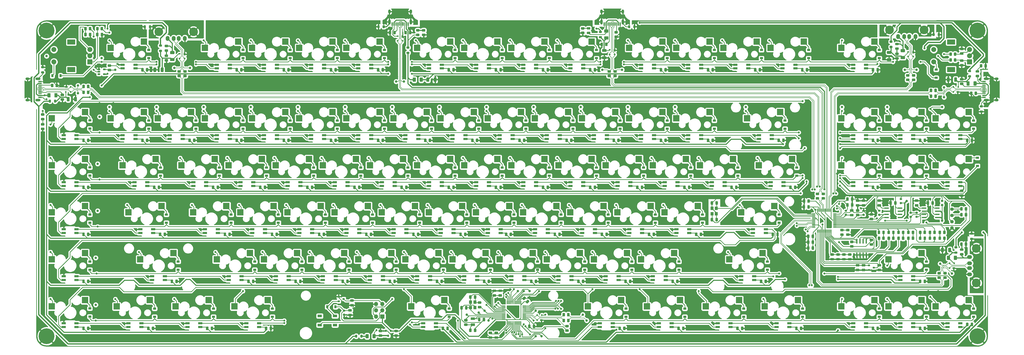
<source format=gbl>
%TF.GenerationSoftware,KiCad,Pcbnew,(5.1.10)-1*%
%TF.CreationDate,2021-10-27T23:44:52-04:00*%
%TF.ProjectId,custom_keyboard (f303_ fe2.1),63757374-6f6d-45f6-9b65-79626f617264,rev?*%
%TF.SameCoordinates,Original*%
%TF.FileFunction,Copper,L2,Bot*%
%TF.FilePolarity,Positive*%
%FSLAX46Y46*%
G04 Gerber Fmt 4.6, Leading zero omitted, Abs format (unit mm)*
G04 Created by KiCad (PCBNEW (5.1.10)-1) date 2021-10-27 23:44:52*
%MOMM*%
%LPD*%
G01*
G04 APERTURE LIST*
%TA.AperFunction,SMDPad,CuDef*%
%ADD10R,0.900000X0.800000*%
%TD*%
%TA.AperFunction,ComponentPad*%
%ADD11O,1.700000X1.700000*%
%TD*%
%TA.AperFunction,ComponentPad*%
%ADD12R,1.700000X1.700000*%
%TD*%
%TA.AperFunction,ComponentPad*%
%ADD13C,1.000000*%
%TD*%
%TA.AperFunction,SMDPad,CuDef*%
%ADD14R,1.800000X0.900000*%
%TD*%
%TA.AperFunction,SMDPad,CuDef*%
%ADD15R,2.550000X2.500000*%
%TD*%
%TA.AperFunction,SMDPad,CuDef*%
%ADD16R,1.200000X0.900000*%
%TD*%
%TA.AperFunction,SMDPad,CuDef*%
%ADD17O,0.588000X2.045000*%
%TD*%
%TA.AperFunction,SMDPad,CuDef*%
%ADD18R,0.700000X1.000000*%
%TD*%
%TA.AperFunction,SMDPad,CuDef*%
%ADD19R,0.700000X0.600000*%
%TD*%
%TA.AperFunction,SMDPad,CuDef*%
%ADD20R,1.000000X0.700000*%
%TD*%
%TA.AperFunction,SMDPad,CuDef*%
%ADD21R,0.600000X0.700000*%
%TD*%
%TA.AperFunction,SMDPad,CuDef*%
%ADD22R,0.800000X0.900000*%
%TD*%
%TA.AperFunction,SMDPad,CuDef*%
%ADD23R,1.060000X0.650000*%
%TD*%
%TA.AperFunction,SMDPad,CuDef*%
%ADD24O,1.950000X0.568000*%
%TD*%
%TA.AperFunction,SMDPad,CuDef*%
%ADD25R,1.450000X0.600000*%
%TD*%
%TA.AperFunction,SMDPad,CuDef*%
%ADD26R,1.450000X0.300000*%
%TD*%
%TA.AperFunction,ComponentPad*%
%ADD27O,2.100000X1.000000*%
%TD*%
%TA.AperFunction,ComponentPad*%
%ADD28O,1.600000X1.000000*%
%TD*%
%TA.AperFunction,ComponentPad*%
%ADD29C,3.500000*%
%TD*%
%TA.AperFunction,ComponentPad*%
%ADD30O,1.500000X2.000000*%
%TD*%
%TA.AperFunction,SMDPad,CuDef*%
%ADD31R,1.800000X1.000000*%
%TD*%
%TA.AperFunction,SMDPad,CuDef*%
%ADD32R,1.200000X1.400000*%
%TD*%
%TA.AperFunction,SMDPad,CuDef*%
%ADD33R,0.600000X1.450000*%
%TD*%
%TA.AperFunction,SMDPad,CuDef*%
%ADD34R,0.300000X1.450000*%
%TD*%
%TA.AperFunction,ComponentPad*%
%ADD35O,1.000000X2.100000*%
%TD*%
%TA.AperFunction,ComponentPad*%
%ADD36O,1.000000X1.600000*%
%TD*%
%TA.AperFunction,ComponentPad*%
%ADD37O,2.000000X1.500000*%
%TD*%
%TA.AperFunction,SMDPad,CuDef*%
%ADD38R,0.900000X1.200000*%
%TD*%
%TA.AperFunction,ComponentPad*%
%ADD39R,2.000000X2.000000*%
%TD*%
%TA.AperFunction,ComponentPad*%
%ADD40C,2.000000*%
%TD*%
%TA.AperFunction,ComponentPad*%
%ADD41R,3.200000X2.000000*%
%TD*%
%TA.AperFunction,SMDPad,CuDef*%
%ADD42R,1.800000X1.100000*%
%TD*%
%TA.AperFunction,ComponentPad*%
%ADD43C,1.397000*%
%TD*%
%TA.AperFunction,SMDPad,CuDef*%
%ADD44O,0.270000X1.500000*%
%TD*%
%TA.AperFunction,SMDPad,CuDef*%
%ADD45O,1.500000X0.270000*%
%TD*%
%TA.AperFunction,ComponentPad*%
%ADD46C,6.400000*%
%TD*%
%TA.AperFunction,ViaPad*%
%ADD47C,0.800000*%
%TD*%
%TA.AperFunction,Conductor*%
%ADD48C,0.250000*%
%TD*%
%TA.AperFunction,Conductor*%
%ADD49C,0.200000*%
%TD*%
%TA.AperFunction,Conductor*%
%ADD50C,0.254000*%
%TD*%
%TA.AperFunction,Conductor*%
%ADD51C,0.381000*%
%TD*%
%TA.AperFunction,Conductor*%
%ADD52C,0.508000*%
%TD*%
%TA.AperFunction,Conductor*%
%ADD53C,0.100000*%
%TD*%
G04 APERTURE END LIST*
D10*
%TO.P,Q1,3*%
%TO.N,KEYBOARD_RESET*%
X199425000Y-267476900D03*
%TO.P,Q1,2*%
%TO.N,GND*%
X197425000Y-266526900D03*
%TO.P,Q1,1*%
%TO.N,Net-(DRST1-Pad2)*%
X197425000Y-268426900D03*
%TD*%
%TO.P,U9,48*%
%TO.N,+3V3*%
%TA.AperFunction,SMDPad,CuDef*%
G36*
G01*
X265370600Y-277857800D02*
X265370600Y-276532800D01*
G75*
G02*
X265445600Y-276457800I75000J0D01*
G01*
X265595600Y-276457800D01*
G75*
G02*
X265670600Y-276532800I0J-75000D01*
G01*
X265670600Y-277857800D01*
G75*
G02*
X265595600Y-277932800I-75000J0D01*
G01*
X265445600Y-277932800D01*
G75*
G02*
X265370600Y-277857800I0J75000D01*
G01*
G37*
%TD.AperFunction*%
%TO.P,U9,47*%
%TO.N,GND*%
%TA.AperFunction,SMDPad,CuDef*%
G36*
G01*
X265870600Y-277857800D02*
X265870600Y-276532800D01*
G75*
G02*
X265945600Y-276457800I75000J0D01*
G01*
X266095600Y-276457800D01*
G75*
G02*
X266170600Y-276532800I0J-75000D01*
G01*
X266170600Y-277857800D01*
G75*
G02*
X266095600Y-277932800I-75000J0D01*
G01*
X265945600Y-277932800D01*
G75*
G02*
X265870600Y-277857800I0J75000D01*
G01*
G37*
%TD.AperFunction*%
%TO.P,U9,46*%
%TO.N,ROT1_ROW*%
%TA.AperFunction,SMDPad,CuDef*%
G36*
G01*
X266370600Y-277857800D02*
X266370600Y-276532800D01*
G75*
G02*
X266445600Y-276457800I75000J0D01*
G01*
X266595600Y-276457800D01*
G75*
G02*
X266670600Y-276532800I0J-75000D01*
G01*
X266670600Y-277857800D01*
G75*
G02*
X266595600Y-277932800I-75000J0D01*
G01*
X266445600Y-277932800D01*
G75*
G02*
X266370600Y-277857800I0J75000D01*
G01*
G37*
%TD.AperFunction*%
%TO.P,U9,45*%
%TO.N,ROW1*%
%TA.AperFunction,SMDPad,CuDef*%
G36*
G01*
X266870600Y-277857800D02*
X266870600Y-276532800D01*
G75*
G02*
X266945600Y-276457800I75000J0D01*
G01*
X267095600Y-276457800D01*
G75*
G02*
X267170600Y-276532800I0J-75000D01*
G01*
X267170600Y-277857800D01*
G75*
G02*
X267095600Y-277932800I-75000J0D01*
G01*
X266945600Y-277932800D01*
G75*
G02*
X266870600Y-277857800I0J75000D01*
G01*
G37*
%TD.AperFunction*%
%TO.P,U9,44*%
%TO.N,BOOT0*%
%TA.AperFunction,SMDPad,CuDef*%
G36*
G01*
X267370600Y-277857800D02*
X267370600Y-276532800D01*
G75*
G02*
X267445600Y-276457800I75000J0D01*
G01*
X267595600Y-276457800D01*
G75*
G02*
X267670600Y-276532800I0J-75000D01*
G01*
X267670600Y-277857800D01*
G75*
G02*
X267595600Y-277932800I-75000J0D01*
G01*
X267445600Y-277932800D01*
G75*
G02*
X267370600Y-277857800I0J75000D01*
G01*
G37*
%TD.AperFunction*%
%TO.P,U9,43*%
%TO.N,KEYBOARD_SDA*%
%TA.AperFunction,SMDPad,CuDef*%
G36*
G01*
X267870600Y-277857800D02*
X267870600Y-276532800D01*
G75*
G02*
X267945600Y-276457800I75000J0D01*
G01*
X268095600Y-276457800D01*
G75*
G02*
X268170600Y-276532800I0J-75000D01*
G01*
X268170600Y-277857800D01*
G75*
G02*
X268095600Y-277932800I-75000J0D01*
G01*
X267945600Y-277932800D01*
G75*
G02*
X267870600Y-277857800I0J75000D01*
G01*
G37*
%TD.AperFunction*%
%TO.P,U9,42*%
%TO.N,KEYBOARD_SCL*%
%TA.AperFunction,SMDPad,CuDef*%
G36*
G01*
X268370600Y-277857800D02*
X268370600Y-276532800D01*
G75*
G02*
X268445600Y-276457800I75000J0D01*
G01*
X268595600Y-276457800D01*
G75*
G02*
X268670600Y-276532800I0J-75000D01*
G01*
X268670600Y-277857800D01*
G75*
G02*
X268595600Y-277932800I-75000J0D01*
G01*
X268445600Y-277932800D01*
G75*
G02*
X268370600Y-277857800I0J75000D01*
G01*
G37*
%TD.AperFunction*%
%TO.P,U9,41*%
%TO.N,ROW2*%
%TA.AperFunction,SMDPad,CuDef*%
G36*
G01*
X268870600Y-277857800D02*
X268870600Y-276532800D01*
G75*
G02*
X268945600Y-276457800I75000J0D01*
G01*
X269095600Y-276457800D01*
G75*
G02*
X269170600Y-276532800I0J-75000D01*
G01*
X269170600Y-277857800D01*
G75*
G02*
X269095600Y-277932800I-75000J0D01*
G01*
X268945600Y-277932800D01*
G75*
G02*
X268870600Y-277857800I0J75000D01*
G01*
G37*
%TD.AperFunction*%
%TO.P,U9,40*%
%TO.N,ROW3*%
%TA.AperFunction,SMDPad,CuDef*%
G36*
G01*
X269370600Y-277857800D02*
X269370600Y-276532800D01*
G75*
G02*
X269445600Y-276457800I75000J0D01*
G01*
X269595600Y-276457800D01*
G75*
G02*
X269670600Y-276532800I0J-75000D01*
G01*
X269670600Y-277857800D01*
G75*
G02*
X269595600Y-277932800I-75000J0D01*
G01*
X269445600Y-277932800D01*
G75*
G02*
X269370600Y-277857800I0J75000D01*
G01*
G37*
%TD.AperFunction*%
%TO.P,U9,39*%
%TO.N,ROW4*%
%TA.AperFunction,SMDPad,CuDef*%
G36*
G01*
X269870600Y-277857800D02*
X269870600Y-276532800D01*
G75*
G02*
X269945600Y-276457800I75000J0D01*
G01*
X270095600Y-276457800D01*
G75*
G02*
X270170600Y-276532800I0J-75000D01*
G01*
X270170600Y-277857800D01*
G75*
G02*
X270095600Y-277932800I-75000J0D01*
G01*
X269945600Y-277932800D01*
G75*
G02*
X269870600Y-277857800I0J75000D01*
G01*
G37*
%TD.AperFunction*%
%TO.P,U9,38*%
%TO.N,ROW5*%
%TA.AperFunction,SMDPad,CuDef*%
G36*
G01*
X270370600Y-277857800D02*
X270370600Y-276532800D01*
G75*
G02*
X270445600Y-276457800I75000J0D01*
G01*
X270595600Y-276457800D01*
G75*
G02*
X270670600Y-276532800I0J-75000D01*
G01*
X270670600Y-277857800D01*
G75*
G02*
X270595600Y-277932800I-75000J0D01*
G01*
X270445600Y-277932800D01*
G75*
G02*
X270370600Y-277857800I0J75000D01*
G01*
G37*
%TD.AperFunction*%
%TO.P,U9,37*%
%TO.N,COL0*%
%TA.AperFunction,SMDPad,CuDef*%
G36*
G01*
X270870600Y-277857800D02*
X270870600Y-276532800D01*
G75*
G02*
X270945600Y-276457800I75000J0D01*
G01*
X271095600Y-276457800D01*
G75*
G02*
X271170600Y-276532800I0J-75000D01*
G01*
X271170600Y-277857800D01*
G75*
G02*
X271095600Y-277932800I-75000J0D01*
G01*
X270945600Y-277932800D01*
G75*
G02*
X270870600Y-277857800I0J75000D01*
G01*
G37*
%TD.AperFunction*%
%TO.P,U9,36*%
%TO.N,+3V3*%
%TA.AperFunction,SMDPad,CuDef*%
G36*
G01*
X271695600Y-275857800D02*
X271695600Y-275707800D01*
G75*
G02*
X271770600Y-275632800I75000J0D01*
G01*
X273095600Y-275632800D01*
G75*
G02*
X273170600Y-275707800I0J-75000D01*
G01*
X273170600Y-275857800D01*
G75*
G02*
X273095600Y-275932800I-75000J0D01*
G01*
X271770600Y-275932800D01*
G75*
G02*
X271695600Y-275857800I0J75000D01*
G01*
G37*
%TD.AperFunction*%
%TO.P,U9,35*%
%TO.N,GND*%
%TA.AperFunction,SMDPad,CuDef*%
G36*
G01*
X271695600Y-275357800D02*
X271695600Y-275207800D01*
G75*
G02*
X271770600Y-275132800I75000J0D01*
G01*
X273095600Y-275132800D01*
G75*
G02*
X273170600Y-275207800I0J-75000D01*
G01*
X273170600Y-275357800D01*
G75*
G02*
X273095600Y-275432800I-75000J0D01*
G01*
X271770600Y-275432800D01*
G75*
G02*
X271695600Y-275357800I0J75000D01*
G01*
G37*
%TD.AperFunction*%
%TO.P,U9,34*%
%TO.N,COL1*%
%TA.AperFunction,SMDPad,CuDef*%
G36*
G01*
X271695600Y-274857800D02*
X271695600Y-274707800D01*
G75*
G02*
X271770600Y-274632800I75000J0D01*
G01*
X273095600Y-274632800D01*
G75*
G02*
X273170600Y-274707800I0J-75000D01*
G01*
X273170600Y-274857800D01*
G75*
G02*
X273095600Y-274932800I-75000J0D01*
G01*
X271770600Y-274932800D01*
G75*
G02*
X271695600Y-274857800I0J75000D01*
G01*
G37*
%TD.AperFunction*%
%TO.P,U9,33*%
%TO.N,KEYBOARD_D+*%
%TA.AperFunction,SMDPad,CuDef*%
G36*
G01*
X271695600Y-274357800D02*
X271695600Y-274207800D01*
G75*
G02*
X271770600Y-274132800I75000J0D01*
G01*
X273095600Y-274132800D01*
G75*
G02*
X273170600Y-274207800I0J-75000D01*
G01*
X273170600Y-274357800D01*
G75*
G02*
X273095600Y-274432800I-75000J0D01*
G01*
X271770600Y-274432800D01*
G75*
G02*
X271695600Y-274357800I0J75000D01*
G01*
G37*
%TD.AperFunction*%
%TO.P,U9,32*%
%TO.N,KEYBOARD_D-*%
%TA.AperFunction,SMDPad,CuDef*%
G36*
G01*
X271695600Y-273857800D02*
X271695600Y-273707800D01*
G75*
G02*
X271770600Y-273632800I75000J0D01*
G01*
X273095600Y-273632800D01*
G75*
G02*
X273170600Y-273707800I0J-75000D01*
G01*
X273170600Y-273857800D01*
G75*
G02*
X273095600Y-273932800I-75000J0D01*
G01*
X271770600Y-273932800D01*
G75*
G02*
X271695600Y-273857800I0J75000D01*
G01*
G37*
%TD.AperFunction*%
%TO.P,U9,31*%
%TO.N,BKL_DATA_IN_3V3*%
%TA.AperFunction,SMDPad,CuDef*%
G36*
G01*
X271695600Y-273357800D02*
X271695600Y-273207800D01*
G75*
G02*
X271770600Y-273132800I75000J0D01*
G01*
X273095600Y-273132800D01*
G75*
G02*
X273170600Y-273207800I0J-75000D01*
G01*
X273170600Y-273357800D01*
G75*
G02*
X273095600Y-273432800I-75000J0D01*
G01*
X271770600Y-273432800D01*
G75*
G02*
X271695600Y-273357800I0J75000D01*
G01*
G37*
%TD.AperFunction*%
%TO.P,U9,30*%
%TO.N,COL17*%
%TA.AperFunction,SMDPad,CuDef*%
G36*
G01*
X271695600Y-272857800D02*
X271695600Y-272707800D01*
G75*
G02*
X271770600Y-272632800I75000J0D01*
G01*
X273095600Y-272632800D01*
G75*
G02*
X273170600Y-272707800I0J-75000D01*
G01*
X273170600Y-272857800D01*
G75*
G02*
X273095600Y-272932800I-75000J0D01*
G01*
X271770600Y-272932800D01*
G75*
G02*
X271695600Y-272857800I0J75000D01*
G01*
G37*
%TD.AperFunction*%
%TO.P,U9,29*%
%TO.N,COL16*%
%TA.AperFunction,SMDPad,CuDef*%
G36*
G01*
X271695600Y-272357800D02*
X271695600Y-272207800D01*
G75*
G02*
X271770600Y-272132800I75000J0D01*
G01*
X273095600Y-272132800D01*
G75*
G02*
X273170600Y-272207800I0J-75000D01*
G01*
X273170600Y-272357800D01*
G75*
G02*
X273095600Y-272432800I-75000J0D01*
G01*
X271770600Y-272432800D01*
G75*
G02*
X271695600Y-272357800I0J75000D01*
G01*
G37*
%TD.AperFunction*%
%TO.P,U9,28*%
%TO.N,COL15*%
%TA.AperFunction,SMDPad,CuDef*%
G36*
G01*
X271695600Y-271857800D02*
X271695600Y-271707800D01*
G75*
G02*
X271770600Y-271632800I75000J0D01*
G01*
X273095600Y-271632800D01*
G75*
G02*
X273170600Y-271707800I0J-75000D01*
G01*
X273170600Y-271857800D01*
G75*
G02*
X273095600Y-271932800I-75000J0D01*
G01*
X271770600Y-271932800D01*
G75*
G02*
X271695600Y-271857800I0J75000D01*
G01*
G37*
%TD.AperFunction*%
%TO.P,U9,27*%
%TO.N,COL14*%
%TA.AperFunction,SMDPad,CuDef*%
G36*
G01*
X271695600Y-271357800D02*
X271695600Y-271207800D01*
G75*
G02*
X271770600Y-271132800I75000J0D01*
G01*
X273095600Y-271132800D01*
G75*
G02*
X273170600Y-271207800I0J-75000D01*
G01*
X273170600Y-271357800D01*
G75*
G02*
X273095600Y-271432800I-75000J0D01*
G01*
X271770600Y-271432800D01*
G75*
G02*
X271695600Y-271357800I0J75000D01*
G01*
G37*
%TD.AperFunction*%
%TO.P,U9,26*%
%TO.N,COL13*%
%TA.AperFunction,SMDPad,CuDef*%
G36*
G01*
X271695600Y-270857800D02*
X271695600Y-270707800D01*
G75*
G02*
X271770600Y-270632800I75000J0D01*
G01*
X273095600Y-270632800D01*
G75*
G02*
X273170600Y-270707800I0J-75000D01*
G01*
X273170600Y-270857800D01*
G75*
G02*
X273095600Y-270932800I-75000J0D01*
G01*
X271770600Y-270932800D01*
G75*
G02*
X271695600Y-270857800I0J75000D01*
G01*
G37*
%TD.AperFunction*%
%TO.P,U9,25*%
%TO.N,COL12*%
%TA.AperFunction,SMDPad,CuDef*%
G36*
G01*
X271695600Y-270357800D02*
X271695600Y-270207800D01*
G75*
G02*
X271770600Y-270132800I75000J0D01*
G01*
X273095600Y-270132800D01*
G75*
G02*
X273170600Y-270207800I0J-75000D01*
G01*
X273170600Y-270357800D01*
G75*
G02*
X273095600Y-270432800I-75000J0D01*
G01*
X271770600Y-270432800D01*
G75*
G02*
X271695600Y-270357800I0J75000D01*
G01*
G37*
%TD.AperFunction*%
%TO.P,U9,24*%
%TO.N,+3V3*%
%TA.AperFunction,SMDPad,CuDef*%
G36*
G01*
X270870600Y-269532800D02*
X270870600Y-268207800D01*
G75*
G02*
X270945600Y-268132800I75000J0D01*
G01*
X271095600Y-268132800D01*
G75*
G02*
X271170600Y-268207800I0J-75000D01*
G01*
X271170600Y-269532800D01*
G75*
G02*
X271095600Y-269607800I-75000J0D01*
G01*
X270945600Y-269607800D01*
G75*
G02*
X270870600Y-269532800I0J75000D01*
G01*
G37*
%TD.AperFunction*%
%TO.P,U9,23*%
%TO.N,GND*%
%TA.AperFunction,SMDPad,CuDef*%
G36*
G01*
X270370600Y-269532800D02*
X270370600Y-268207800D01*
G75*
G02*
X270445600Y-268132800I75000J0D01*
G01*
X270595600Y-268132800D01*
G75*
G02*
X270670600Y-268207800I0J-75000D01*
G01*
X270670600Y-269532800D01*
G75*
G02*
X270595600Y-269607800I-75000J0D01*
G01*
X270445600Y-269607800D01*
G75*
G02*
X270370600Y-269532800I0J75000D01*
G01*
G37*
%TD.AperFunction*%
%TO.P,U9,22*%
%TO.N,COL11*%
%TA.AperFunction,SMDPad,CuDef*%
G36*
G01*
X269870600Y-269532800D02*
X269870600Y-268207800D01*
G75*
G02*
X269945600Y-268132800I75000J0D01*
G01*
X270095600Y-268132800D01*
G75*
G02*
X270170600Y-268207800I0J-75000D01*
G01*
X270170600Y-269532800D01*
G75*
G02*
X270095600Y-269607800I-75000J0D01*
G01*
X269945600Y-269607800D01*
G75*
G02*
X269870600Y-269532800I0J75000D01*
G01*
G37*
%TD.AperFunction*%
%TO.P,U9,21*%
%TO.N,COL10*%
%TA.AperFunction,SMDPad,CuDef*%
G36*
G01*
X269370600Y-269532800D02*
X269370600Y-268207800D01*
G75*
G02*
X269445600Y-268132800I75000J0D01*
G01*
X269595600Y-268132800D01*
G75*
G02*
X269670600Y-268207800I0J-75000D01*
G01*
X269670600Y-269532800D01*
G75*
G02*
X269595600Y-269607800I-75000J0D01*
G01*
X269445600Y-269607800D01*
G75*
G02*
X269370600Y-269532800I0J75000D01*
G01*
G37*
%TD.AperFunction*%
%TO.P,U9,20*%
%TO.N,Net-(U9-Pad20)*%
%TA.AperFunction,SMDPad,CuDef*%
G36*
G01*
X268870600Y-269532800D02*
X268870600Y-268207800D01*
G75*
G02*
X268945600Y-268132800I75000J0D01*
G01*
X269095600Y-268132800D01*
G75*
G02*
X269170600Y-268207800I0J-75000D01*
G01*
X269170600Y-269532800D01*
G75*
G02*
X269095600Y-269607800I-75000J0D01*
G01*
X268945600Y-269607800D01*
G75*
G02*
X268870600Y-269532800I0J75000D01*
G01*
G37*
%TD.AperFunction*%
%TO.P,U9,19*%
%TO.N,ENCODER_B2*%
%TA.AperFunction,SMDPad,CuDef*%
G36*
G01*
X268370600Y-269532800D02*
X268370600Y-268207800D01*
G75*
G02*
X268445600Y-268132800I75000J0D01*
G01*
X268595600Y-268132800D01*
G75*
G02*
X268670600Y-268207800I0J-75000D01*
G01*
X268670600Y-269532800D01*
G75*
G02*
X268595600Y-269607800I-75000J0D01*
G01*
X268445600Y-269607800D01*
G75*
G02*
X268370600Y-269532800I0J75000D01*
G01*
G37*
%TD.AperFunction*%
%TO.P,U9,18*%
%TO.N,ENCODER_B1*%
%TA.AperFunction,SMDPad,CuDef*%
G36*
G01*
X267870600Y-269532800D02*
X267870600Y-268207800D01*
G75*
G02*
X267945600Y-268132800I75000J0D01*
G01*
X268095600Y-268132800D01*
G75*
G02*
X268170600Y-268207800I0J-75000D01*
G01*
X268170600Y-269532800D01*
G75*
G02*
X268095600Y-269607800I-75000J0D01*
G01*
X267945600Y-269607800D01*
G75*
G02*
X267870600Y-269532800I0J75000D01*
G01*
G37*
%TD.AperFunction*%
%TO.P,U9,17*%
%TO.N,ENCODER_A*%
%TA.AperFunction,SMDPad,CuDef*%
G36*
G01*
X267370600Y-269532800D02*
X267370600Y-268207800D01*
G75*
G02*
X267445600Y-268132800I75000J0D01*
G01*
X267595600Y-268132800D01*
G75*
G02*
X267670600Y-268207800I0J-75000D01*
G01*
X267670600Y-269532800D01*
G75*
G02*
X267595600Y-269607800I-75000J0D01*
G01*
X267445600Y-269607800D01*
G75*
G02*
X267370600Y-269532800I0J75000D01*
G01*
G37*
%TD.AperFunction*%
%TO.P,U9,16*%
%TO.N,COL9*%
%TA.AperFunction,SMDPad,CuDef*%
G36*
G01*
X266870600Y-269532800D02*
X266870600Y-268207800D01*
G75*
G02*
X266945600Y-268132800I75000J0D01*
G01*
X267095600Y-268132800D01*
G75*
G02*
X267170600Y-268207800I0J-75000D01*
G01*
X267170600Y-269532800D01*
G75*
G02*
X267095600Y-269607800I-75000J0D01*
G01*
X266945600Y-269607800D01*
G75*
G02*
X266870600Y-269532800I0J75000D01*
G01*
G37*
%TD.AperFunction*%
%TO.P,U9,15*%
%TO.N,COL8*%
%TA.AperFunction,SMDPad,CuDef*%
G36*
G01*
X266370600Y-269532800D02*
X266370600Y-268207800D01*
G75*
G02*
X266445600Y-268132800I75000J0D01*
G01*
X266595600Y-268132800D01*
G75*
G02*
X266670600Y-268207800I0J-75000D01*
G01*
X266670600Y-269532800D01*
G75*
G02*
X266595600Y-269607800I-75000J0D01*
G01*
X266445600Y-269607800D01*
G75*
G02*
X266370600Y-269532800I0J75000D01*
G01*
G37*
%TD.AperFunction*%
%TO.P,U9,14*%
%TO.N,COL7*%
%TA.AperFunction,SMDPad,CuDef*%
G36*
G01*
X265870600Y-269532800D02*
X265870600Y-268207800D01*
G75*
G02*
X265945600Y-268132800I75000J0D01*
G01*
X266095600Y-268132800D01*
G75*
G02*
X266170600Y-268207800I0J-75000D01*
G01*
X266170600Y-269532800D01*
G75*
G02*
X266095600Y-269607800I-75000J0D01*
G01*
X265945600Y-269607800D01*
G75*
G02*
X265870600Y-269532800I0J75000D01*
G01*
G37*
%TD.AperFunction*%
%TO.P,U9,13*%
%TO.N,COL6*%
%TA.AperFunction,SMDPad,CuDef*%
G36*
G01*
X265370600Y-269532800D02*
X265370600Y-268207800D01*
G75*
G02*
X265445600Y-268132800I75000J0D01*
G01*
X265595600Y-268132800D01*
G75*
G02*
X265670600Y-268207800I0J-75000D01*
G01*
X265670600Y-269532800D01*
G75*
G02*
X265595600Y-269607800I-75000J0D01*
G01*
X265445600Y-269607800D01*
G75*
G02*
X265370600Y-269532800I0J75000D01*
G01*
G37*
%TD.AperFunction*%
%TO.P,U9,12*%
%TO.N,COL5*%
%TA.AperFunction,SMDPad,CuDef*%
G36*
G01*
X263370600Y-270357800D02*
X263370600Y-270207800D01*
G75*
G02*
X263445600Y-270132800I75000J0D01*
G01*
X264770600Y-270132800D01*
G75*
G02*
X264845600Y-270207800I0J-75000D01*
G01*
X264845600Y-270357800D01*
G75*
G02*
X264770600Y-270432800I-75000J0D01*
G01*
X263445600Y-270432800D01*
G75*
G02*
X263370600Y-270357800I0J75000D01*
G01*
G37*
%TD.AperFunction*%
%TO.P,U9,11*%
%TO.N,COL4*%
%TA.AperFunction,SMDPad,CuDef*%
G36*
G01*
X263370600Y-270857800D02*
X263370600Y-270707800D01*
G75*
G02*
X263445600Y-270632800I75000J0D01*
G01*
X264770600Y-270632800D01*
G75*
G02*
X264845600Y-270707800I0J-75000D01*
G01*
X264845600Y-270857800D01*
G75*
G02*
X264770600Y-270932800I-75000J0D01*
G01*
X263445600Y-270932800D01*
G75*
G02*
X263370600Y-270857800I0J75000D01*
G01*
G37*
%TD.AperFunction*%
%TO.P,U9,10*%
%TO.N,COL3*%
%TA.AperFunction,SMDPad,CuDef*%
G36*
G01*
X263370600Y-271357800D02*
X263370600Y-271207800D01*
G75*
G02*
X263445600Y-271132800I75000J0D01*
G01*
X264770600Y-271132800D01*
G75*
G02*
X264845600Y-271207800I0J-75000D01*
G01*
X264845600Y-271357800D01*
G75*
G02*
X264770600Y-271432800I-75000J0D01*
G01*
X263445600Y-271432800D01*
G75*
G02*
X263370600Y-271357800I0J75000D01*
G01*
G37*
%TD.AperFunction*%
%TO.P,U9,9*%
%TO.N,+3V3*%
%TA.AperFunction,SMDPad,CuDef*%
G36*
G01*
X263370600Y-271857800D02*
X263370600Y-271707800D01*
G75*
G02*
X263445600Y-271632800I75000J0D01*
G01*
X264770600Y-271632800D01*
G75*
G02*
X264845600Y-271707800I0J-75000D01*
G01*
X264845600Y-271857800D01*
G75*
G02*
X264770600Y-271932800I-75000J0D01*
G01*
X263445600Y-271932800D01*
G75*
G02*
X263370600Y-271857800I0J75000D01*
G01*
G37*
%TD.AperFunction*%
%TO.P,U9,8*%
%TO.N,GND*%
%TA.AperFunction,SMDPad,CuDef*%
G36*
G01*
X263370600Y-272357800D02*
X263370600Y-272207800D01*
G75*
G02*
X263445600Y-272132800I75000J0D01*
G01*
X264770600Y-272132800D01*
G75*
G02*
X264845600Y-272207800I0J-75000D01*
G01*
X264845600Y-272357800D01*
G75*
G02*
X264770600Y-272432800I-75000J0D01*
G01*
X263445600Y-272432800D01*
G75*
G02*
X263370600Y-272357800I0J75000D01*
G01*
G37*
%TD.AperFunction*%
%TO.P,U9,7*%
%TO.N,KEYBOARD_RESET*%
%TA.AperFunction,SMDPad,CuDef*%
G36*
G01*
X263370600Y-272857800D02*
X263370600Y-272707800D01*
G75*
G02*
X263445600Y-272632800I75000J0D01*
G01*
X264770600Y-272632800D01*
G75*
G02*
X264845600Y-272707800I0J-75000D01*
G01*
X264845600Y-272857800D01*
G75*
G02*
X264770600Y-272932800I-75000J0D01*
G01*
X263445600Y-272932800D01*
G75*
G02*
X263370600Y-272857800I0J75000D01*
G01*
G37*
%TD.AperFunction*%
%TO.P,U9,6*%
%TO.N,KEYBOARD_XTAL2*%
%TA.AperFunction,SMDPad,CuDef*%
G36*
G01*
X263370600Y-273357800D02*
X263370600Y-273207800D01*
G75*
G02*
X263445600Y-273132800I75000J0D01*
G01*
X264770600Y-273132800D01*
G75*
G02*
X264845600Y-273207800I0J-75000D01*
G01*
X264845600Y-273357800D01*
G75*
G02*
X264770600Y-273432800I-75000J0D01*
G01*
X263445600Y-273432800D01*
G75*
G02*
X263370600Y-273357800I0J75000D01*
G01*
G37*
%TD.AperFunction*%
%TO.P,U9,5*%
%TO.N,KEYBOARD_XTAL1*%
%TA.AperFunction,SMDPad,CuDef*%
G36*
G01*
X263370600Y-273857800D02*
X263370600Y-273707800D01*
G75*
G02*
X263445600Y-273632800I75000J0D01*
G01*
X264770600Y-273632800D01*
G75*
G02*
X264845600Y-273707800I0J-75000D01*
G01*
X264845600Y-273857800D01*
G75*
G02*
X264770600Y-273932800I-75000J0D01*
G01*
X263445600Y-273932800D01*
G75*
G02*
X263370600Y-273857800I0J75000D01*
G01*
G37*
%TD.AperFunction*%
%TO.P,U9,4*%
%TO.N,OSC32_XTAL2*%
%TA.AperFunction,SMDPad,CuDef*%
G36*
G01*
X263370600Y-274357800D02*
X263370600Y-274207800D01*
G75*
G02*
X263445600Y-274132800I75000J0D01*
G01*
X264770600Y-274132800D01*
G75*
G02*
X264845600Y-274207800I0J-75000D01*
G01*
X264845600Y-274357800D01*
G75*
G02*
X264770600Y-274432800I-75000J0D01*
G01*
X263445600Y-274432800D01*
G75*
G02*
X263370600Y-274357800I0J75000D01*
G01*
G37*
%TD.AperFunction*%
%TO.P,U9,3*%
%TO.N,OSC32_XTAL1*%
%TA.AperFunction,SMDPad,CuDef*%
G36*
G01*
X263370600Y-274857800D02*
X263370600Y-274707800D01*
G75*
G02*
X263445600Y-274632800I75000J0D01*
G01*
X264770600Y-274632800D01*
G75*
G02*
X264845600Y-274707800I0J-75000D01*
G01*
X264845600Y-274857800D01*
G75*
G02*
X264770600Y-274932800I-75000J0D01*
G01*
X263445600Y-274932800D01*
G75*
G02*
X263370600Y-274857800I0J75000D01*
G01*
G37*
%TD.AperFunction*%
%TO.P,U9,2*%
%TO.N,COL2*%
%TA.AperFunction,SMDPad,CuDef*%
G36*
G01*
X263370600Y-275357800D02*
X263370600Y-275207800D01*
G75*
G02*
X263445600Y-275132800I75000J0D01*
G01*
X264770600Y-275132800D01*
G75*
G02*
X264845600Y-275207800I0J-75000D01*
G01*
X264845600Y-275357800D01*
G75*
G02*
X264770600Y-275432800I-75000J0D01*
G01*
X263445600Y-275432800D01*
G75*
G02*
X263370600Y-275357800I0J75000D01*
G01*
G37*
%TD.AperFunction*%
%TO.P,U9,1*%
%TO.N,+3V3*%
%TA.AperFunction,SMDPad,CuDef*%
G36*
G01*
X263370600Y-275857800D02*
X263370600Y-275707800D01*
G75*
G02*
X263445600Y-275632800I75000J0D01*
G01*
X264770600Y-275632800D01*
G75*
G02*
X264845600Y-275707800I0J-75000D01*
G01*
X264845600Y-275857800D01*
G75*
G02*
X264770600Y-275932800I-75000J0D01*
G01*
X263445600Y-275932800D01*
G75*
G02*
X263370600Y-275857800I0J75000D01*
G01*
G37*
%TD.AperFunction*%
%TD*%
D11*
%TO.P,J1,6*%
%TO.N,GND*%
X212552700Y-269540200D03*
%TO.P,J1,5*%
%TO.N,KEYBOARD_RESET*%
X215092700Y-269540200D03*
%TO.P,J1,4*%
%TO.N,COL0*%
X212552700Y-272080200D03*
%TO.P,J1,3*%
%TO.N,BOOT0*%
X215092700Y-272080200D03*
%TO.P,J1,2*%
%TO.N,COL1*%
X212552700Y-274620200D03*
D12*
%TO.P,J1,1*%
%TO.N,+3V3*%
X215092700Y-274620200D03*
%TD*%
%TO.P,R15,2*%
%TO.N,PORT5-7PWR*%
%TA.AperFunction,SMDPad,CuDef*%
G36*
G01*
X424354500Y-228216900D02*
X424904500Y-228216900D01*
G75*
G02*
X425104500Y-228416900I0J-200000D01*
G01*
X425104500Y-228816900D01*
G75*
G02*
X424904500Y-229016900I-200000J0D01*
G01*
X424354500Y-229016900D01*
G75*
G02*
X424154500Y-228816900I0J200000D01*
G01*
X424154500Y-228416900D01*
G75*
G02*
X424354500Y-228216900I200000J0D01*
G01*
G37*
%TD.AperFunction*%
%TO.P,R15,1*%
%TO.N,+5V*%
%TA.AperFunction,SMDPad,CuDef*%
G36*
G01*
X424354500Y-226566900D02*
X424904500Y-226566900D01*
G75*
G02*
X425104500Y-226766900I0J-200000D01*
G01*
X425104500Y-227166900D01*
G75*
G02*
X424904500Y-227366900I-200000J0D01*
G01*
X424354500Y-227366900D01*
G75*
G02*
X424154500Y-227166900I0J200000D01*
G01*
X424154500Y-226766900D01*
G75*
G02*
X424354500Y-226566900I200000J0D01*
G01*
G37*
%TD.AperFunction*%
%TD*%
%TO.P,R13,2*%
%TO.N,PORT1-4_PWR*%
%TA.AperFunction,SMDPad,CuDef*%
G36*
G01*
X441022200Y-229010600D02*
X441572200Y-229010600D01*
G75*
G02*
X441772200Y-229210600I0J-200000D01*
G01*
X441772200Y-229610600D01*
G75*
G02*
X441572200Y-229810600I-200000J0D01*
G01*
X441022200Y-229810600D01*
G75*
G02*
X440822200Y-229610600I0J200000D01*
G01*
X440822200Y-229210600D01*
G75*
G02*
X441022200Y-229010600I200000J0D01*
G01*
G37*
%TD.AperFunction*%
%TO.P,R13,1*%
%TO.N,+5V*%
%TA.AperFunction,SMDPad,CuDef*%
G36*
G01*
X441022200Y-227360600D02*
X441572200Y-227360600D01*
G75*
G02*
X441772200Y-227560600I0J-200000D01*
G01*
X441772200Y-227960600D01*
G75*
G02*
X441572200Y-228160600I-200000J0D01*
G01*
X441022200Y-228160600D01*
G75*
G02*
X440822200Y-227960600I0J200000D01*
G01*
X440822200Y-227560600D01*
G75*
G02*
X441022200Y-227360600I200000J0D01*
G01*
G37*
%TD.AperFunction*%
%TD*%
D13*
%TO.P,TP54,1*%
%TO.N,BKL_DATA_IN*%
X107149500Y-174614000D03*
%TD*%
%TO.P,TP53,1*%
%TO.N,PORT5-7PWR*%
X427010600Y-227791900D03*
%TD*%
%TO.P,TP52,1*%
%TO.N,PORT1-4_PWR*%
X441297200Y-235728900D03*
%TD*%
%TO.P,TP51,1*%
%TO.N,Net-(R19-Pad1)*%
X442090900Y-185725800D03*
%TD*%
%TO.P,TP50,1*%
%TO.N,Net-(R20-Pad1)*%
X442090900Y-181757300D03*
%TD*%
%TO.P,TP49,1*%
%TO.N,Net-(R25-Pad1)*%
X426216900Y-174614000D03*
%TD*%
%TO.P,TP48,1*%
%TO.N,Net-(R24-Pad1)*%
X430979100Y-174614000D03*
%TD*%
%TO.P,TP47,1*%
%TO.N,Net-(R6-Pad2)*%
X311924100Y-174614000D03*
%TD*%
%TO.P,TP46,1*%
%TO.N,Net-(R3-Pad2)*%
X303987100Y-174614000D03*
%TD*%
%TO.P,TP45,1*%
%TO.N,Net-(R46-Pad1)*%
X440503500Y-253190300D03*
%TD*%
%TO.P,TP44,1*%
%TO.N,Net-(R45-Pad1)*%
X445265700Y-257158800D03*
%TD*%
%TO.P,TP25,1*%
%TO.N,Net-(R33-Pad1)*%
X92069200Y-180963600D03*
%TD*%
%TO.P,TP23,1*%
%TO.N,Net-(R31-Pad1)*%
X92069200Y-184138400D03*
%TD*%
%TO.P,TP22,1*%
%TO.N,Net-(R37-Pad1)*%
X130960500Y-173820300D03*
%TD*%
%TO.P,TP21,1*%
%TO.N,Net-(R34-Pad1)*%
X137310100Y-173820300D03*
%TD*%
%TO.P,TP1,1*%
%TO.N,Net-(R2-Pad1)*%
X220648600Y-179376200D03*
%TD*%
%TO.P,TP2,1*%
%TO.N,Net-(R4-Pad1)*%
X223823400Y-179376200D03*
%TD*%
%TO.P,F8,2*%
%TO.N,+5V*%
%TA.AperFunction,SMDPad,CuDef*%
G36*
G01*
X230154300Y-179207500D02*
X230154300Y-177957500D01*
G75*
G02*
X230404300Y-177707500I250000J0D01*
G01*
X231154300Y-177707500D01*
G75*
G02*
X231404300Y-177957500I0J-250000D01*
G01*
X231404300Y-179207500D01*
G75*
G02*
X231154300Y-179457500I-250000J0D01*
G01*
X230404300Y-179457500D01*
G75*
G02*
X230154300Y-179207500I0J250000D01*
G01*
G37*
%TD.AperFunction*%
%TO.P,F8,1*%
%TA.AperFunction,SMDPad,CuDef*%
G36*
G01*
X227354300Y-179207500D02*
X227354300Y-177957500D01*
G75*
G02*
X227604300Y-177707500I250000J0D01*
G01*
X228354300Y-177707500D01*
G75*
G02*
X228604300Y-177957500I0J-250000D01*
G01*
X228604300Y-179207500D01*
G75*
G02*
X228354300Y-179457500I-250000J0D01*
G01*
X227604300Y-179457500D01*
G75*
G02*
X227354300Y-179207500I0J250000D01*
G01*
G37*
%TD.AperFunction*%
%TD*%
%TO.P,C48,2*%
%TO.N,GND*%
%TA.AperFunction,SMDPad,CuDef*%
G36*
G01*
X235835200Y-179232501D02*
X235835200Y-177932499D01*
G75*
G02*
X236085199Y-177682500I249999J0D01*
G01*
X236735201Y-177682500D01*
G75*
G02*
X236985200Y-177932499I0J-249999D01*
G01*
X236985200Y-179232501D01*
G75*
G02*
X236735201Y-179482500I-249999J0D01*
G01*
X236085199Y-179482500D01*
G75*
G02*
X235835200Y-179232501I0J249999D01*
G01*
G37*
%TD.AperFunction*%
%TO.P,C48,1*%
%TO.N,+5V*%
%TA.AperFunction,SMDPad,CuDef*%
G36*
G01*
X232885200Y-179232501D02*
X232885200Y-177932499D01*
G75*
G02*
X233135199Y-177682500I249999J0D01*
G01*
X233785201Y-177682500D01*
G75*
G02*
X234035200Y-177932499I0J-249999D01*
G01*
X234035200Y-179232501D01*
G75*
G02*
X233785201Y-179482500I-249999J0D01*
G01*
X233135199Y-179482500D01*
G75*
G02*
X232885200Y-179232501I0J249999D01*
G01*
G37*
%TD.AperFunction*%
%TD*%
%TO.P,TP3,1*%
%TO.N,KEYBOARD_XTAL1*%
X253984000Y-273032800D03*
%TD*%
%TO.P,TP20,1*%
%TO.N,ENCODER_B2*%
X272239100Y-264302100D03*
%TD*%
%TO.P,D9,2*%
%TO.N,Net-(D9-Pad2)*%
%TA.AperFunction,SMDPad,CuDef*%
G36*
G01*
X228923050Y-159983700D02*
X229835550Y-159983700D01*
G75*
G02*
X230079300Y-160227450I0J-243750D01*
G01*
X230079300Y-160714950D01*
G75*
G02*
X229835550Y-160958700I-243750J0D01*
G01*
X228923050Y-160958700D01*
G75*
G02*
X228679300Y-160714950I0J243750D01*
G01*
X228679300Y-160227450D01*
G75*
G02*
X228923050Y-159983700I243750J0D01*
G01*
G37*
%TD.AperFunction*%
%TO.P,D9,1*%
%TO.N,Net-(D9-Pad1)*%
%TA.AperFunction,SMDPad,CuDef*%
G36*
G01*
X228923050Y-158108700D02*
X229835550Y-158108700D01*
G75*
G02*
X230079300Y-158352450I0J-243750D01*
G01*
X230079300Y-158839950D01*
G75*
G02*
X229835550Y-159083700I-243750J0D01*
G01*
X228923050Y-159083700D01*
G75*
G02*
X228679300Y-158839950I0J243750D01*
G01*
X228679300Y-158352450D01*
G75*
G02*
X228923050Y-158108700I243750J0D01*
G01*
G37*
%TD.AperFunction*%
%TD*%
%TO.P,D8,2*%
%TO.N,Net-(D8-Pad2)*%
%TA.AperFunction,SMDPad,CuDef*%
G36*
G01*
X455127550Y-176651400D02*
X456040050Y-176651400D01*
G75*
G02*
X456283800Y-176895150I0J-243750D01*
G01*
X456283800Y-177382650D01*
G75*
G02*
X456040050Y-177626400I-243750J0D01*
G01*
X455127550Y-177626400D01*
G75*
G02*
X454883800Y-177382650I0J243750D01*
G01*
X454883800Y-176895150D01*
G75*
G02*
X455127550Y-176651400I243750J0D01*
G01*
G37*
%TD.AperFunction*%
%TO.P,D8,1*%
%TO.N,Net-(D8-Pad1)*%
%TA.AperFunction,SMDPad,CuDef*%
G36*
G01*
X455127550Y-174776400D02*
X456040050Y-174776400D01*
G75*
G02*
X456283800Y-175020150I0J-243750D01*
G01*
X456283800Y-175507650D01*
G75*
G02*
X456040050Y-175751400I-243750J0D01*
G01*
X455127550Y-175751400D01*
G75*
G02*
X454883800Y-175507650I0J243750D01*
G01*
X454883800Y-175020150D01*
G75*
G02*
X455127550Y-174776400I243750J0D01*
G01*
G37*
%TD.AperFunction*%
%TD*%
%TO.P,D6,2*%
%TO.N,Net-(D6-Pad2)*%
%TA.AperFunction,SMDPad,CuDef*%
G36*
G01*
X297974950Y-159190000D02*
X298887450Y-159190000D01*
G75*
G02*
X299131200Y-159433750I0J-243750D01*
G01*
X299131200Y-159921250D01*
G75*
G02*
X298887450Y-160165000I-243750J0D01*
G01*
X297974950Y-160165000D01*
G75*
G02*
X297731200Y-159921250I0J243750D01*
G01*
X297731200Y-159433750D01*
G75*
G02*
X297974950Y-159190000I243750J0D01*
G01*
G37*
%TD.AperFunction*%
%TO.P,D6,1*%
%TO.N,Net-(D6-Pad1)*%
%TA.AperFunction,SMDPad,CuDef*%
G36*
G01*
X297974950Y-157315000D02*
X298887450Y-157315000D01*
G75*
G02*
X299131200Y-157558750I0J-243750D01*
G01*
X299131200Y-158046250D01*
G75*
G02*
X298887450Y-158290000I-243750J0D01*
G01*
X297974950Y-158290000D01*
G75*
G02*
X297731200Y-158046250I0J243750D01*
G01*
X297731200Y-157558750D01*
G75*
G02*
X297974950Y-157315000I243750J0D01*
G01*
G37*
%TD.AperFunction*%
%TD*%
%TO.P,D1,2*%
%TO.N,Net-(D1-Pad2)*%
%TA.AperFunction,SMDPad,CuDef*%
G36*
G01*
X78238850Y-193212800D02*
X77326350Y-193212800D01*
G75*
G02*
X77082600Y-192969050I0J243750D01*
G01*
X77082600Y-192481550D01*
G75*
G02*
X77326350Y-192237800I243750J0D01*
G01*
X78238850Y-192237800D01*
G75*
G02*
X78482600Y-192481550I0J-243750D01*
G01*
X78482600Y-192969050D01*
G75*
G02*
X78238850Y-193212800I-243750J0D01*
G01*
G37*
%TD.AperFunction*%
%TO.P,D1,1*%
%TO.N,Net-(D1-Pad1)*%
%TA.AperFunction,SMDPad,CuDef*%
G36*
G01*
X78238850Y-195087800D02*
X77326350Y-195087800D01*
G75*
G02*
X77082600Y-194844050I0J243750D01*
G01*
X77082600Y-194356550D01*
G75*
G02*
X77326350Y-194112800I243750J0D01*
G01*
X78238850Y-194112800D01*
G75*
G02*
X78482600Y-194356550I0J-243750D01*
G01*
X78482600Y-194844050D01*
G75*
G02*
X78238850Y-195087800I-243750J0D01*
G01*
G37*
%TD.AperFunction*%
%TD*%
%TO.P,R63,2*%
%TO.N,Net-(D9-Pad1)*%
%TA.AperFunction,SMDPad,CuDef*%
G36*
G01*
X232210401Y-159133700D02*
X231310399Y-159133700D01*
G75*
G02*
X231060400Y-158883701I0J249999D01*
G01*
X231060400Y-158358699D01*
G75*
G02*
X231310399Y-158108700I249999J0D01*
G01*
X232210401Y-158108700D01*
G75*
G02*
X232460400Y-158358699I0J-249999D01*
G01*
X232460400Y-158883701D01*
G75*
G02*
X232210401Y-159133700I-249999J0D01*
G01*
G37*
%TD.AperFunction*%
%TO.P,R63,1*%
%TO.N,GND*%
%TA.AperFunction,SMDPad,CuDef*%
G36*
G01*
X232210401Y-160958700D02*
X231310399Y-160958700D01*
G75*
G02*
X231060400Y-160708701I0J249999D01*
G01*
X231060400Y-160183699D01*
G75*
G02*
X231310399Y-159933700I249999J0D01*
G01*
X232210401Y-159933700D01*
G75*
G02*
X232460400Y-160183699I0J-249999D01*
G01*
X232460400Y-160708701D01*
G75*
G02*
X232210401Y-160958700I-249999J0D01*
G01*
G37*
%TD.AperFunction*%
%TD*%
%TO.P,R62,2*%
%TO.N,Net-(D8-Pad1)*%
%TA.AperFunction,SMDPad,CuDef*%
G36*
G01*
X457564900Y-172576599D02*
X457564900Y-173476601D01*
G75*
G02*
X457314901Y-173726600I-249999J0D01*
G01*
X456789899Y-173726600D01*
G75*
G02*
X456539900Y-173476601I0J249999D01*
G01*
X456539900Y-172576599D01*
G75*
G02*
X456789899Y-172326600I249999J0D01*
G01*
X457314901Y-172326600D01*
G75*
G02*
X457564900Y-172576599I0J-249999D01*
G01*
G37*
%TD.AperFunction*%
%TO.P,R62,1*%
%TO.N,GND*%
%TA.AperFunction,SMDPad,CuDef*%
G36*
G01*
X459389900Y-172576599D02*
X459389900Y-173476601D01*
G75*
G02*
X459139901Y-173726600I-249999J0D01*
G01*
X458614899Y-173726600D01*
G75*
G02*
X458364900Y-173476601I0J249999D01*
G01*
X458364900Y-172576599D01*
G75*
G02*
X458614899Y-172326600I249999J0D01*
G01*
X459139901Y-172326600D01*
G75*
G02*
X459389900Y-172576599I0J-249999D01*
G01*
G37*
%TD.AperFunction*%
%TD*%
%TO.P,R61,2*%
%TO.N,Net-(D7-Pad1)*%
%TA.AperFunction,SMDPad,CuDef*%
G36*
G01*
X423492101Y-168658100D02*
X422592099Y-168658100D01*
G75*
G02*
X422342100Y-168408101I0J249999D01*
G01*
X422342100Y-167883099D01*
G75*
G02*
X422592099Y-167633100I249999J0D01*
G01*
X423492101Y-167633100D01*
G75*
G02*
X423742100Y-167883099I0J-249999D01*
G01*
X423742100Y-168408101D01*
G75*
G02*
X423492101Y-168658100I-249999J0D01*
G01*
G37*
%TD.AperFunction*%
%TO.P,R61,1*%
%TO.N,GND*%
%TA.AperFunction,SMDPad,CuDef*%
G36*
G01*
X423492101Y-170483100D02*
X422592099Y-170483100D01*
G75*
G02*
X422342100Y-170233101I0J249999D01*
G01*
X422342100Y-169708099D01*
G75*
G02*
X422592099Y-169458100I249999J0D01*
G01*
X423492101Y-169458100D01*
G75*
G02*
X423742100Y-169708099I0J-249999D01*
G01*
X423742100Y-170233101D01*
G75*
G02*
X423492101Y-170483100I-249999J0D01*
G01*
G37*
%TD.AperFunction*%
%TD*%
%TO.P,R60,2*%
%TO.N,Net-(D6-Pad1)*%
%TA.AperFunction,SMDPad,CuDef*%
G36*
G01*
X296500101Y-158340000D02*
X295600099Y-158340000D01*
G75*
G02*
X295350100Y-158090001I0J249999D01*
G01*
X295350100Y-157564999D01*
G75*
G02*
X295600099Y-157315000I249999J0D01*
G01*
X296500101Y-157315000D01*
G75*
G02*
X296750100Y-157564999I0J-249999D01*
G01*
X296750100Y-158090001D01*
G75*
G02*
X296500101Y-158340000I-249999J0D01*
G01*
G37*
%TD.AperFunction*%
%TO.P,R60,1*%
%TO.N,GND*%
%TA.AperFunction,SMDPad,CuDef*%
G36*
G01*
X296500101Y-160165000D02*
X295600099Y-160165000D01*
G75*
G02*
X295350100Y-159915001I0J249999D01*
G01*
X295350100Y-159389999D01*
G75*
G02*
X295600099Y-159140000I249999J0D01*
G01*
X296500101Y-159140000D01*
G75*
G02*
X296750100Y-159389999I0J-249999D01*
G01*
X296750100Y-159915001D01*
G75*
G02*
X296500101Y-160165000I-249999J0D01*
G01*
G37*
%TD.AperFunction*%
%TD*%
%TO.P,R59,2*%
%TO.N,Net-(D5-Pad1)*%
%TA.AperFunction,SMDPad,CuDef*%
G36*
G01*
X449627900Y-244803299D02*
X449627900Y-245703301D01*
G75*
G02*
X449377901Y-245953300I-249999J0D01*
G01*
X448852899Y-245953300D01*
G75*
G02*
X448602900Y-245703301I0J249999D01*
G01*
X448602900Y-244803299D01*
G75*
G02*
X448852899Y-244553300I249999J0D01*
G01*
X449377901Y-244553300D01*
G75*
G02*
X449627900Y-244803299I0J-249999D01*
G01*
G37*
%TD.AperFunction*%
%TO.P,R59,1*%
%TO.N,GND*%
%TA.AperFunction,SMDPad,CuDef*%
G36*
G01*
X451452900Y-244803299D02*
X451452900Y-245703301D01*
G75*
G02*
X451202901Y-245953300I-249999J0D01*
G01*
X450677899Y-245953300D01*
G75*
G02*
X450427900Y-245703301I0J249999D01*
G01*
X450427900Y-244803299D01*
G75*
G02*
X450677899Y-244553300I249999J0D01*
G01*
X451202901Y-244553300D01*
G75*
G02*
X451452900Y-244803299I0J-249999D01*
G01*
G37*
%TD.AperFunction*%
%TD*%
%TO.P,R58,2*%
%TO.N,Net-(D1-Pad1)*%
%TA.AperFunction,SMDPad,CuDef*%
G36*
G01*
X78232601Y-197231300D02*
X77332599Y-197231300D01*
G75*
G02*
X77082600Y-196981301I0J249999D01*
G01*
X77082600Y-196456299D01*
G75*
G02*
X77332599Y-196206300I249999J0D01*
G01*
X78232601Y-196206300D01*
G75*
G02*
X78482600Y-196456299I0J-249999D01*
G01*
X78482600Y-196981301D01*
G75*
G02*
X78232601Y-197231300I-249999J0D01*
G01*
G37*
%TD.AperFunction*%
%TO.P,R58,1*%
%TO.N,GND*%
%TA.AperFunction,SMDPad,CuDef*%
G36*
G01*
X78232601Y-199056300D02*
X77332599Y-199056300D01*
G75*
G02*
X77082600Y-198806301I0J249999D01*
G01*
X77082600Y-198281299D01*
G75*
G02*
X77332599Y-198031300I249999J0D01*
G01*
X78232601Y-198031300D01*
G75*
G02*
X78482600Y-198281299I0J-249999D01*
G01*
X78482600Y-198806301D01*
G75*
G02*
X78232601Y-199056300I-249999J0D01*
G01*
G37*
%TD.AperFunction*%
%TD*%
%TO.P,R57,2*%
%TO.N,Net-(D4-Pad1)*%
%TA.AperFunction,SMDPad,CuDef*%
G36*
G01*
X128235701Y-169451800D02*
X127335699Y-169451800D01*
G75*
G02*
X127085700Y-169201801I0J249999D01*
G01*
X127085700Y-168676799D01*
G75*
G02*
X127335699Y-168426800I249999J0D01*
G01*
X128235701Y-168426800D01*
G75*
G02*
X128485700Y-168676799I0J-249999D01*
G01*
X128485700Y-169201801D01*
G75*
G02*
X128235701Y-169451800I-249999J0D01*
G01*
G37*
%TD.AperFunction*%
%TO.P,R57,1*%
%TO.N,GND*%
%TA.AperFunction,SMDPad,CuDef*%
G36*
G01*
X128235701Y-171276800D02*
X127335699Y-171276800D01*
G75*
G02*
X127085700Y-171026801I0J249999D01*
G01*
X127085700Y-170501799D01*
G75*
G02*
X127335699Y-170251800I249999J0D01*
G01*
X128235701Y-170251800D01*
G75*
G02*
X128485700Y-170501799I0J-249999D01*
G01*
X128485700Y-171026801D01*
G75*
G02*
X128235701Y-171276800I-249999J0D01*
G01*
G37*
%TD.AperFunction*%
%TD*%
%TO.P,D7,2*%
%TO.N,Net-(D7-Pad2)*%
%TA.AperFunction,SMDPad,CuDef*%
G36*
G01*
X423498350Y-164639600D02*
X422585850Y-164639600D01*
G75*
G02*
X422342100Y-164395850I0J243750D01*
G01*
X422342100Y-163908350D01*
G75*
G02*
X422585850Y-163664600I243750J0D01*
G01*
X423498350Y-163664600D01*
G75*
G02*
X423742100Y-163908350I0J-243750D01*
G01*
X423742100Y-164395850D01*
G75*
G02*
X423498350Y-164639600I-243750J0D01*
G01*
G37*
%TD.AperFunction*%
%TO.P,D7,1*%
%TO.N,Net-(D7-Pad1)*%
%TA.AperFunction,SMDPad,CuDef*%
G36*
G01*
X423498350Y-166514600D02*
X422585850Y-166514600D01*
G75*
G02*
X422342100Y-166270850I0J243750D01*
G01*
X422342100Y-165783350D01*
G75*
G02*
X422585850Y-165539600I243750J0D01*
G01*
X423498350Y-165539600D01*
G75*
G02*
X423742100Y-165783350I0J-243750D01*
G01*
X423742100Y-166270850D01*
G75*
G02*
X423498350Y-166514600I-243750J0D01*
G01*
G37*
%TD.AperFunction*%
%TD*%
%TO.P,D5,2*%
%TO.N,Net-(D5-Pad2)*%
%TA.AperFunction,SMDPad,CuDef*%
G36*
G01*
X448777950Y-248878100D02*
X449690450Y-248878100D01*
G75*
G02*
X449934200Y-249121850I0J-243750D01*
G01*
X449934200Y-249609350D01*
G75*
G02*
X449690450Y-249853100I-243750J0D01*
G01*
X448777950Y-249853100D01*
G75*
G02*
X448534200Y-249609350I0J243750D01*
G01*
X448534200Y-249121850D01*
G75*
G02*
X448777950Y-248878100I243750J0D01*
G01*
G37*
%TD.AperFunction*%
%TO.P,D5,1*%
%TO.N,Net-(D5-Pad1)*%
%TA.AperFunction,SMDPad,CuDef*%
G36*
G01*
X448777950Y-247003100D02*
X449690450Y-247003100D01*
G75*
G02*
X449934200Y-247246850I0J-243750D01*
G01*
X449934200Y-247734350D01*
G75*
G02*
X449690450Y-247978100I-243750J0D01*
G01*
X448777950Y-247978100D01*
G75*
G02*
X448534200Y-247734350I0J243750D01*
G01*
X448534200Y-247246850D01*
G75*
G02*
X448777950Y-247003100I243750J0D01*
G01*
G37*
%TD.AperFunction*%
%TD*%
%TO.P,D4,2*%
%TO.N,Net-(D4-Pad2)*%
%TA.AperFunction,SMDPad,CuDef*%
G36*
G01*
X128241950Y-165433300D02*
X127329450Y-165433300D01*
G75*
G02*
X127085700Y-165189550I0J243750D01*
G01*
X127085700Y-164702050D01*
G75*
G02*
X127329450Y-164458300I243750J0D01*
G01*
X128241950Y-164458300D01*
G75*
G02*
X128485700Y-164702050I0J-243750D01*
G01*
X128485700Y-165189550D01*
G75*
G02*
X128241950Y-165433300I-243750J0D01*
G01*
G37*
%TD.AperFunction*%
%TO.P,D4,1*%
%TO.N,Net-(D4-Pad1)*%
%TA.AperFunction,SMDPad,CuDef*%
G36*
G01*
X128241950Y-167308300D02*
X127329450Y-167308300D01*
G75*
G02*
X127085700Y-167064550I0J243750D01*
G01*
X127085700Y-166577050D01*
G75*
G02*
X127329450Y-166333300I243750J0D01*
G01*
X128241950Y-166333300D01*
G75*
G02*
X128485700Y-166577050I0J-243750D01*
G01*
X128485700Y-167064550D01*
G75*
G02*
X128241950Y-167308300I-243750J0D01*
G01*
G37*
%TD.AperFunction*%
%TD*%
%TO.P,TP43,1*%
%TO.N,COL1*%
X104768400Y-189694300D03*
%TD*%
%TO.P,TP42,1*%
%TO.N,COL2*%
X123817200Y-189694300D03*
%TD*%
%TO.P,TP41,1*%
%TO.N,COL14*%
X361927200Y-189694300D03*
%TD*%
%TO.P,TP40,1*%
%TO.N,KEYBOARD_D+*%
X297637500Y-276207600D03*
%TD*%
%TO.P,TP39,1*%
%TO.N,KEYBOARD_D-*%
X296050100Y-273826500D03*
%TD*%
%TO.P,TP38,1*%
%TO.N,KEYBOARD_SDA*%
X277001300Y-282557200D03*
%TD*%
%TO.P,TP37,1*%
%TO.N,KEYBOARD_SCL*%
X279382400Y-282557200D03*
%TD*%
%TO.P,TP36,1*%
%TO.N,BKL_DATA_IN_3V3*%
X277001300Y-272239100D03*
%TD*%
%TO.P,TP35,1*%
%TO.N,COL11*%
X295256400Y-189694300D03*
%TD*%
%TO.P,TP34,1*%
%TO.N,COL10*%
X276207600Y-189694300D03*
%TD*%
%TO.P,TP33,1*%
%TO.N,COL9*%
X257158800Y-189694300D03*
%TD*%
%TO.P,TP32,1*%
%TO.N,COL8*%
X238110000Y-189694300D03*
%TD*%
%TO.P,TP31,1*%
%TO.N,COL7*%
X219061200Y-189694300D03*
%TD*%
%TO.P,TP30,1*%
%TO.N,COL6*%
X200012400Y-189694300D03*
%TD*%
%TO.P,TP29,1*%
%TO.N,COL5*%
X180963600Y-189694300D03*
%TD*%
%TO.P,TP28,1*%
%TO.N,COL4*%
X161914800Y-189694300D03*
%TD*%
%TO.P,TP27,1*%
%TO.N,OSC32_XTAL2*%
X249221800Y-273826500D03*
%TD*%
%TO.P,TP26,1*%
%TO.N,OSC32_XTAL1*%
X257952500Y-276207600D03*
%TD*%
%TO.P,TP24,1*%
%TO.N,KEYBOARD_XTAL2*%
X256365100Y-272239100D03*
%TD*%
%TO.P,TP19,1*%
%TO.N,ENCODER_B1*%
X274620200Y-264302100D03*
%TD*%
%TO.P,TP18,1*%
%TO.N,ENCODER_A*%
X269858000Y-264302100D03*
%TD*%
%TO.P,TP17,1*%
%TO.N,COL17*%
X441297200Y-189694300D03*
%TD*%
%TO.P,TP16,1*%
%TO.N,COL16*%
X419073600Y-189694300D03*
%TD*%
%TO.P,TP15,1*%
%TO.N,COL15*%
X400818500Y-189694300D03*
%TD*%
%TO.P,TP14,1*%
%TO.N,ROT1_ROW*%
X101593600Y-169851800D03*
%TD*%
%TO.P,TP13,1*%
%TO.N,ROW1*%
X100799900Y-193662800D03*
%TD*%
%TO.P,TP12,1*%
%TO.N,ROW2*%
X100006200Y-212711600D03*
%TD*%
%TO.P,TP11,1*%
%TO.N,ROW3*%
X100006200Y-231760400D03*
%TD*%
%TO.P,TP10,1*%
%TO.N,ROW4*%
X99212500Y-250809200D03*
%TD*%
%TO.P,TP9,1*%
%TO.N,ROW5*%
X99212500Y-269858000D03*
%TD*%
%TO.P,TP8,1*%
%TO.N,COL0*%
X79370000Y-169058100D03*
%TD*%
%TO.P,TP7,1*%
%TO.N,COL3*%
X142866000Y-189694300D03*
%TD*%
%TO.P,TP6,1*%
%TO.N,COL13*%
X333354000Y-189694300D03*
%TD*%
%TO.P,TP5,1*%
%TO.N,COL12*%
X314305200Y-189694300D03*
%TD*%
D14*
%TO.P,MX7,6*%
%TO.N,+5V*%
X258171400Y-174064400D03*
%TO.P,MX7,5*%
%TO.N,Net-(MX7-Pad5)*%
X258171400Y-172564400D03*
%TO.P,MX7,4*%
%TO.N,Net-(MX6-Pad5)*%
X252971400Y-174064400D03*
%TO.P,MX7,3*%
%TO.N,GND*%
X252971400Y-172564400D03*
D15*
%TO.P,MX7,2*%
%TO.N,Net-(KD7-Pad2)*%
X261586400Y-163184400D03*
%TO.P,MX7,1*%
%TO.N,COL8*%
X248161400Y-165724400D03*
%TD*%
D14*
%TO.P,MX6,6*%
%TO.N,+5V*%
X239122600Y-174064400D03*
%TO.P,MX6,5*%
%TO.N,Net-(MX6-Pad5)*%
X239122600Y-172564400D03*
%TO.P,MX6,4*%
%TO.N,Net-(MX5-Pad5)*%
X233922600Y-174064400D03*
%TO.P,MX6,3*%
%TO.N,GND*%
X233922600Y-172564400D03*
D15*
%TO.P,MX6,2*%
%TO.N,Net-(KD6-Pad2)*%
X242537600Y-163184400D03*
%TO.P,MX6,1*%
%TO.N,COL7*%
X229112600Y-165724400D03*
%TD*%
%TO.P,C1,2*%
%TO.N,GND*%
%TA.AperFunction,SMDPad,CuDef*%
G36*
G01*
X247581250Y-270573550D02*
X247581250Y-271523550D01*
G75*
G02*
X247331250Y-271773550I-250000J0D01*
G01*
X246831250Y-271773550D01*
G75*
G02*
X246581250Y-271523550I0J250000D01*
G01*
X246581250Y-270573550D01*
G75*
G02*
X246831250Y-270323550I250000J0D01*
G01*
X247331250Y-270323550D01*
G75*
G02*
X247581250Y-270573550I0J-250000D01*
G01*
G37*
%TD.AperFunction*%
%TO.P,C1,1*%
%TO.N,KEYBOARD_XTAL1*%
%TA.AperFunction,SMDPad,CuDef*%
G36*
G01*
X249481250Y-270573550D02*
X249481250Y-271523550D01*
G75*
G02*
X249231250Y-271773550I-250000J0D01*
G01*
X248731250Y-271773550D01*
G75*
G02*
X248481250Y-271523550I0J250000D01*
G01*
X248481250Y-270573550D01*
G75*
G02*
X248731250Y-270323550I250000J0D01*
G01*
X249231250Y-270323550D01*
G75*
G02*
X249481250Y-270573550I0J-250000D01*
G01*
G37*
%TD.AperFunction*%
%TD*%
%TO.P,C2,2*%
%TO.N,GND*%
%TA.AperFunction,SMDPad,CuDef*%
G36*
G01*
X304130799Y-169164400D02*
X305430801Y-169164400D01*
G75*
G02*
X305680800Y-169414399I0J-249999D01*
G01*
X305680800Y-170064401D01*
G75*
G02*
X305430801Y-170314400I-249999J0D01*
G01*
X304130799Y-170314400D01*
G75*
G02*
X303880800Y-170064401I0J249999D01*
G01*
X303880800Y-169414399D01*
G75*
G02*
X304130799Y-169164400I249999J0D01*
G01*
G37*
%TD.AperFunction*%
%TO.P,C2,1*%
%TO.N,Net-(C2-Pad1)*%
%TA.AperFunction,SMDPad,CuDef*%
G36*
G01*
X304130799Y-166214400D02*
X305430801Y-166214400D01*
G75*
G02*
X305680800Y-166464399I0J-249999D01*
G01*
X305680800Y-167114401D01*
G75*
G02*
X305430801Y-167364400I-249999J0D01*
G01*
X304130799Y-167364400D01*
G75*
G02*
X303880800Y-167114401I0J249999D01*
G01*
X303880800Y-166464399D01*
G75*
G02*
X304130799Y-166214400I249999J0D01*
G01*
G37*
%TD.AperFunction*%
%TD*%
%TO.P,C3,2*%
%TO.N,GND*%
%TA.AperFunction,SMDPad,CuDef*%
G36*
G01*
X251152900Y-266208200D02*
X251152900Y-267158200D01*
G75*
G02*
X250902900Y-267408200I-250000J0D01*
G01*
X250402900Y-267408200D01*
G75*
G02*
X250152900Y-267158200I0J250000D01*
G01*
X250152900Y-266208200D01*
G75*
G02*
X250402900Y-265958200I250000J0D01*
G01*
X250902900Y-265958200D01*
G75*
G02*
X251152900Y-266208200I0J-250000D01*
G01*
G37*
%TD.AperFunction*%
%TO.P,C3,1*%
%TO.N,Net-(C3-Pad1)*%
%TA.AperFunction,SMDPad,CuDef*%
G36*
G01*
X253052900Y-266208200D02*
X253052900Y-267158200D01*
G75*
G02*
X252802900Y-267408200I-250000J0D01*
G01*
X252302900Y-267408200D01*
G75*
G02*
X252052900Y-267158200I0J250000D01*
G01*
X252052900Y-266208200D01*
G75*
G02*
X252302900Y-265958200I250000J0D01*
G01*
X252802900Y-265958200D01*
G75*
G02*
X253052900Y-266208200I0J-250000D01*
G01*
G37*
%TD.AperFunction*%
%TD*%
%TO.P,C10,2*%
%TO.N,GND*%
%TA.AperFunction,SMDPad,CuDef*%
G36*
G01*
X444365700Y-177932499D02*
X444365700Y-179232501D01*
G75*
G02*
X444115701Y-179482500I-249999J0D01*
G01*
X443465699Y-179482500D01*
G75*
G02*
X443215700Y-179232501I0J249999D01*
G01*
X443215700Y-177932499D01*
G75*
G02*
X443465699Y-177682500I249999J0D01*
G01*
X444115701Y-177682500D01*
G75*
G02*
X444365700Y-177932499I0J-249999D01*
G01*
G37*
%TD.AperFunction*%
%TO.P,C10,1*%
%TO.N,Net-(C10-Pad1)*%
%TA.AperFunction,SMDPad,CuDef*%
G36*
G01*
X447315700Y-177932499D02*
X447315700Y-179232501D01*
G75*
G02*
X447065701Y-179482500I-249999J0D01*
G01*
X446415699Y-179482500D01*
G75*
G02*
X446165700Y-179232501I0J249999D01*
G01*
X446165700Y-177932499D01*
G75*
G02*
X446415699Y-177682500I249999J0D01*
G01*
X447065701Y-177682500D01*
G75*
G02*
X447315700Y-177932499I0J-249999D01*
G01*
G37*
%TD.AperFunction*%
%TD*%
%TO.P,C13,2*%
%TO.N,GND*%
%TA.AperFunction,SMDPad,CuDef*%
G36*
G01*
X419217299Y-169958100D02*
X420517301Y-169958100D01*
G75*
G02*
X420767300Y-170208099I0J-249999D01*
G01*
X420767300Y-170858101D01*
G75*
G02*
X420517301Y-171108100I-249999J0D01*
G01*
X419217299Y-171108100D01*
G75*
G02*
X418967300Y-170858101I0J249999D01*
G01*
X418967300Y-170208099D01*
G75*
G02*
X419217299Y-169958100I249999J0D01*
G01*
G37*
%TD.AperFunction*%
%TO.P,C13,1*%
%TO.N,Net-(C13-Pad1)*%
%TA.AperFunction,SMDPad,CuDef*%
G36*
G01*
X419217299Y-167008100D02*
X420517301Y-167008100D01*
G75*
G02*
X420767300Y-167258099I0J-249999D01*
G01*
X420767300Y-167908101D01*
G75*
G02*
X420517301Y-168158100I-249999J0D01*
G01*
X419217299Y-168158100D01*
G75*
G02*
X418967300Y-167908101I0J249999D01*
G01*
X418967300Y-167258099D01*
G75*
G02*
X419217299Y-167008100I249999J0D01*
G01*
G37*
%TD.AperFunction*%
%TD*%
%TO.P,C15,2*%
%TO.N,GND*%
%TA.AperFunction,SMDPad,CuDef*%
G36*
G01*
X202315350Y-269514300D02*
X203265350Y-269514300D01*
G75*
G02*
X203515350Y-269764300I0J-250000D01*
G01*
X203515350Y-270264300D01*
G75*
G02*
X203265350Y-270514300I-250000J0D01*
G01*
X202315350Y-270514300D01*
G75*
G02*
X202065350Y-270264300I0J250000D01*
G01*
X202065350Y-269764300D01*
G75*
G02*
X202315350Y-269514300I250000J0D01*
G01*
G37*
%TD.AperFunction*%
%TO.P,C15,1*%
%TO.N,KEYBOARD_RESET*%
%TA.AperFunction,SMDPad,CuDef*%
G36*
G01*
X202315350Y-267614300D02*
X203265350Y-267614300D01*
G75*
G02*
X203515350Y-267864300I0J-250000D01*
G01*
X203515350Y-268364300D01*
G75*
G02*
X203265350Y-268614300I-250000J0D01*
G01*
X202315350Y-268614300D01*
G75*
G02*
X202065350Y-268364300I0J250000D01*
G01*
X202065350Y-267864300D01*
G75*
G02*
X202315350Y-267614300I250000J0D01*
G01*
G37*
%TD.AperFunction*%
%TD*%
%TO.P,C16,2*%
%TO.N,GND*%
%TA.AperFunction,SMDPad,CuDef*%
G36*
G01*
X273050478Y-267219677D02*
X272378727Y-267891428D01*
G75*
G02*
X272025173Y-267891428I-176777J176777D01*
G01*
X271671620Y-267537875D01*
G75*
G02*
X271671620Y-267184321I176777J176777D01*
G01*
X272343371Y-266512570D01*
G75*
G02*
X272696925Y-266512570I176777J-176777D01*
G01*
X273050478Y-266866123D01*
G75*
G02*
X273050478Y-267219677I-176777J-176777D01*
G01*
G37*
%TD.AperFunction*%
%TO.P,C16,1*%
%TO.N,+3V3*%
%TA.AperFunction,SMDPad,CuDef*%
G36*
G01*
X274393980Y-268563179D02*
X273722229Y-269234930D01*
G75*
G02*
X273368675Y-269234930I-176777J176777D01*
G01*
X273015122Y-268881377D01*
G75*
G02*
X273015122Y-268527823I176777J176777D01*
G01*
X273686873Y-267856072D01*
G75*
G02*
X274040427Y-267856072I176777J-176777D01*
G01*
X274393980Y-268209625D01*
G75*
G02*
X274393980Y-268563179I-176777J-176777D01*
G01*
G37*
%TD.AperFunction*%
%TD*%
%TO.P,C23,2*%
%TO.N,GND*%
%TA.AperFunction,SMDPad,CuDef*%
G36*
G01*
X90475700Y-187169501D02*
X90475700Y-185869499D01*
G75*
G02*
X90725699Y-185619500I249999J0D01*
G01*
X91375701Y-185619500D01*
G75*
G02*
X91625700Y-185869499I0J-249999D01*
G01*
X91625700Y-187169501D01*
G75*
G02*
X91375701Y-187419500I-249999J0D01*
G01*
X90725699Y-187419500D01*
G75*
G02*
X90475700Y-187169501I0J249999D01*
G01*
G37*
%TD.AperFunction*%
%TO.P,C23,1*%
%TO.N,Net-(C23-Pad1)*%
%TA.AperFunction,SMDPad,CuDef*%
G36*
G01*
X87525700Y-187169501D02*
X87525700Y-185869499D01*
G75*
G02*
X87775699Y-185619500I249999J0D01*
G01*
X88425701Y-185619500D01*
G75*
G02*
X88675700Y-185869499I0J-249999D01*
G01*
X88675700Y-187169501D01*
G75*
G02*
X88425701Y-187419500I-249999J0D01*
G01*
X87775699Y-187419500D01*
G75*
G02*
X87525700Y-187169501I0J249999D01*
G01*
G37*
%TD.AperFunction*%
%TD*%
%TO.P,C25,2*%
%TO.N,GND*%
%TA.AperFunction,SMDPad,CuDef*%
G36*
G01*
X123710900Y-173963999D02*
X123710900Y-175264001D01*
G75*
G02*
X123460901Y-175514000I-249999J0D01*
G01*
X122810899Y-175514000D01*
G75*
G02*
X122560900Y-175264001I0J249999D01*
G01*
X122560900Y-173963999D01*
G75*
G02*
X122810899Y-173714000I249999J0D01*
G01*
X123460901Y-173714000D01*
G75*
G02*
X123710900Y-173963999I0J-249999D01*
G01*
G37*
%TD.AperFunction*%
%TO.P,C25,1*%
%TO.N,Net-(C25-Pad1)*%
%TA.AperFunction,SMDPad,CuDef*%
G36*
G01*
X126660900Y-173963999D02*
X126660900Y-175264001D01*
G75*
G02*
X126410901Y-175514000I-249999J0D01*
G01*
X125760899Y-175514000D01*
G75*
G02*
X125510900Y-175264001I0J249999D01*
G01*
X125510900Y-173963999D01*
G75*
G02*
X125760899Y-173714000I249999J0D01*
G01*
X126410901Y-173714000D01*
G75*
G02*
X126660900Y-173963999I0J-249999D01*
G01*
G37*
%TD.AperFunction*%
%TD*%
%TO.P,C28,2*%
%TO.N,+1V8*%
%TA.AperFunction,SMDPad,CuDef*%
G36*
G01*
X402087200Y-249962350D02*
X401137200Y-249962350D01*
G75*
G02*
X400887200Y-249712350I0J250000D01*
G01*
X400887200Y-249212350D01*
G75*
G02*
X401137200Y-248962350I250000J0D01*
G01*
X402087200Y-248962350D01*
G75*
G02*
X402337200Y-249212350I0J-250000D01*
G01*
X402337200Y-249712350D01*
G75*
G02*
X402087200Y-249962350I-250000J0D01*
G01*
G37*
%TD.AperFunction*%
%TO.P,C28,1*%
%TO.N,GND*%
%TA.AperFunction,SMDPad,CuDef*%
G36*
G01*
X402087200Y-251862350D02*
X401137200Y-251862350D01*
G75*
G02*
X400887200Y-251612350I0J250000D01*
G01*
X400887200Y-251112350D01*
G75*
G02*
X401137200Y-250862350I250000J0D01*
G01*
X402087200Y-250862350D01*
G75*
G02*
X402337200Y-251112350I0J-250000D01*
G01*
X402337200Y-251612350D01*
G75*
G02*
X402087200Y-251862350I-250000J0D01*
G01*
G37*
%TD.AperFunction*%
%TD*%
%TO.P,C31,2*%
%TO.N,+3V3*%
%TA.AperFunction,SMDPad,CuDef*%
G36*
G01*
X386825600Y-230648000D02*
X386825600Y-229698000D01*
G75*
G02*
X387075600Y-229448000I250000J0D01*
G01*
X387575600Y-229448000D01*
G75*
G02*
X387825600Y-229698000I0J-250000D01*
G01*
X387825600Y-230648000D01*
G75*
G02*
X387575600Y-230898000I-250000J0D01*
G01*
X387075600Y-230898000D01*
G75*
G02*
X386825600Y-230648000I0J250000D01*
G01*
G37*
%TD.AperFunction*%
%TO.P,C31,1*%
%TO.N,GND*%
%TA.AperFunction,SMDPad,CuDef*%
G36*
G01*
X384925600Y-230648000D02*
X384925600Y-229698000D01*
G75*
G02*
X385175600Y-229448000I250000J0D01*
G01*
X385675600Y-229448000D01*
G75*
G02*
X385925600Y-229698000I0J-250000D01*
G01*
X385925600Y-230648000D01*
G75*
G02*
X385675600Y-230898000I-250000J0D01*
G01*
X385175600Y-230898000D01*
G75*
G02*
X384925600Y-230648000I0J250000D01*
G01*
G37*
%TD.AperFunction*%
%TD*%
%TO.P,C34,2*%
%TO.N,GND*%
%TA.AperFunction,SMDPad,CuDef*%
G36*
G01*
X441984600Y-246984399D02*
X441984600Y-248284401D01*
G75*
G02*
X441734601Y-248534400I-249999J0D01*
G01*
X441084599Y-248534400D01*
G75*
G02*
X440834600Y-248284401I0J249999D01*
G01*
X440834600Y-246984399D01*
G75*
G02*
X441084599Y-246734400I249999J0D01*
G01*
X441734601Y-246734400D01*
G75*
G02*
X441984600Y-246984399I0J-249999D01*
G01*
G37*
%TD.AperFunction*%
%TO.P,C34,1*%
%TO.N,Net-(C34-Pad1)*%
%TA.AperFunction,SMDPad,CuDef*%
G36*
G01*
X444934600Y-246984399D02*
X444934600Y-248284401D01*
G75*
G02*
X444684601Y-248534400I-249999J0D01*
G01*
X444034599Y-248534400D01*
G75*
G02*
X443784600Y-248284401I0J249999D01*
G01*
X443784600Y-246984399D01*
G75*
G02*
X444034599Y-246734400I249999J0D01*
G01*
X444684601Y-246734400D01*
G75*
G02*
X444934600Y-246984399I0J-249999D01*
G01*
G37*
%TD.AperFunction*%
%TD*%
D16*
%TO.P,D3,2*%
%TO.N,Net-(D3-Pad2)*%
X438916100Y-174551400D03*
%TO.P,D3,1*%
%TO.N,ROT1_ROW*%
X438916100Y-177851400D03*
%TD*%
%TO.P,R21,2*%
%TO.N,XRSTJ*%
%TA.AperFunction,SMDPad,CuDef*%
G36*
G01*
X402130900Y-232979100D02*
X402680900Y-232979100D01*
G75*
G02*
X402880900Y-233179100I0J-200000D01*
G01*
X402880900Y-233579100D01*
G75*
G02*
X402680900Y-233779100I-200000J0D01*
G01*
X402130900Y-233779100D01*
G75*
G02*
X401930900Y-233579100I0J200000D01*
G01*
X401930900Y-233179100D01*
G75*
G02*
X402130900Y-232979100I200000J0D01*
G01*
G37*
%TD.AperFunction*%
%TO.P,R21,1*%
%TO.N,+3V3*%
%TA.AperFunction,SMDPad,CuDef*%
G36*
G01*
X402130900Y-231329100D02*
X402680900Y-231329100D01*
G75*
G02*
X402880900Y-231529100I0J-200000D01*
G01*
X402880900Y-231929100D01*
G75*
G02*
X402680900Y-232129100I-200000J0D01*
G01*
X402130900Y-232129100D01*
G75*
G02*
X401930900Y-231929100I0J200000D01*
G01*
X401930900Y-231529100D01*
G75*
G02*
X402130900Y-231329100I200000J0D01*
G01*
G37*
%TD.AperFunction*%
%TD*%
%TO.P,R23,2*%
%TO.N,GND*%
%TA.AperFunction,SMDPad,CuDef*%
G36*
G01*
X409824200Y-232129100D02*
X409274200Y-232129100D01*
G75*
G02*
X409074200Y-231929100I0J200000D01*
G01*
X409074200Y-231529100D01*
G75*
G02*
X409274200Y-231329100I200000J0D01*
G01*
X409824200Y-231329100D01*
G75*
G02*
X410024200Y-231529100I0J-200000D01*
G01*
X410024200Y-231929100D01*
G75*
G02*
X409824200Y-232129100I-200000J0D01*
G01*
G37*
%TD.AperFunction*%
%TO.P,R23,1*%
%TO.N,VBUSM*%
%TA.AperFunction,SMDPad,CuDef*%
G36*
G01*
X409824200Y-233779100D02*
X409274200Y-233779100D01*
G75*
G02*
X409074200Y-233579100I0J200000D01*
G01*
X409074200Y-233179100D01*
G75*
G02*
X409274200Y-232979100I200000J0D01*
G01*
X409824200Y-232979100D01*
G75*
G02*
X410024200Y-233179100I0J-200000D01*
G01*
X410024200Y-233579100D01*
G75*
G02*
X409824200Y-233779100I-200000J0D01*
G01*
G37*
%TD.AperFunction*%
%TD*%
%TO.P,R26,2*%
%TO.N,HUB_LED5*%
%TA.AperFunction,SMDPad,CuDef*%
G36*
G01*
X433760200Y-240941101D02*
X433760200Y-240041099D01*
G75*
G02*
X434010199Y-239791100I249999J0D01*
G01*
X434535201Y-239791100D01*
G75*
G02*
X434785200Y-240041099I0J-249999D01*
G01*
X434785200Y-240941101D01*
G75*
G02*
X434535201Y-241191100I-249999J0D01*
G01*
X434010199Y-241191100D01*
G75*
G02*
X433760200Y-240941101I0J249999D01*
G01*
G37*
%TD.AperFunction*%
%TO.P,R26,1*%
%TO.N,Net-(R26-Pad1)*%
%TA.AperFunction,SMDPad,CuDef*%
G36*
G01*
X431935200Y-240941101D02*
X431935200Y-240041099D01*
G75*
G02*
X432185199Y-239791100I249999J0D01*
G01*
X432710201Y-239791100D01*
G75*
G02*
X432960200Y-240041099I0J-249999D01*
G01*
X432960200Y-240941101D01*
G75*
G02*
X432710201Y-241191100I-249999J0D01*
G01*
X432185199Y-241191100D01*
G75*
G02*
X431935200Y-240941101I0J249999D01*
G01*
G37*
%TD.AperFunction*%
%TD*%
%TO.P,R28,2*%
%TO.N,GND*%
%TA.AperFunction,SMDPad,CuDef*%
G36*
G01*
X449684201Y-178976200D02*
X448784199Y-178976200D01*
G75*
G02*
X448534200Y-178726201I0J249999D01*
G01*
X448534200Y-178201199D01*
G75*
G02*
X448784199Y-177951200I249999J0D01*
G01*
X449684201Y-177951200D01*
G75*
G02*
X449934200Y-178201199I0J-249999D01*
G01*
X449934200Y-178726201D01*
G75*
G02*
X449684201Y-178976200I-249999J0D01*
G01*
G37*
%TD.AperFunction*%
%TO.P,R28,1*%
%TO.N,Net-(R28-Pad1)*%
%TA.AperFunction,SMDPad,CuDef*%
G36*
G01*
X449684201Y-180801200D02*
X448784199Y-180801200D01*
G75*
G02*
X448534200Y-180551201I0J249999D01*
G01*
X448534200Y-180026199D01*
G75*
G02*
X448784199Y-179776200I249999J0D01*
G01*
X449684201Y-179776200D01*
G75*
G02*
X449934200Y-180026199I0J-249999D01*
G01*
X449934200Y-180551201D01*
G75*
G02*
X449684201Y-180801200I-249999J0D01*
G01*
G37*
%TD.AperFunction*%
%TD*%
%TO.P,R30,2*%
%TO.N,GND*%
%TA.AperFunction,SMDPad,CuDef*%
G36*
G01*
X199340550Y-273457800D02*
X199890550Y-273457800D01*
G75*
G02*
X200090550Y-273657800I0J-200000D01*
G01*
X200090550Y-274057800D01*
G75*
G02*
X199890550Y-274257800I-200000J0D01*
G01*
X199340550Y-274257800D01*
G75*
G02*
X199140550Y-274057800I0J200000D01*
G01*
X199140550Y-273657800D01*
G75*
G02*
X199340550Y-273457800I200000J0D01*
G01*
G37*
%TD.AperFunction*%
%TO.P,R30,1*%
%TO.N,BOOT0*%
%TA.AperFunction,SMDPad,CuDef*%
G36*
G01*
X199340550Y-271807800D02*
X199890550Y-271807800D01*
G75*
G02*
X200090550Y-272007800I0J-200000D01*
G01*
X200090550Y-272407800D01*
G75*
G02*
X199890550Y-272607800I-200000J0D01*
G01*
X199340550Y-272607800D01*
G75*
G02*
X199140550Y-272407800I0J200000D01*
G01*
X199140550Y-272007800D01*
G75*
G02*
X199340550Y-271807800I200000J0D01*
G01*
G37*
%TD.AperFunction*%
%TD*%
%TO.P,R33,2*%
%TO.N,HUB_PORT2_D+*%
%TA.AperFunction,SMDPad,CuDef*%
G36*
G01*
X95644000Y-181810451D02*
X95644000Y-180910449D01*
G75*
G02*
X95893999Y-180660450I249999J0D01*
G01*
X96419001Y-180660450D01*
G75*
G02*
X96669000Y-180910449I0J-249999D01*
G01*
X96669000Y-181810451D01*
G75*
G02*
X96419001Y-182060450I-249999J0D01*
G01*
X95893999Y-182060450D01*
G75*
G02*
X95644000Y-181810451I0J249999D01*
G01*
G37*
%TD.AperFunction*%
%TO.P,R33,1*%
%TO.N,Net-(R33-Pad1)*%
%TA.AperFunction,SMDPad,CuDef*%
G36*
G01*
X93819000Y-181810451D02*
X93819000Y-180910449D01*
G75*
G02*
X94068999Y-180660450I249999J0D01*
G01*
X94594001Y-180660450D01*
G75*
G02*
X94844000Y-180910449I0J-249999D01*
G01*
X94844000Y-181810451D01*
G75*
G02*
X94594001Y-182060450I-249999J0D01*
G01*
X94068999Y-182060450D01*
G75*
G02*
X93819000Y-181810451I0J249999D01*
G01*
G37*
%TD.AperFunction*%
%TD*%
%TO.P,R49,2*%
%TO.N,Net-(C8-Pad1)*%
%TA.AperFunction,SMDPad,CuDef*%
G36*
G01*
X446062550Y-168714401D02*
X446062550Y-167814399D01*
G75*
G02*
X446312549Y-167564400I249999J0D01*
G01*
X446837551Y-167564400D01*
G75*
G02*
X447087550Y-167814399I0J-249999D01*
G01*
X447087550Y-168714401D01*
G75*
G02*
X446837551Y-168964400I-249999J0D01*
G01*
X446312549Y-168964400D01*
G75*
G02*
X446062550Y-168714401I0J249999D01*
G01*
G37*
%TD.AperFunction*%
%TO.P,R49,1*%
%TO.N,ENCODER_B2*%
%TA.AperFunction,SMDPad,CuDef*%
G36*
G01*
X444237550Y-168714401D02*
X444237550Y-167814399D01*
G75*
G02*
X444487549Y-167564400I249999J0D01*
G01*
X445012551Y-167564400D01*
G75*
G02*
X445262550Y-167814399I0J-249999D01*
G01*
X445262550Y-168714401D01*
G75*
G02*
X445012551Y-168964400I-249999J0D01*
G01*
X444487549Y-168964400D01*
G75*
G02*
X444237550Y-168714401I0J249999D01*
G01*
G37*
%TD.AperFunction*%
%TD*%
%TO.P,R52,2*%
%TO.N,HUB_LED1*%
%TA.AperFunction,SMDPad,CuDef*%
G36*
G01*
X412273999Y-244859600D02*
X413174001Y-244859600D01*
G75*
G02*
X413424000Y-245109599I0J-249999D01*
G01*
X413424000Y-245634601D01*
G75*
G02*
X413174001Y-245884600I-249999J0D01*
G01*
X412273999Y-245884600D01*
G75*
G02*
X412024000Y-245634601I0J249999D01*
G01*
X412024000Y-245109599D01*
G75*
G02*
X412273999Y-244859600I249999J0D01*
G01*
G37*
%TD.AperFunction*%
%TO.P,R52,1*%
%TO.N,+3V3*%
%TA.AperFunction,SMDPad,CuDef*%
G36*
G01*
X412273999Y-243034600D02*
X413174001Y-243034600D01*
G75*
G02*
X413424000Y-243284599I0J-249999D01*
G01*
X413424000Y-243809601D01*
G75*
G02*
X413174001Y-244059600I-249999J0D01*
G01*
X412273999Y-244059600D01*
G75*
G02*
X412024000Y-243809601I0J249999D01*
G01*
X412024000Y-243284599D01*
G75*
G02*
X412273999Y-243034600I249999J0D01*
G01*
G37*
%TD.AperFunction*%
%TD*%
%TO.P,R53,2*%
%TO.N,+3V3*%
%TA.AperFunction,SMDPad,CuDef*%
G36*
G01*
X404336999Y-245653300D02*
X405237001Y-245653300D01*
G75*
G02*
X405487000Y-245903299I0J-249999D01*
G01*
X405487000Y-246428301D01*
G75*
G02*
X405237001Y-246678300I-249999J0D01*
G01*
X404336999Y-246678300D01*
G75*
G02*
X404087000Y-246428301I0J249999D01*
G01*
X404087000Y-245903299D01*
G75*
G02*
X404336999Y-245653300I249999J0D01*
G01*
G37*
%TD.AperFunction*%
%TO.P,R53,1*%
%TO.N,HUB_SDA*%
%TA.AperFunction,SMDPad,CuDef*%
G36*
G01*
X404336999Y-243828300D02*
X405237001Y-243828300D01*
G75*
G02*
X405487000Y-244078299I0J-249999D01*
G01*
X405487000Y-244603301D01*
G75*
G02*
X405237001Y-244853300I-249999J0D01*
G01*
X404336999Y-244853300D01*
G75*
G02*
X404087000Y-244603301I0J249999D01*
G01*
X404087000Y-244078299D01*
G75*
G02*
X404336999Y-243828300I249999J0D01*
G01*
G37*
%TD.AperFunction*%
%TD*%
%TO.P,R54,1*%
%TO.N,+5V*%
%TA.AperFunction,SMDPad,CuDef*%
G36*
G01*
X430704100Y-232122800D02*
X431254100Y-232122800D01*
G75*
G02*
X431454100Y-232322800I0J-200000D01*
G01*
X431454100Y-232722800D01*
G75*
G02*
X431254100Y-232922800I-200000J0D01*
G01*
X430704100Y-232922800D01*
G75*
G02*
X430504100Y-232722800I0J200000D01*
G01*
X430504100Y-232322800D01*
G75*
G02*
X430704100Y-232122800I200000J0D01*
G01*
G37*
%TD.AperFunction*%
%TO.P,R54,2*%
%TO.N,OVCJ1*%
%TA.AperFunction,SMDPad,CuDef*%
G36*
G01*
X430704100Y-233772800D02*
X431254100Y-233772800D01*
G75*
G02*
X431454100Y-233972800I0J-200000D01*
G01*
X431454100Y-234372800D01*
G75*
G02*
X431254100Y-234572800I-200000J0D01*
G01*
X430704100Y-234572800D01*
G75*
G02*
X430504100Y-234372800I0J200000D01*
G01*
X430504100Y-233972800D01*
G75*
G02*
X430704100Y-233772800I200000J0D01*
G01*
G37*
%TD.AperFunction*%
%TD*%
%TO.P,R55,1*%
%TO.N,+5V*%
%TA.AperFunction,SMDPad,CuDef*%
G36*
G01*
X428323000Y-232154100D02*
X428873000Y-232154100D01*
G75*
G02*
X429073000Y-232354100I0J-200000D01*
G01*
X429073000Y-232754100D01*
G75*
G02*
X428873000Y-232954100I-200000J0D01*
G01*
X428323000Y-232954100D01*
G75*
G02*
X428123000Y-232754100I0J200000D01*
G01*
X428123000Y-232354100D01*
G75*
G02*
X428323000Y-232154100I200000J0D01*
G01*
G37*
%TD.AperFunction*%
%TO.P,R55,2*%
%TO.N,PWRJ*%
%TA.AperFunction,SMDPad,CuDef*%
G36*
G01*
X428323000Y-233804100D02*
X428873000Y-233804100D01*
G75*
G02*
X429073000Y-234004100I0J-200000D01*
G01*
X429073000Y-234404100D01*
G75*
G02*
X428873000Y-234604100I-200000J0D01*
G01*
X428323000Y-234604100D01*
G75*
G02*
X428123000Y-234404100I0J200000D01*
G01*
X428123000Y-234004100D01*
G75*
G02*
X428323000Y-233804100I200000J0D01*
G01*
G37*
%TD.AperFunction*%
%TD*%
%TO.P,R56,1*%
%TO.N,+5V*%
%TA.AperFunction,SMDPad,CuDef*%
G36*
G01*
X415623800Y-231329100D02*
X416173800Y-231329100D01*
G75*
G02*
X416373800Y-231529100I0J-200000D01*
G01*
X416373800Y-231929100D01*
G75*
G02*
X416173800Y-232129100I-200000J0D01*
G01*
X415623800Y-232129100D01*
G75*
G02*
X415423800Y-231929100I0J200000D01*
G01*
X415423800Y-231529100D01*
G75*
G02*
X415623800Y-231329100I200000J0D01*
G01*
G37*
%TD.AperFunction*%
%TO.P,R56,2*%
%TO.N,OVCJ5*%
%TA.AperFunction,SMDPad,CuDef*%
G36*
G01*
X415623800Y-232979100D02*
X416173800Y-232979100D01*
G75*
G02*
X416373800Y-233179100I0J-200000D01*
G01*
X416373800Y-233579100D01*
G75*
G02*
X416173800Y-233779100I-200000J0D01*
G01*
X415623800Y-233779100D01*
G75*
G02*
X415423800Y-233579100I0J200000D01*
G01*
X415423800Y-233179100D01*
G75*
G02*
X415623800Y-232979100I200000J0D01*
G01*
G37*
%TD.AperFunction*%
%TD*%
D17*
%TO.P,U1,1*%
%TO.N,GND*%
X410660500Y-249612700D03*
%TO.P,U1,2*%
X409390500Y-249612700D03*
%TO.P,U1,3*%
X408120500Y-249612700D03*
%TO.P,U1,4*%
X406850500Y-249612700D03*
%TO.P,U1,8*%
%TO.N,+3V3*%
X410660500Y-244068700D03*
%TO.P,U1,7*%
X409390500Y-244068700D03*
%TO.P,U1,6*%
%TO.N,HUB_LED1*%
X408120500Y-244068700D03*
%TO.P,U1,5*%
%TO.N,HUB_SDA*%
X406850500Y-244068700D03*
%TD*%
D18*
%TO.P,U5,1*%
%TO.N,GND*%
X429598000Y-167514400D03*
D19*
%TO.P,U5,4*%
%TO.N,Net-(C13-Pad1)*%
X427598000Y-167314400D03*
%TO.P,U5,2*%
%TO.N,Net-(R24-Pad1)*%
X429598000Y-169214400D03*
%TO.P,U5,3*%
%TO.N,Net-(R25-Pad1)*%
X427598000Y-169214400D03*
%TD*%
D20*
%TO.P,U10,1*%
%TO.N,GND*%
X446015700Y-254984000D03*
D21*
%TO.P,U10,4*%
%TO.N,Net-(C34-Pad1)*%
X446215700Y-252984000D03*
%TO.P,U10,2*%
%TO.N,Net-(R45-Pad1)*%
X444315700Y-254984000D03*
%TO.P,U10,3*%
%TO.N,Net-(R46-Pad1)*%
X444315700Y-252984000D03*
%TD*%
D22*
%TO.P,U11,3*%
%TO.N,PORT1-4_PWR*%
X217473800Y-282366650D03*
%TO.P,U11,2*%
%TO.N,+3V3*%
X218423800Y-280366650D03*
%TO.P,U11,1*%
%TO.N,GND*%
X216523800Y-280366650D03*
%TD*%
D23*
%TO.P,U12,5*%
%TO.N,PORT1-4_PWR*%
X102693600Y-176357700D03*
%TO.P,U12,4*%
%TO.N,BKL_DATA_IN*%
X102693600Y-174457700D03*
%TO.P,U12,3*%
%TO.N,GND*%
X100493600Y-174457700D03*
%TO.P,U12,2*%
%TO.N,BKL_DATA_IN_3V3*%
X100493600Y-175407700D03*
%TO.P,U12,1*%
%TO.N,N/C*%
X100493600Y-176357700D03*
%TD*%
D10*
%TO.P,U13,3*%
%TO.N,+5V*%
X413724000Y-254777700D03*
%TO.P,U13,2*%
%TO.N,+3V3*%
X411724000Y-253827700D03*
%TO.P,U13,1*%
%TO.N,GND*%
X411724000Y-255727700D03*
%TD*%
D24*
%TO.P,U14,1*%
%TO.N,PWRJ*%
X433979101Y-234459100D03*
%TO.P,U14,2*%
%TO.N,OVCJ1*%
X433979101Y-233189100D03*
%TO.P,U14,3*%
%TO.N,GND*%
X433979101Y-231919100D03*
%TO.P,U14,4*%
%TO.N,Net-(C44-Pad1)*%
X433979101Y-230649100D03*
%TO.P,U14,8*%
%TO.N,PORT1-4_PWR*%
X439389101Y-234459100D03*
%TO.P,U14,7*%
%TO.N,+5V*%
X439389101Y-233189100D03*
%TO.P,U14,6*%
%TO.N,PORT1-4_PWR*%
X439389101Y-231919100D03*
%TO.P,U14,5*%
%TO.N,+5V*%
X439389101Y-230649100D03*
%TD*%
%TO.P,U15,1*%
%TO.N,PWRJ*%
X418898801Y-234459100D03*
%TO.P,U15,2*%
%TO.N,OVCJ5*%
X418898801Y-233189100D03*
%TO.P,U15,3*%
%TO.N,GND*%
X418898801Y-231919100D03*
%TO.P,U15,4*%
%TO.N,Net-(C46-Pad1)*%
X418898801Y-230649100D03*
%TO.P,U15,8*%
%TO.N,PORT5-7PWR*%
X424308801Y-234459100D03*
%TO.P,U15,7*%
%TO.N,+5V*%
X424308801Y-233189100D03*
%TO.P,U15,6*%
%TO.N,PORT5-7PWR*%
X424308801Y-231919100D03*
%TO.P,U15,5*%
%TO.N,+5V*%
X424308801Y-230649100D03*
%TD*%
D25*
%TO.P,USB2,12*%
%TO.N,GND*%
X76746900Y-179326000D03*
%TO.P,USB2,1*%
X76746900Y-185776000D03*
%TO.P,USB2,11*%
%TO.N,Net-(D1-Pad2)*%
X76746900Y-180101000D03*
%TO.P,USB2,2*%
X76746900Y-185001000D03*
D26*
%TO.P,USB2,3*%
%TO.N,Net-(USB2-Pad3)*%
X76746900Y-184301000D03*
%TO.P,USB2,10*%
%TO.N,Net-(R35-Pad1)*%
X76746900Y-180801000D03*
%TO.P,USB2,4*%
%TO.N,Net-(R36-Pad1)*%
X76746900Y-183801000D03*
%TO.P,USB2,9*%
%TO.N,Net-(USB2-Pad9)*%
X76746900Y-181301000D03*
%TO.P,USB2,5*%
%TO.N,Net-(R31-Pad1)*%
X76746900Y-183301000D03*
%TO.P,USB2,8*%
%TO.N,Net-(R33-Pad1)*%
X76746900Y-181801000D03*
%TO.P,USB2,7*%
%TO.N,Net-(R31-Pad1)*%
X76746900Y-182301000D03*
%TO.P,USB2,6*%
%TO.N,Net-(R33-Pad1)*%
X76746900Y-182801000D03*
D27*
%TO.P,USB2,13*%
%TO.N,Earth*%
X75831900Y-186871000D03*
X75831900Y-178231000D03*
D28*
X71651900Y-186871000D03*
X71651900Y-178231000D03*
%TD*%
D29*
%TO.P,USB3,5*%
%TO.N,Earth*%
X124754200Y-159204800D03*
D30*
%TO.P,USB3,4*%
%TO.N,GND*%
X135254200Y-161914800D03*
%TO.P,USB3,3*%
%TO.N,Net-(R34-Pad1)*%
X132754200Y-161914800D03*
%TO.P,USB3,2*%
%TO.N,Net-(R37-Pad1)*%
X130754200Y-161914800D03*
D29*
%TO.P,USB3,5*%
%TO.N,Earth*%
X138754200Y-159204800D03*
D30*
%TO.P,USB3,1*%
%TO.N,Net-(D4-Pad2)*%
X128254200Y-161914800D03*
%TD*%
D31*
%TO.P,Y2,2*%
%TO.N,Net-(C9-Pad1)*%
X251602900Y-277913900D03*
%TO.P,Y2,1*%
%TO.N,OSC32_XTAL1*%
X251602900Y-275413900D03*
%TD*%
D32*
%TO.P,Y3,4*%
%TO.N,GND*%
X350021700Y-232950950D03*
%TO.P,Y3,3*%
%TO.N,HUB_XOUT*%
X350021700Y-230750950D03*
%TO.P,Y3,2*%
%TO.N,GND*%
X348321700Y-230750950D03*
%TO.P,Y3,1*%
%TO.N,HUB_XIN*%
X348321700Y-232950950D03*
%TD*%
%TO.P,D10,2*%
%TO.N,HUB_DRV*%
%TA.AperFunction,SMDPad,CuDef*%
G36*
G01*
X400362250Y-240941100D02*
X401274750Y-240941100D01*
G75*
G02*
X401518500Y-241184850I0J-243750D01*
G01*
X401518500Y-241672350D01*
G75*
G02*
X401274750Y-241916100I-243750J0D01*
G01*
X400362250Y-241916100D01*
G75*
G02*
X400118500Y-241672350I0J243750D01*
G01*
X400118500Y-241184850D01*
G75*
G02*
X400362250Y-240941100I243750J0D01*
G01*
G37*
%TD.AperFunction*%
%TO.P,D10,1*%
%TO.N,Net-(D10-Pad1)*%
%TA.AperFunction,SMDPad,CuDef*%
G36*
G01*
X400362250Y-239066100D02*
X401274750Y-239066100D01*
G75*
G02*
X401518500Y-239309850I0J-243750D01*
G01*
X401518500Y-239797350D01*
G75*
G02*
X401274750Y-240041100I-243750J0D01*
G01*
X400362250Y-240041100D01*
G75*
G02*
X400118500Y-239797350I0J243750D01*
G01*
X400118500Y-239309850D01*
G75*
G02*
X400362250Y-239066100I243750J0D01*
G01*
G37*
%TD.AperFunction*%
%TD*%
%TO.P,FB15,2*%
%TO.N,PORT1-4_PWR*%
%TA.AperFunction,SMDPad,CuDef*%
G36*
G01*
X204943300Y-282175950D02*
X204943300Y-282938450D01*
G75*
G02*
X204724550Y-283157200I-218750J0D01*
G01*
X204287050Y-283157200D01*
G75*
G02*
X204068300Y-282938450I0J218750D01*
G01*
X204068300Y-282175950D01*
G75*
G02*
X204287050Y-281957200I218750J0D01*
G01*
X204724550Y-281957200D01*
G75*
G02*
X204943300Y-282175950I0J-218750D01*
G01*
G37*
%TD.AperFunction*%
%TO.P,FB15,1*%
%TA.AperFunction,SMDPad,CuDef*%
G36*
G01*
X207068300Y-282175950D02*
X207068300Y-282938450D01*
G75*
G02*
X206849550Y-283157200I-218750J0D01*
G01*
X206412050Y-283157200D01*
G75*
G02*
X206193300Y-282938450I0J218750D01*
G01*
X206193300Y-282175950D01*
G75*
G02*
X206412050Y-281957200I218750J0D01*
G01*
X206849550Y-281957200D01*
G75*
G02*
X207068300Y-282175950I0J-218750D01*
G01*
G37*
%TD.AperFunction*%
%TD*%
%TO.P,FB14,2*%
%TO.N,Net-(C10-Pad1)*%
%TA.AperFunction,SMDPad,CuDef*%
G36*
G01*
X452027750Y-176826400D02*
X452790250Y-176826400D01*
G75*
G02*
X453009000Y-177045150I0J-218750D01*
G01*
X453009000Y-177482650D01*
G75*
G02*
X452790250Y-177701400I-218750J0D01*
G01*
X452027750Y-177701400D01*
G75*
G02*
X451809000Y-177482650I0J218750D01*
G01*
X451809000Y-177045150D01*
G75*
G02*
X452027750Y-176826400I218750J0D01*
G01*
G37*
%TD.AperFunction*%
%TO.P,FB14,1*%
%TO.N,PORT5-7PWR*%
%TA.AperFunction,SMDPad,CuDef*%
G36*
G01*
X452027750Y-174701400D02*
X452790250Y-174701400D01*
G75*
G02*
X453009000Y-174920150I0J-218750D01*
G01*
X453009000Y-175357650D01*
G75*
G02*
X452790250Y-175576400I-218750J0D01*
G01*
X452027750Y-175576400D01*
G75*
G02*
X451809000Y-175357650I0J218750D01*
G01*
X451809000Y-174920150D01*
G75*
G02*
X452027750Y-174701400I218750J0D01*
G01*
G37*
%TD.AperFunction*%
%TD*%
%TO.P,FB13,2*%
%TO.N,Net-(C13-Pad1)*%
%TA.AperFunction,SMDPad,CuDef*%
G36*
G01*
X420279750Y-164920900D02*
X421042250Y-164920900D01*
G75*
G02*
X421261000Y-165139650I0J-218750D01*
G01*
X421261000Y-165577150D01*
G75*
G02*
X421042250Y-165795900I-218750J0D01*
G01*
X420279750Y-165795900D01*
G75*
G02*
X420061000Y-165577150I0J218750D01*
G01*
X420061000Y-165139650D01*
G75*
G02*
X420279750Y-164920900I218750J0D01*
G01*
G37*
%TD.AperFunction*%
%TO.P,FB13,1*%
%TO.N,PORT5-7PWR*%
%TA.AperFunction,SMDPad,CuDef*%
G36*
G01*
X420279750Y-162795900D02*
X421042250Y-162795900D01*
G75*
G02*
X421261000Y-163014650I0J-218750D01*
G01*
X421261000Y-163452150D01*
G75*
G02*
X421042250Y-163670900I-218750J0D01*
G01*
X420279750Y-163670900D01*
G75*
G02*
X420061000Y-163452150I0J218750D01*
G01*
X420061000Y-163014650D01*
G75*
G02*
X420279750Y-162795900I218750J0D01*
G01*
G37*
%TD.AperFunction*%
%TD*%
%TO.P,FB12,2*%
%TO.N,Net-(C2-Pad1)*%
%TA.AperFunction,SMDPad,CuDef*%
G36*
G01*
X302812150Y-160952400D02*
X303574650Y-160952400D01*
G75*
G02*
X303793400Y-161171150I0J-218750D01*
G01*
X303793400Y-161608650D01*
G75*
G02*
X303574650Y-161827400I-218750J0D01*
G01*
X302812150Y-161827400D01*
G75*
G02*
X302593400Y-161608650I0J218750D01*
G01*
X302593400Y-161171150D01*
G75*
G02*
X302812150Y-160952400I218750J0D01*
G01*
G37*
%TD.AperFunction*%
%TO.P,FB12,1*%
%TO.N,PORT5-7PWR*%
%TA.AperFunction,SMDPad,CuDef*%
G36*
G01*
X302812150Y-158827400D02*
X303574650Y-158827400D01*
G75*
G02*
X303793400Y-159046150I0J-218750D01*
G01*
X303793400Y-159483650D01*
G75*
G02*
X303574650Y-159702400I-218750J0D01*
G01*
X302812150Y-159702400D01*
G75*
G02*
X302593400Y-159483650I0J218750D01*
G01*
X302593400Y-159046150D01*
G75*
G02*
X302812150Y-158827400I218750J0D01*
G01*
G37*
%TD.AperFunction*%
%TD*%
%TO.P,FB11,2*%
%TO.N,Net-(C34-Pad1)*%
%TA.AperFunction,SMDPad,CuDef*%
G36*
G01*
X446471850Y-248259400D02*
X447234350Y-248259400D01*
G75*
G02*
X447453100Y-248478150I0J-218750D01*
G01*
X447453100Y-248915650D01*
G75*
G02*
X447234350Y-249134400I-218750J0D01*
G01*
X446471850Y-249134400D01*
G75*
G02*
X446253100Y-248915650I0J218750D01*
G01*
X446253100Y-248478150D01*
G75*
G02*
X446471850Y-248259400I218750J0D01*
G01*
G37*
%TD.AperFunction*%
%TO.P,FB11,1*%
%TO.N,PORT1-4_PWR*%
%TA.AperFunction,SMDPad,CuDef*%
G36*
G01*
X446471850Y-246134400D02*
X447234350Y-246134400D01*
G75*
G02*
X447453100Y-246353150I0J-218750D01*
G01*
X447453100Y-246790650D01*
G75*
G02*
X447234350Y-247009400I-218750J0D01*
G01*
X446471850Y-247009400D01*
G75*
G02*
X446253100Y-246790650I0J218750D01*
G01*
X446253100Y-246353150D01*
G75*
G02*
X446471850Y-246134400I218750J0D01*
G01*
G37*
%TD.AperFunction*%
%TD*%
%TO.P,FB10,2*%
%TO.N,Net-(C23-Pad1)*%
%TA.AperFunction,SMDPad,CuDef*%
G36*
G01*
X82376100Y-187694450D02*
X82376100Y-186931950D01*
G75*
G02*
X82594850Y-186713200I218750J0D01*
G01*
X83032350Y-186713200D01*
G75*
G02*
X83251100Y-186931950I0J-218750D01*
G01*
X83251100Y-187694450D01*
G75*
G02*
X83032350Y-187913200I-218750J0D01*
G01*
X82594850Y-187913200D01*
G75*
G02*
X82376100Y-187694450I0J218750D01*
G01*
G37*
%TD.AperFunction*%
%TO.P,FB10,1*%
%TO.N,PORT1-4_PWR*%
%TA.AperFunction,SMDPad,CuDef*%
G36*
G01*
X80251100Y-187694450D02*
X80251100Y-186931950D01*
G75*
G02*
X80469850Y-186713200I218750J0D01*
G01*
X80907350Y-186713200D01*
G75*
G02*
X81126100Y-186931950I0J-218750D01*
G01*
X81126100Y-187694450D01*
G75*
G02*
X80907350Y-187913200I-218750J0D01*
G01*
X80469850Y-187913200D01*
G75*
G02*
X80251100Y-187694450I0J218750D01*
G01*
G37*
%TD.AperFunction*%
%TD*%
%TO.P,FB9,2*%
%TO.N,Net-(C25-Pad1)*%
%TA.AperFunction,SMDPad,CuDef*%
G36*
G01*
X125023350Y-166508300D02*
X125785850Y-166508300D01*
G75*
G02*
X126004600Y-166727050I0J-218750D01*
G01*
X126004600Y-167164550D01*
G75*
G02*
X125785850Y-167383300I-218750J0D01*
G01*
X125023350Y-167383300D01*
G75*
G02*
X124804600Y-167164550I0J218750D01*
G01*
X124804600Y-166727050D01*
G75*
G02*
X125023350Y-166508300I218750J0D01*
G01*
G37*
%TD.AperFunction*%
%TO.P,FB9,1*%
%TO.N,PORT1-4_PWR*%
%TA.AperFunction,SMDPad,CuDef*%
G36*
G01*
X125023350Y-164383300D02*
X125785850Y-164383300D01*
G75*
G02*
X126004600Y-164602050I0J-218750D01*
G01*
X126004600Y-165039550D01*
G75*
G02*
X125785850Y-165258300I-218750J0D01*
G01*
X125023350Y-165258300D01*
G75*
G02*
X124804600Y-165039550I0J218750D01*
G01*
X124804600Y-164602050D01*
G75*
G02*
X125023350Y-164383300I218750J0D01*
G01*
G37*
%TD.AperFunction*%
%TD*%
%TO.P,F5,2*%
%TO.N,Net-(D1-Pad2)*%
%TA.AperFunction,SMDPad,CuDef*%
G36*
G01*
X80976100Y-184307100D02*
X80976100Y-185557100D01*
G75*
G02*
X80726100Y-185807100I-250000J0D01*
G01*
X79976100Y-185807100D01*
G75*
G02*
X79726100Y-185557100I0J250000D01*
G01*
X79726100Y-184307100D01*
G75*
G02*
X79976100Y-184057100I250000J0D01*
G01*
X80726100Y-184057100D01*
G75*
G02*
X80976100Y-184307100I0J-250000D01*
G01*
G37*
%TD.AperFunction*%
%TO.P,F5,1*%
%TO.N,Net-(C23-Pad1)*%
%TA.AperFunction,SMDPad,CuDef*%
G36*
G01*
X83776100Y-184307100D02*
X83776100Y-185557100D01*
G75*
G02*
X83526100Y-185807100I-250000J0D01*
G01*
X82776100Y-185807100D01*
G75*
G02*
X82526100Y-185557100I0J250000D01*
G01*
X82526100Y-184307100D01*
G75*
G02*
X82776100Y-184057100I250000J0D01*
G01*
X83526100Y-184057100D01*
G75*
G02*
X83776100Y-184307100I0J-250000D01*
G01*
G37*
%TD.AperFunction*%
%TD*%
%TO.P,C32,2*%
%TO.N,GND*%
%TA.AperFunction,SMDPad,CuDef*%
G36*
G01*
X349678000Y-235807050D02*
X349678000Y-234857050D01*
G75*
G02*
X349928000Y-234607050I250000J0D01*
G01*
X350428000Y-234607050D01*
G75*
G02*
X350678000Y-234857050I0J-250000D01*
G01*
X350678000Y-235807050D01*
G75*
G02*
X350428000Y-236057050I-250000J0D01*
G01*
X349928000Y-236057050D01*
G75*
G02*
X349678000Y-235807050I0J250000D01*
G01*
G37*
%TD.AperFunction*%
%TO.P,C32,1*%
%TO.N,HUB_XIN*%
%TA.AperFunction,SMDPad,CuDef*%
G36*
G01*
X347778000Y-235807050D02*
X347778000Y-234857050D01*
G75*
G02*
X348028000Y-234607050I250000J0D01*
G01*
X348528000Y-234607050D01*
G75*
G02*
X348778000Y-234857050I0J-250000D01*
G01*
X348778000Y-235807050D01*
G75*
G02*
X348528000Y-236057050I-250000J0D01*
G01*
X348028000Y-236057050D01*
G75*
G02*
X347778000Y-235807050I0J250000D01*
G01*
G37*
%TD.AperFunction*%
%TD*%
%TO.P,C33,2*%
%TO.N,GND*%
%TA.AperFunction,SMDPad,CuDef*%
G36*
G01*
X348778000Y-228110600D02*
X348778000Y-229060600D01*
G75*
G02*
X348528000Y-229310600I-250000J0D01*
G01*
X348028000Y-229310600D01*
G75*
G02*
X347778000Y-229060600I0J250000D01*
G01*
X347778000Y-228110600D01*
G75*
G02*
X348028000Y-227860600I250000J0D01*
G01*
X348528000Y-227860600D01*
G75*
G02*
X348778000Y-228110600I0J-250000D01*
G01*
G37*
%TD.AperFunction*%
%TO.P,C33,1*%
%TO.N,HUB_XOUT*%
%TA.AperFunction,SMDPad,CuDef*%
G36*
G01*
X350678000Y-228110600D02*
X350678000Y-229060600D01*
G75*
G02*
X350428000Y-229310600I-250000J0D01*
G01*
X349928000Y-229310600D01*
G75*
G02*
X349678000Y-229060600I0J250000D01*
G01*
X349678000Y-228110600D01*
G75*
G02*
X349928000Y-227860600I250000J0D01*
G01*
X350428000Y-227860600D01*
G75*
G02*
X350678000Y-228110600I0J-250000D01*
G01*
G37*
%TD.AperFunction*%
%TD*%
%TO.P,C4,2*%
%TO.N,GND*%
%TA.AperFunction,SMDPad,CuDef*%
G36*
G01*
X255624550Y-276285750D02*
X255624550Y-275335750D01*
G75*
G02*
X255874550Y-275085750I250000J0D01*
G01*
X256374550Y-275085750D01*
G75*
G02*
X256624550Y-275335750I0J-250000D01*
G01*
X256624550Y-276285750D01*
G75*
G02*
X256374550Y-276535750I-250000J0D01*
G01*
X255874550Y-276535750D01*
G75*
G02*
X255624550Y-276285750I0J250000D01*
G01*
G37*
%TD.AperFunction*%
%TO.P,C4,1*%
%TO.N,OSC32_XTAL1*%
%TA.AperFunction,SMDPad,CuDef*%
G36*
G01*
X253724550Y-276285750D02*
X253724550Y-275335750D01*
G75*
G02*
X253974550Y-275085750I250000J0D01*
G01*
X254474550Y-275085750D01*
G75*
G02*
X254724550Y-275335750I0J-250000D01*
G01*
X254724550Y-276285750D01*
G75*
G02*
X254474550Y-276535750I-250000J0D01*
G01*
X253974550Y-276535750D01*
G75*
G02*
X253724550Y-276285750I0J250000D01*
G01*
G37*
%TD.AperFunction*%
%TD*%
%TO.P,C9,2*%
%TO.N,GND*%
%TA.AperFunction,SMDPad,CuDef*%
G36*
G01*
X252052900Y-280651100D02*
X252052900Y-279701100D01*
G75*
G02*
X252302900Y-279451100I250000J0D01*
G01*
X252802900Y-279451100D01*
G75*
G02*
X253052900Y-279701100I0J-250000D01*
G01*
X253052900Y-280651100D01*
G75*
G02*
X252802900Y-280901100I-250000J0D01*
G01*
X252302900Y-280901100D01*
G75*
G02*
X252052900Y-280651100I0J250000D01*
G01*
G37*
%TD.AperFunction*%
%TO.P,C9,1*%
%TO.N,Net-(C9-Pad1)*%
%TA.AperFunction,SMDPad,CuDef*%
G36*
G01*
X250152900Y-280651100D02*
X250152900Y-279701100D01*
G75*
G02*
X250402900Y-279451100I250000J0D01*
G01*
X250902900Y-279451100D01*
G75*
G02*
X251152900Y-279701100I0J-250000D01*
G01*
X251152900Y-280651100D01*
G75*
G02*
X250902900Y-280901100I-250000J0D01*
G01*
X250402900Y-280901100D01*
G75*
G02*
X250152900Y-280651100I0J250000D01*
G01*
G37*
%TD.AperFunction*%
%TD*%
%TO.P,F3,2*%
%TO.N,Net-(D8-Pad2)*%
%TA.AperFunction,SMDPad,CuDef*%
G36*
G01*
X453977700Y-180794900D02*
X453977700Y-179544900D01*
G75*
G02*
X454227700Y-179294900I250000J0D01*
G01*
X454977700Y-179294900D01*
G75*
G02*
X455227700Y-179544900I0J-250000D01*
G01*
X455227700Y-180794900D01*
G75*
G02*
X454977700Y-181044900I-250000J0D01*
G01*
X454227700Y-181044900D01*
G75*
G02*
X453977700Y-180794900I0J250000D01*
G01*
G37*
%TD.AperFunction*%
%TO.P,F3,1*%
%TO.N,Net-(C10-Pad1)*%
%TA.AperFunction,SMDPad,CuDef*%
G36*
G01*
X451177700Y-180794900D02*
X451177700Y-179544900D01*
G75*
G02*
X451427700Y-179294900I250000J0D01*
G01*
X452177700Y-179294900D01*
G75*
G02*
X452427700Y-179544900I0J-250000D01*
G01*
X452427700Y-180794900D01*
G75*
G02*
X452177700Y-181044900I-250000J0D01*
G01*
X451427700Y-181044900D01*
G75*
G02*
X451177700Y-180794900I0J250000D01*
G01*
G37*
%TD.AperFunction*%
%TD*%
%TO.P,F2,2*%
%TO.N,Net-(D6-Pad2)*%
%TA.AperFunction,SMDPad,CuDef*%
G36*
G01*
X306199500Y-159552400D02*
X304949500Y-159552400D01*
G75*
G02*
X304699500Y-159302400I0J250000D01*
G01*
X304699500Y-158552400D01*
G75*
G02*
X304949500Y-158302400I250000J0D01*
G01*
X306199500Y-158302400D01*
G75*
G02*
X306449500Y-158552400I0J-250000D01*
G01*
X306449500Y-159302400D01*
G75*
G02*
X306199500Y-159552400I-250000J0D01*
G01*
G37*
%TD.AperFunction*%
%TO.P,F2,1*%
%TO.N,Net-(C2-Pad1)*%
%TA.AperFunction,SMDPad,CuDef*%
G36*
G01*
X306199500Y-162352400D02*
X304949500Y-162352400D01*
G75*
G02*
X304699500Y-162102400I0J250000D01*
G01*
X304699500Y-161352400D01*
G75*
G02*
X304949500Y-161102400I250000J0D01*
G01*
X306199500Y-161102400D01*
G75*
G02*
X306449500Y-161352400I0J-250000D01*
G01*
X306449500Y-162102400D01*
G75*
G02*
X306199500Y-162352400I-250000J0D01*
G01*
G37*
%TD.AperFunction*%
%TD*%
%TO.P,F4,2*%
%TO.N,Net-(C13-Pad1)*%
%TA.AperFunction,SMDPad,CuDef*%
G36*
G01*
X424798200Y-169039400D02*
X426048200Y-169039400D01*
G75*
G02*
X426298200Y-169289400I0J-250000D01*
G01*
X426298200Y-170039400D01*
G75*
G02*
X426048200Y-170289400I-250000J0D01*
G01*
X424798200Y-170289400D01*
G75*
G02*
X424548200Y-170039400I0J250000D01*
G01*
X424548200Y-169289400D01*
G75*
G02*
X424798200Y-169039400I250000J0D01*
G01*
G37*
%TD.AperFunction*%
%TO.P,F4,1*%
%TO.N,Net-(D7-Pad2)*%
%TA.AperFunction,SMDPad,CuDef*%
G36*
G01*
X424798200Y-166239400D02*
X426048200Y-166239400D01*
G75*
G02*
X426298200Y-166489400I0J-250000D01*
G01*
X426298200Y-167239400D01*
G75*
G02*
X426048200Y-167489400I-250000J0D01*
G01*
X424798200Y-167489400D01*
G75*
G02*
X424548200Y-167239400I0J250000D01*
G01*
X424548200Y-166489400D01*
G75*
G02*
X424798200Y-166239400I250000J0D01*
G01*
G37*
%TD.AperFunction*%
%TD*%
%TO.P,F7,2*%
%TO.N,Net-(C34-Pad1)*%
%TA.AperFunction,SMDPad,CuDef*%
G36*
G01*
X444490700Y-250184200D02*
X444490700Y-251434200D01*
G75*
G02*
X444240700Y-251684200I-250000J0D01*
G01*
X443490700Y-251684200D01*
G75*
G02*
X443240700Y-251434200I0J250000D01*
G01*
X443240700Y-250184200D01*
G75*
G02*
X443490700Y-249934200I250000J0D01*
G01*
X444240700Y-249934200D01*
G75*
G02*
X444490700Y-250184200I0J-250000D01*
G01*
G37*
%TD.AperFunction*%
%TO.P,F7,1*%
%TO.N,Net-(D5-Pad2)*%
%TA.AperFunction,SMDPad,CuDef*%
G36*
G01*
X447290700Y-250184200D02*
X447290700Y-251434200D01*
G75*
G02*
X447040700Y-251684200I-250000J0D01*
G01*
X446290700Y-251684200D01*
G75*
G02*
X446040700Y-251434200I0J250000D01*
G01*
X446040700Y-250184200D01*
G75*
G02*
X446290700Y-249934200I250000J0D01*
G01*
X447040700Y-249934200D01*
G75*
G02*
X447290700Y-250184200I0J-250000D01*
G01*
G37*
%TD.AperFunction*%
%TD*%
D29*
%TO.P,USB6,5*%
%TO.N,Earth*%
X420010600Y-158411100D03*
D30*
%TO.P,USB6,4*%
%TO.N,GND*%
X430510600Y-161121100D03*
%TO.P,USB6,3*%
%TO.N,Net-(R24-Pad1)*%
X428010600Y-161121100D03*
%TO.P,USB6,2*%
%TO.N,Net-(R25-Pad1)*%
X426010600Y-161121100D03*
D29*
%TO.P,USB6,5*%
%TO.N,Earth*%
X434010600Y-158411100D03*
D30*
%TO.P,USB6,1*%
%TO.N,Net-(D7-Pad2)*%
X423510600Y-161121100D03*
%TD*%
D14*
%TO.P,MX78,6*%
%TO.N,+5V*%
X429610600Y-259784000D03*
%TO.P,MX78,5*%
%TO.N,DOUT5*%
X429610600Y-258284000D03*
%TO.P,MX78,4*%
%TO.N,Net-(MX77-Pad5)*%
X424410600Y-259784000D03*
%TO.P,MX78,3*%
%TO.N,GND*%
X424410600Y-258284000D03*
D15*
%TO.P,MX78,2*%
%TO.N,Net-(KD78-Pad2)*%
X433025600Y-248904000D03*
%TO.P,MX78,1*%
%TO.N,COL16*%
X419600600Y-251444000D03*
%TD*%
%TO.P,C47,2*%
%TO.N,GND*%
%TA.AperFunction,SMDPad,CuDef*%
G36*
G01*
X421004700Y-228110600D02*
X421004700Y-229060600D01*
G75*
G02*
X420754700Y-229310600I-250000J0D01*
G01*
X420254700Y-229310600D01*
G75*
G02*
X420004700Y-229060600I0J250000D01*
G01*
X420004700Y-228110600D01*
G75*
G02*
X420254700Y-227860600I250000J0D01*
G01*
X420754700Y-227860600D01*
G75*
G02*
X421004700Y-228110600I0J-250000D01*
G01*
G37*
%TD.AperFunction*%
%TO.P,C47,1*%
%TO.N,+5V*%
%TA.AperFunction,SMDPad,CuDef*%
G36*
G01*
X422904700Y-228110600D02*
X422904700Y-229060600D01*
G75*
G02*
X422654700Y-229310600I-250000J0D01*
G01*
X422154700Y-229310600D01*
G75*
G02*
X421904700Y-229060600I0J250000D01*
G01*
X421904700Y-228110600D01*
G75*
G02*
X422154700Y-227860600I250000J0D01*
G01*
X422654700Y-227860600D01*
G75*
G02*
X422904700Y-228110600I0J-250000D01*
G01*
G37*
%TD.AperFunction*%
%TD*%
%TO.P,C46,2*%
%TO.N,GND*%
%TA.AperFunction,SMDPad,CuDef*%
G36*
G01*
X416373800Y-228135600D02*
X415423800Y-228135600D01*
G75*
G02*
X415173800Y-227885600I0J250000D01*
G01*
X415173800Y-227385600D01*
G75*
G02*
X415423800Y-227135600I250000J0D01*
G01*
X416373800Y-227135600D01*
G75*
G02*
X416623800Y-227385600I0J-250000D01*
G01*
X416623800Y-227885600D01*
G75*
G02*
X416373800Y-228135600I-250000J0D01*
G01*
G37*
%TD.AperFunction*%
%TO.P,C46,1*%
%TO.N,Net-(C46-Pad1)*%
%TA.AperFunction,SMDPad,CuDef*%
G36*
G01*
X416373800Y-230035600D02*
X415423800Y-230035600D01*
G75*
G02*
X415173800Y-229785600I0J250000D01*
G01*
X415173800Y-229285600D01*
G75*
G02*
X415423800Y-229035600I250000J0D01*
G01*
X416373800Y-229035600D01*
G75*
G02*
X416623800Y-229285600I0J-250000D01*
G01*
X416623800Y-229785600D01*
G75*
G02*
X416373800Y-230035600I-250000J0D01*
G01*
G37*
%TD.AperFunction*%
%TD*%
%TO.P,C45,2*%
%TO.N,GND*%
%TA.AperFunction,SMDPad,CuDef*%
G36*
G01*
X436085000Y-228110600D02*
X436085000Y-229060600D01*
G75*
G02*
X435835000Y-229310600I-250000J0D01*
G01*
X435335000Y-229310600D01*
G75*
G02*
X435085000Y-229060600I0J250000D01*
G01*
X435085000Y-228110600D01*
G75*
G02*
X435335000Y-227860600I250000J0D01*
G01*
X435835000Y-227860600D01*
G75*
G02*
X436085000Y-228110600I0J-250000D01*
G01*
G37*
%TD.AperFunction*%
%TO.P,C45,1*%
%TO.N,+5V*%
%TA.AperFunction,SMDPad,CuDef*%
G36*
G01*
X437985000Y-228110600D02*
X437985000Y-229060600D01*
G75*
G02*
X437735000Y-229310600I-250000J0D01*
G01*
X437235000Y-229310600D01*
G75*
G02*
X436985000Y-229060600I0J250000D01*
G01*
X436985000Y-228110600D01*
G75*
G02*
X437235000Y-227860600I250000J0D01*
G01*
X437735000Y-227860600D01*
G75*
G02*
X437985000Y-228110600I0J-250000D01*
G01*
G37*
%TD.AperFunction*%
%TD*%
%TO.P,C44,2*%
%TO.N,GND*%
%TA.AperFunction,SMDPad,CuDef*%
G36*
G01*
X431454100Y-228135600D02*
X430504100Y-228135600D01*
G75*
G02*
X430254100Y-227885600I0J250000D01*
G01*
X430254100Y-227385600D01*
G75*
G02*
X430504100Y-227135600I250000J0D01*
G01*
X431454100Y-227135600D01*
G75*
G02*
X431704100Y-227385600I0J-250000D01*
G01*
X431704100Y-227885600D01*
G75*
G02*
X431454100Y-228135600I-250000J0D01*
G01*
G37*
%TD.AperFunction*%
%TO.P,C44,1*%
%TO.N,Net-(C44-Pad1)*%
%TA.AperFunction,SMDPad,CuDef*%
G36*
G01*
X431454100Y-230035600D02*
X430504100Y-230035600D01*
G75*
G02*
X430254100Y-229785600I0J250000D01*
G01*
X430254100Y-229285600D01*
G75*
G02*
X430504100Y-229035600I250000J0D01*
G01*
X431454100Y-229035600D01*
G75*
G02*
X431704100Y-229285600I0J-250000D01*
G01*
X431704100Y-229785600D01*
G75*
G02*
X431454100Y-230035600I-250000J0D01*
G01*
G37*
%TD.AperFunction*%
%TD*%
D14*
%TO.P,MX19,6*%
%TO.N,+5V*%
X172451800Y-202637600D03*
%TO.P,MX19,5*%
%TO.N,Net-(MX19-Pad5)*%
X172451800Y-201137600D03*
%TO.P,MX19,4*%
%TO.N,Net-(MX18-Pad5)*%
X167251800Y-202637600D03*
%TO.P,MX19,3*%
%TO.N,GND*%
X167251800Y-201137600D03*
D15*
%TO.P,MX19,2*%
%TO.N,Net-(KD19-Pad2)*%
X175866800Y-191757600D03*
%TO.P,MX19,1*%
%TO.N,COL4*%
X162441800Y-194297600D03*
%TD*%
D33*
%TO.P,USB1,12*%
%TO.N,GND*%
X225461000Y-156116900D03*
%TO.P,USB1,1*%
X219011000Y-156116900D03*
%TO.P,USB1,11*%
%TO.N,Net-(D9-Pad2)*%
X224686000Y-156116900D03*
%TO.P,USB1,2*%
X219786000Y-156116900D03*
D34*
%TO.P,USB1,3*%
%TO.N,Net-(USB1-Pad3)*%
X220486000Y-156116900D03*
%TO.P,USB1,10*%
%TO.N,Net-(R8-Pad1)*%
X223986000Y-156116900D03*
%TO.P,USB1,4*%
%TO.N,Net-(R9-Pad1)*%
X220986000Y-156116900D03*
%TO.P,USB1,9*%
%TO.N,Net-(USB1-Pad9)*%
X223486000Y-156116900D03*
%TO.P,USB1,5*%
%TO.N,Net-(R2-Pad1)*%
X221486000Y-156116900D03*
%TO.P,USB1,8*%
%TO.N,Net-(R4-Pad1)*%
X222986000Y-156116900D03*
%TO.P,USB1,7*%
%TO.N,Net-(R2-Pad1)*%
X222486000Y-156116900D03*
%TO.P,USB1,6*%
%TO.N,Net-(R4-Pad1)*%
X221986000Y-156116900D03*
D35*
%TO.P,USB1,13*%
%TO.N,Earth*%
X217916000Y-155201900D03*
X226556000Y-155201900D03*
D36*
X217916000Y-151021900D03*
X226556000Y-151021900D03*
%TD*%
%TO.P,R51,2*%
%TO.N,KEYBOARD_SCL*%
%TA.AperFunction,SMDPad,CuDef*%
G36*
G01*
X449627900Y-232897799D02*
X449627900Y-233797801D01*
G75*
G02*
X449377901Y-234047800I-249999J0D01*
G01*
X448852899Y-234047800D01*
G75*
G02*
X448602900Y-233797801I0J249999D01*
G01*
X448602900Y-232897799D01*
G75*
G02*
X448852899Y-232647800I249999J0D01*
G01*
X449377901Y-232647800D01*
G75*
G02*
X449627900Y-232897799I0J-249999D01*
G01*
G37*
%TD.AperFunction*%
%TO.P,R51,1*%
%TO.N,+3V3*%
%TA.AperFunction,SMDPad,CuDef*%
G36*
G01*
X451452900Y-232897799D02*
X451452900Y-233797801D01*
G75*
G02*
X451202901Y-234047800I-249999J0D01*
G01*
X450677899Y-234047800D01*
G75*
G02*
X450427900Y-233797801I0J249999D01*
G01*
X450427900Y-232897799D01*
G75*
G02*
X450677899Y-232647800I249999J0D01*
G01*
X451202901Y-232647800D01*
G75*
G02*
X451452900Y-232897799I0J-249999D01*
G01*
G37*
%TD.AperFunction*%
%TD*%
%TO.P,R50,2*%
%TO.N,KEYBOARD_SDA*%
%TA.AperFunction,SMDPad,CuDef*%
G36*
G01*
X449627900Y-230516699D02*
X449627900Y-231416701D01*
G75*
G02*
X449377901Y-231666700I-249999J0D01*
G01*
X448852899Y-231666700D01*
G75*
G02*
X448602900Y-231416701I0J249999D01*
G01*
X448602900Y-230516699D01*
G75*
G02*
X448852899Y-230266700I249999J0D01*
G01*
X449377901Y-230266700D01*
G75*
G02*
X449627900Y-230516699I0J-249999D01*
G01*
G37*
%TD.AperFunction*%
%TO.P,R50,1*%
%TO.N,+3V3*%
%TA.AperFunction,SMDPad,CuDef*%
G36*
G01*
X451452900Y-230516699D02*
X451452900Y-231416701D01*
G75*
G02*
X451202901Y-231666700I-249999J0D01*
G01*
X450677899Y-231666700D01*
G75*
G02*
X450427900Y-231416701I0J249999D01*
G01*
X450427900Y-230516699D01*
G75*
G02*
X450677899Y-230266700I249999J0D01*
G01*
X451202901Y-230266700D01*
G75*
G02*
X451452900Y-230516699I0J-249999D01*
G01*
G37*
%TD.AperFunction*%
%TD*%
%TO.P,FB8,2*%
%TO.N,Net-(D9-Pad2)*%
%TA.AperFunction,SMDPad,CuDef*%
G36*
G01*
X225792050Y-166052000D02*
X225029550Y-166052000D01*
G75*
G02*
X224810800Y-165833250I0J218750D01*
G01*
X224810800Y-165395750D01*
G75*
G02*
X225029550Y-165177000I218750J0D01*
G01*
X225792050Y-165177000D01*
G75*
G02*
X226010800Y-165395750I0J-218750D01*
G01*
X226010800Y-165833250D01*
G75*
G02*
X225792050Y-166052000I-218750J0D01*
G01*
G37*
%TD.AperFunction*%
%TO.P,FB8,1*%
%TO.N,+5V*%
%TA.AperFunction,SMDPad,CuDef*%
G36*
G01*
X225792050Y-168177000D02*
X225029550Y-168177000D01*
G75*
G02*
X224810800Y-167958250I0J218750D01*
G01*
X224810800Y-167520750D01*
G75*
G02*
X225029550Y-167302000I218750J0D01*
G01*
X225792050Y-167302000D01*
G75*
G02*
X226010800Y-167520750I0J-218750D01*
G01*
X226010800Y-167958250D01*
G75*
G02*
X225792050Y-168177000I-218750J0D01*
G01*
G37*
%TD.AperFunction*%
%TD*%
D14*
%TO.P,MX83,6*%
%TO.N,+5V*%
X236741500Y-278832800D03*
%TO.P,MX83,5*%
%TO.N,Net-(MX83-Pad5)*%
X236741500Y-277332800D03*
%TO.P,MX83,4*%
%TO.N,Net-(MX82-Pad5)*%
X231541500Y-278832800D03*
%TO.P,MX83,3*%
%TO.N,GND*%
X231541500Y-277332800D03*
D15*
%TO.P,MX83,2*%
%TO.N,Net-(KD83-Pad2)*%
X240156500Y-267952800D03*
%TO.P,MX83,1*%
%TO.N,COL6*%
X226731500Y-270492800D03*
%TD*%
D14*
%TO.P,MX84,6*%
%TO.N,+5V*%
X308174500Y-278832800D03*
%TO.P,MX84,5*%
%TO.N,Net-(MX84-Pad5)*%
X308174500Y-277332800D03*
%TO.P,MX84,4*%
%TO.N,Net-(MX83-Pad5)*%
X302974500Y-278832800D03*
%TO.P,MX84,3*%
%TO.N,GND*%
X302974500Y-277332800D03*
D15*
%TO.P,MX84,2*%
%TO.N,Net-(KD84-Pad2)*%
X311589500Y-267952800D03*
%TO.P,MX84,1*%
%TO.N,COL10*%
X298164500Y-270492800D03*
%TD*%
D29*
%TO.P,USB4,5*%
%TO.N,Earth*%
X455119000Y-246984000D03*
D37*
%TO.P,USB4,4*%
%TO.N,GND*%
X452409000Y-257484000D03*
%TO.P,USB4,3*%
%TO.N,Net-(R45-Pad1)*%
X452409000Y-254984000D03*
%TO.P,USB4,2*%
%TO.N,Net-(R46-Pad1)*%
X452409000Y-252984000D03*
D29*
%TO.P,USB4,5*%
%TO.N,Earth*%
X455119000Y-260984000D03*
D37*
%TO.P,USB4,1*%
%TO.N,Net-(D5-Pad2)*%
X452409000Y-250484000D03*
%TD*%
D14*
%TO.P,MX32,6*%
%TO.N,+5V*%
X448659400Y-202637600D03*
%TO.P,MX32,5*%
%TO.N,DOUT2*%
X448659400Y-201137600D03*
%TO.P,MX32,4*%
%TO.N,Net-(MX31-Pad5)*%
X443459400Y-202637600D03*
%TO.P,MX32,3*%
%TO.N,GND*%
X443459400Y-201137600D03*
D15*
%TO.P,MX32,2*%
%TO.N,Net-(KD32-Pad2)*%
X452074400Y-191757600D03*
%TO.P,MX32,1*%
%TO.N,COL17*%
X438649400Y-194297600D03*
%TD*%
D25*
%TO.P,USB7,12*%
%TO.N,GND*%
X458206900Y-185776000D03*
%TO.P,USB7,1*%
X458206900Y-179326000D03*
%TO.P,USB7,11*%
%TO.N,Net-(D8-Pad2)*%
X458206900Y-185001000D03*
%TO.P,USB7,2*%
X458206900Y-180101000D03*
D26*
%TO.P,USB7,3*%
%TO.N,Net-(USB7-Pad3)*%
X458206900Y-180801000D03*
%TO.P,USB7,10*%
%TO.N,Net-(R27-Pad1)*%
X458206900Y-184301000D03*
%TO.P,USB7,4*%
%TO.N,Net-(R28-Pad1)*%
X458206900Y-181301000D03*
%TO.P,USB7,9*%
%TO.N,Net-(USB7-Pad9)*%
X458206900Y-183801000D03*
%TO.P,USB7,5*%
%TO.N,Net-(R20-Pad1)*%
X458206900Y-181801000D03*
%TO.P,USB7,8*%
%TO.N,Net-(R19-Pad1)*%
X458206900Y-183301000D03*
%TO.P,USB7,7*%
%TO.N,Net-(R20-Pad1)*%
X458206900Y-182801000D03*
%TO.P,USB7,6*%
%TO.N,Net-(R19-Pad1)*%
X458206900Y-182301000D03*
D27*
%TO.P,USB7,13*%
%TO.N,Earth*%
X459121900Y-178231000D03*
X459121900Y-186871000D03*
D28*
X463301900Y-178231000D03*
X463301900Y-186871000D03*
%TD*%
%TO.P,UD7,2*%
%TO.N,HUB_DRV*%
%TA.AperFunction,SMDPad,CuDef*%
G36*
G01*
X441747200Y-243328450D02*
X441747200Y-242415950D01*
G75*
G02*
X441990950Y-242172200I243750J0D01*
G01*
X442478450Y-242172200D01*
G75*
G02*
X442722200Y-242415950I0J-243750D01*
G01*
X442722200Y-243328450D01*
G75*
G02*
X442478450Y-243572200I-243750J0D01*
G01*
X441990950Y-243572200D01*
G75*
G02*
X441747200Y-243328450I0J243750D01*
G01*
G37*
%TD.AperFunction*%
%TO.P,UD7,1*%
%TO.N,Net-(R32-Pad1)*%
%TA.AperFunction,SMDPad,CuDef*%
G36*
G01*
X439872200Y-243328450D02*
X439872200Y-242415950D01*
G75*
G02*
X440115950Y-242172200I243750J0D01*
G01*
X440603450Y-242172200D01*
G75*
G02*
X440847200Y-242415950I0J-243750D01*
G01*
X440847200Y-243328450D01*
G75*
G02*
X440603450Y-243572200I-243750J0D01*
G01*
X440115950Y-243572200D01*
G75*
G02*
X439872200Y-243328450I0J243750D01*
G01*
G37*
%TD.AperFunction*%
%TD*%
%TO.P,UD6,2*%
%TO.N,HUB_DRV*%
%TA.AperFunction,SMDPad,CuDef*%
G36*
G01*
X437778700Y-243328450D02*
X437778700Y-242415950D01*
G75*
G02*
X438022450Y-242172200I243750J0D01*
G01*
X438509950Y-242172200D01*
G75*
G02*
X438753700Y-242415950I0J-243750D01*
G01*
X438753700Y-243328450D01*
G75*
G02*
X438509950Y-243572200I-243750J0D01*
G01*
X438022450Y-243572200D01*
G75*
G02*
X437778700Y-243328450I0J243750D01*
G01*
G37*
%TD.AperFunction*%
%TO.P,UD6,1*%
%TO.N,Net-(R29-Pad1)*%
%TA.AperFunction,SMDPad,CuDef*%
G36*
G01*
X435903700Y-243328450D02*
X435903700Y-242415950D01*
G75*
G02*
X436147450Y-242172200I243750J0D01*
G01*
X436634950Y-242172200D01*
G75*
G02*
X436878700Y-242415950I0J-243750D01*
G01*
X436878700Y-243328450D01*
G75*
G02*
X436634950Y-243572200I-243750J0D01*
G01*
X436147450Y-243572200D01*
G75*
G02*
X435903700Y-243328450I0J243750D01*
G01*
G37*
%TD.AperFunction*%
%TD*%
%TO.P,UD5,2*%
%TO.N,HUB_DRV*%
%TA.AperFunction,SMDPad,CuDef*%
G36*
G01*
X433810200Y-243328450D02*
X433810200Y-242415950D01*
G75*
G02*
X434053950Y-242172200I243750J0D01*
G01*
X434541450Y-242172200D01*
G75*
G02*
X434785200Y-242415950I0J-243750D01*
G01*
X434785200Y-243328450D01*
G75*
G02*
X434541450Y-243572200I-243750J0D01*
G01*
X434053950Y-243572200D01*
G75*
G02*
X433810200Y-243328450I0J243750D01*
G01*
G37*
%TD.AperFunction*%
%TO.P,UD5,1*%
%TO.N,Net-(R26-Pad1)*%
%TA.AperFunction,SMDPad,CuDef*%
G36*
G01*
X431935200Y-243328450D02*
X431935200Y-242415950D01*
G75*
G02*
X432178950Y-242172200I243750J0D01*
G01*
X432666450Y-242172200D01*
G75*
G02*
X432910200Y-242415950I0J-243750D01*
G01*
X432910200Y-243328450D01*
G75*
G02*
X432666450Y-243572200I-243750J0D01*
G01*
X432178950Y-243572200D01*
G75*
G02*
X431935200Y-243328450I0J243750D01*
G01*
G37*
%TD.AperFunction*%
%TD*%
%TO.P,UD4,2*%
%TO.N,HUB_DRV*%
%TA.AperFunction,SMDPad,CuDef*%
G36*
G01*
X428148000Y-240034850D02*
X428148000Y-240947350D01*
G75*
G02*
X427904250Y-241191100I-243750J0D01*
G01*
X427416750Y-241191100D01*
G75*
G02*
X427173000Y-240947350I0J243750D01*
G01*
X427173000Y-240034850D01*
G75*
G02*
X427416750Y-239791100I243750J0D01*
G01*
X427904250Y-239791100D01*
G75*
G02*
X428148000Y-240034850I0J-243750D01*
G01*
G37*
%TD.AperFunction*%
%TO.P,UD4,1*%
%TO.N,Net-(R18-Pad1)*%
%TA.AperFunction,SMDPad,CuDef*%
G36*
G01*
X430023000Y-240034850D02*
X430023000Y-240947350D01*
G75*
G02*
X429779250Y-241191100I-243750J0D01*
G01*
X429291750Y-241191100D01*
G75*
G02*
X429048000Y-240947350I0J243750D01*
G01*
X429048000Y-240034850D01*
G75*
G02*
X429291750Y-239791100I243750J0D01*
G01*
X429779250Y-239791100D01*
G75*
G02*
X430023000Y-240034850I0J-243750D01*
G01*
G37*
%TD.AperFunction*%
%TD*%
%TO.P,UD3,2*%
%TO.N,HUB_DRV*%
%TA.AperFunction,SMDPad,CuDef*%
G36*
G01*
X424179500Y-240034850D02*
X424179500Y-240947350D01*
G75*
G02*
X423935750Y-241191100I-243750J0D01*
G01*
X423448250Y-241191100D01*
G75*
G02*
X423204500Y-240947350I0J243750D01*
G01*
X423204500Y-240034850D01*
G75*
G02*
X423448250Y-239791100I243750J0D01*
G01*
X423935750Y-239791100D01*
G75*
G02*
X424179500Y-240034850I0J-243750D01*
G01*
G37*
%TD.AperFunction*%
%TO.P,UD3,1*%
%TO.N,Net-(R17-Pad1)*%
%TA.AperFunction,SMDPad,CuDef*%
G36*
G01*
X426054500Y-240034850D02*
X426054500Y-240947350D01*
G75*
G02*
X425810750Y-241191100I-243750J0D01*
G01*
X425323250Y-241191100D01*
G75*
G02*
X425079500Y-240947350I0J243750D01*
G01*
X425079500Y-240034850D01*
G75*
G02*
X425323250Y-239791100I243750J0D01*
G01*
X425810750Y-239791100D01*
G75*
G02*
X426054500Y-240034850I0J-243750D01*
G01*
G37*
%TD.AperFunction*%
%TD*%
%TO.P,UD2,2*%
%TO.N,HUB_DRV*%
%TA.AperFunction,SMDPad,CuDef*%
G36*
G01*
X420211000Y-240034850D02*
X420211000Y-240947350D01*
G75*
G02*
X419967250Y-241191100I-243750J0D01*
G01*
X419479750Y-241191100D01*
G75*
G02*
X419236000Y-240947350I0J243750D01*
G01*
X419236000Y-240034850D01*
G75*
G02*
X419479750Y-239791100I243750J0D01*
G01*
X419967250Y-239791100D01*
G75*
G02*
X420211000Y-240034850I0J-243750D01*
G01*
G37*
%TD.AperFunction*%
%TO.P,UD2,1*%
%TO.N,Net-(R7-Pad1)*%
%TA.AperFunction,SMDPad,CuDef*%
G36*
G01*
X422086000Y-240034850D02*
X422086000Y-240947350D01*
G75*
G02*
X421842250Y-241191100I-243750J0D01*
G01*
X421354750Y-241191100D01*
G75*
G02*
X421111000Y-240947350I0J243750D01*
G01*
X421111000Y-240034850D01*
G75*
G02*
X421354750Y-239791100I243750J0D01*
G01*
X421842250Y-239791100D01*
G75*
G02*
X422086000Y-240034850I0J-243750D01*
G01*
G37*
%TD.AperFunction*%
%TD*%
%TO.P,UD1,2*%
%TO.N,HUB_DRV*%
%TA.AperFunction,SMDPad,CuDef*%
G36*
G01*
X416242500Y-240034850D02*
X416242500Y-240947350D01*
G75*
G02*
X415998750Y-241191100I-243750J0D01*
G01*
X415511250Y-241191100D01*
G75*
G02*
X415267500Y-240947350I0J243750D01*
G01*
X415267500Y-240034850D01*
G75*
G02*
X415511250Y-239791100I243750J0D01*
G01*
X415998750Y-239791100D01*
G75*
G02*
X416242500Y-240034850I0J-243750D01*
G01*
G37*
%TD.AperFunction*%
%TO.P,UD1,1*%
%TO.N,Net-(R1-Pad1)*%
%TA.AperFunction,SMDPad,CuDef*%
G36*
G01*
X418117500Y-240034850D02*
X418117500Y-240947350D01*
G75*
G02*
X417873750Y-241191100I-243750J0D01*
G01*
X417386250Y-241191100D01*
G75*
G02*
X417142500Y-240947350I0J243750D01*
G01*
X417142500Y-240034850D01*
G75*
G02*
X417386250Y-239791100I243750J0D01*
G01*
X417873750Y-239791100D01*
G75*
G02*
X418117500Y-240034850I0J-243750D01*
G01*
G37*
%TD.AperFunction*%
%TD*%
%TO.P,C7,2*%
%TO.N,Net-(C7-Pad2)*%
%TA.AperFunction,SMDPad,CuDef*%
G36*
G01*
X449709200Y-171386050D02*
X448759200Y-171386050D01*
G75*
G02*
X448509200Y-171136050I0J250000D01*
G01*
X448509200Y-170636050D01*
G75*
G02*
X448759200Y-170386050I250000J0D01*
G01*
X449709200Y-170386050D01*
G75*
G02*
X449959200Y-170636050I0J-250000D01*
G01*
X449959200Y-171136050D01*
G75*
G02*
X449709200Y-171386050I-250000J0D01*
G01*
G37*
%TD.AperFunction*%
%TO.P,C7,1*%
%TO.N,GND*%
%TA.AperFunction,SMDPad,CuDef*%
G36*
G01*
X449709200Y-173286050D02*
X448759200Y-173286050D01*
G75*
G02*
X448509200Y-173036050I0J250000D01*
G01*
X448509200Y-172536050D01*
G75*
G02*
X448759200Y-172286050I250000J0D01*
G01*
X449709200Y-172286050D01*
G75*
G02*
X449959200Y-172536050I0J-250000D01*
G01*
X449959200Y-173036050D01*
G75*
G02*
X449709200Y-173286050I-250000J0D01*
G01*
G37*
%TD.AperFunction*%
%TD*%
%TO.P,C8,2*%
%TO.N,GND*%
%TA.AperFunction,SMDPad,CuDef*%
G36*
G01*
X449709200Y-166623850D02*
X448759200Y-166623850D01*
G75*
G02*
X448509200Y-166373850I0J250000D01*
G01*
X448509200Y-165873850D01*
G75*
G02*
X448759200Y-165623850I250000J0D01*
G01*
X449709200Y-165623850D01*
G75*
G02*
X449959200Y-165873850I0J-250000D01*
G01*
X449959200Y-166373850D01*
G75*
G02*
X449709200Y-166623850I-250000J0D01*
G01*
G37*
%TD.AperFunction*%
%TO.P,C8,1*%
%TO.N,Net-(C8-Pad1)*%
%TA.AperFunction,SMDPad,CuDef*%
G36*
G01*
X449709200Y-168523850D02*
X448759200Y-168523850D01*
G75*
G02*
X448509200Y-168273850I0J250000D01*
G01*
X448509200Y-167773850D01*
G75*
G02*
X448759200Y-167523850I250000J0D01*
G01*
X449709200Y-167523850D01*
G75*
G02*
X449959200Y-167773850I0J-250000D01*
G01*
X449959200Y-168273850D01*
G75*
G02*
X449709200Y-168523850I-250000J0D01*
G01*
G37*
%TD.AperFunction*%
%TD*%
%TO.P,C37,2*%
%TO.N,GND*%
%TA.AperFunction,SMDPad,CuDef*%
G36*
G01*
X396375000Y-250862350D02*
X397325000Y-250862350D01*
G75*
G02*
X397575000Y-251112350I0J-250000D01*
G01*
X397575000Y-251612350D01*
G75*
G02*
X397325000Y-251862350I-250000J0D01*
G01*
X396375000Y-251862350D01*
G75*
G02*
X396125000Y-251612350I0J250000D01*
G01*
X396125000Y-251112350D01*
G75*
G02*
X396375000Y-250862350I250000J0D01*
G01*
G37*
%TD.AperFunction*%
%TO.P,C37,1*%
%TO.N,+1V8*%
%TA.AperFunction,SMDPad,CuDef*%
G36*
G01*
X396375000Y-248962350D02*
X397325000Y-248962350D01*
G75*
G02*
X397575000Y-249212350I0J-250000D01*
G01*
X397575000Y-249712350D01*
G75*
G02*
X397325000Y-249962350I-250000J0D01*
G01*
X396375000Y-249962350D01*
G75*
G02*
X396125000Y-249712350I0J250000D01*
G01*
X396125000Y-249212350D01*
G75*
G02*
X396375000Y-248962350I250000J0D01*
G01*
G37*
%TD.AperFunction*%
%TD*%
%TO.P,C11,1*%
%TO.N,GND*%
%TA.AperFunction,SMDPad,CuDef*%
G36*
G01*
X406693100Y-227135600D02*
X407643100Y-227135600D01*
G75*
G02*
X407893100Y-227385600I0J-250000D01*
G01*
X407893100Y-227885600D01*
G75*
G02*
X407643100Y-228135600I-250000J0D01*
G01*
X406693100Y-228135600D01*
G75*
G02*
X406443100Y-227885600I0J250000D01*
G01*
X406443100Y-227385600D01*
G75*
G02*
X406693100Y-227135600I250000J0D01*
G01*
G37*
%TD.AperFunction*%
%TO.P,C11,2*%
%TO.N,+5V*%
%TA.AperFunction,SMDPad,CuDef*%
G36*
G01*
X406693100Y-229035600D02*
X407643100Y-229035600D01*
G75*
G02*
X407893100Y-229285600I0J-250000D01*
G01*
X407893100Y-229785600D01*
G75*
G02*
X407643100Y-230035600I-250000J0D01*
G01*
X406693100Y-230035600D01*
G75*
G02*
X406443100Y-229785600I0J250000D01*
G01*
X406443100Y-229285600D01*
G75*
G02*
X406693100Y-229035600I250000J0D01*
G01*
G37*
%TD.AperFunction*%
%TD*%
D16*
%TO.P,KD15,2*%
%TO.N,Net-(KD15-Pad2)*%
X96831400Y-195125000D03*
%TO.P,KD15,1*%
%TO.N,ROW1*%
X96831400Y-198425000D03*
%TD*%
%TO.P,KD33,2*%
%TO.N,Net-(KD33-Pad2)*%
X96831400Y-214173800D03*
%TO.P,KD33,1*%
%TO.N,ROW2*%
X96831400Y-217473800D03*
%TD*%
%TO.P,KD51,2*%
%TO.N,Net-(KD51-Pad2)*%
X96831400Y-233285200D03*
%TO.P,KD51,1*%
%TO.N,ROW3*%
X96831400Y-236585200D03*
%TD*%
%TO.P,KD65,2*%
%TO.N,Net-(KD65-Pad2)*%
X96831400Y-252334000D03*
%TO.P,KD65,1*%
%TO.N,ROW4*%
X96831400Y-255634000D03*
%TD*%
%TO.P,KD80,2*%
%TO.N,Net-(KD80-Pad2)*%
X123023500Y-271382800D03*
%TO.P,KD80,1*%
%TO.N,ROW5*%
X123023500Y-274682800D03*
%TD*%
%TO.P,KD1,2*%
%TO.N,Net-(KD1-Pad2)*%
X120642400Y-166614400D03*
%TO.P,KD1,1*%
%TO.N,ROT1_ROW*%
X120642400Y-169914400D03*
%TD*%
%TO.P,KD16,2*%
%TO.N,Net-(KD16-Pad2)*%
X120642400Y-195187600D03*
%TO.P,KD16,1*%
%TO.N,ROW1*%
X120642400Y-198487600D03*
%TD*%
%TO.P,KD34,2*%
%TO.N,Net-(KD34-Pad2)*%
X125404600Y-214236400D03*
%TO.P,KD34,1*%
%TO.N,ROW2*%
X125404600Y-217536400D03*
%TD*%
%TO.P,KD52,2*%
%TO.N,Net-(KD52-Pad2)*%
X127785700Y-233285200D03*
%TO.P,KD52,1*%
%TO.N,ROW3*%
X127785700Y-236585200D03*
%TD*%
%TO.P,KD79,2*%
%TO.N,Net-(KD79-Pad2)*%
X96831400Y-271320200D03*
%TO.P,KD79,1*%
%TO.N,ROW5*%
X96831400Y-274620200D03*
%TD*%
%TO.P,KD2,2*%
%TO.N,Net-(KD2-Pad2)*%
X158740000Y-166614400D03*
%TO.P,KD2,1*%
%TO.N,ROT1_ROW*%
X158740000Y-169914400D03*
%TD*%
%TO.P,KD18,2*%
%TO.N,Net-(KD18-Pad2)*%
X158740000Y-195187600D03*
%TO.P,KD18,1*%
%TO.N,ROW1*%
X158740000Y-198487600D03*
%TD*%
%TO.P,KD36,2*%
%TO.N,Net-(KD36-Pad2)*%
X168264400Y-214236400D03*
%TO.P,KD36,1*%
%TO.N,ROW2*%
X168264400Y-217536400D03*
%TD*%
%TO.P,KD54,2*%
%TO.N,Net-(KD54-Pad2)*%
X173026600Y-233285200D03*
%TO.P,KD54,1*%
%TO.N,ROW3*%
X173026600Y-236585200D03*
%TD*%
%TO.P,KD67,2*%
%TO.N,Net-(KD67-Pad2)*%
X163502200Y-252334000D03*
%TO.P,KD67,1*%
%TO.N,ROW4*%
X163502200Y-255634000D03*
%TD*%
%TO.P,KD82,2*%
%TO.N,Net-(KD82-Pad2)*%
X170645500Y-271382800D03*
%TO.P,KD82,1*%
%TO.N,ROW5*%
X170645500Y-274682800D03*
%TD*%
%TO.P,KD17,2*%
%TO.N,Net-(KD17-Pad2)*%
X139691200Y-195187600D03*
%TO.P,KD17,1*%
%TO.N,ROW1*%
X139691200Y-198487600D03*
%TD*%
%TO.P,KD35,2*%
%TO.N,Net-(KD35-Pad2)*%
X149215600Y-214236400D03*
%TO.P,KD35,1*%
%TO.N,ROW2*%
X149215600Y-217536400D03*
%TD*%
%TO.P,KD53,2*%
%TO.N,Net-(KD53-Pad2)*%
X153977800Y-233285200D03*
%TO.P,KD53,1*%
%TO.N,ROW3*%
X153977800Y-236585200D03*
%TD*%
%TO.P,KD66,2*%
%TO.N,Net-(KD66-Pad2)*%
X132547900Y-252334000D03*
%TO.P,KD66,1*%
%TO.N,ROW4*%
X132547900Y-255634000D03*
%TD*%
%TO.P,KD81,2*%
%TO.N,Net-(KD81-Pad2)*%
X146834500Y-271382800D03*
%TO.P,KD81,1*%
%TO.N,ROW5*%
X146834500Y-274682800D03*
%TD*%
%TO.P,KD3,2*%
%TO.N,Net-(KD3-Pad2)*%
X177788800Y-166614400D03*
%TO.P,KD3,1*%
%TO.N,ROT1_ROW*%
X177788800Y-169914400D03*
%TD*%
%TO.P,KD19,2*%
%TO.N,Net-(KD19-Pad2)*%
X177788800Y-195187600D03*
%TO.P,KD19,1*%
%TO.N,ROW1*%
X177788800Y-198487600D03*
%TD*%
%TO.P,KD37,2*%
%TO.N,Net-(KD37-Pad2)*%
X187313200Y-214236400D03*
%TO.P,KD37,1*%
%TO.N,ROW2*%
X187313200Y-217536400D03*
%TD*%
%TO.P,KD55,2*%
%TO.N,Net-(KD55-Pad2)*%
X192075400Y-233285200D03*
%TO.P,KD55,1*%
%TO.N,ROW3*%
X192075400Y-236585200D03*
%TD*%
%TO.P,KD68,2*%
%TO.N,Net-(KD68-Pad2)*%
X182551000Y-252334000D03*
%TO.P,KD68,1*%
%TO.N,ROW4*%
X182551000Y-255634000D03*
%TD*%
%TO.P,KD70,2*%
%TO.N,Net-(KD70-Pad2)*%
X220648600Y-252334000D03*
%TO.P,KD70,1*%
%TO.N,ROW4*%
X220648600Y-255634000D03*
%TD*%
%TO.P,KD4,2*%
%TO.N,Net-(KD4-Pad2)*%
X196837600Y-166614400D03*
%TO.P,KD4,1*%
%TO.N,ROT1_ROW*%
X196837600Y-169914400D03*
%TD*%
%TO.P,KD20,2*%
%TO.N,Net-(KD20-Pad2)*%
X196837600Y-195187600D03*
%TO.P,KD20,1*%
%TO.N,ROW1*%
X196837600Y-198487600D03*
%TD*%
%TO.P,KD38,2*%
%TO.N,Net-(KD38-Pad2)*%
X206362000Y-214236400D03*
%TO.P,KD38,1*%
%TO.N,ROW2*%
X206362000Y-217536400D03*
%TD*%
%TO.P,KD56,2*%
%TO.N,Net-(KD56-Pad2)*%
X211124200Y-233285200D03*
%TO.P,KD56,1*%
%TO.N,ROW3*%
X211124200Y-236585200D03*
%TD*%
%TO.P,KD69,2*%
%TO.N,Net-(KD69-Pad2)*%
X201599800Y-252334000D03*
%TO.P,KD69,1*%
%TO.N,ROW4*%
X201599800Y-255634000D03*
%TD*%
%TO.P,KD5,2*%
%TO.N,Net-(KD5-Pad2)*%
X215886400Y-166614400D03*
%TO.P,KD5,1*%
%TO.N,ROT1_ROW*%
X215886400Y-169914400D03*
%TD*%
%TO.P,KD21,2*%
%TO.N,Net-(KD21-Pad2)*%
X215886400Y-195187600D03*
%TO.P,KD21,1*%
%TO.N,ROW1*%
X215886400Y-198487600D03*
%TD*%
%TO.P,KD39,2*%
%TO.N,Net-(KD39-Pad2)*%
X225410800Y-214236400D03*
%TO.P,KD39,1*%
%TO.N,ROW2*%
X225410800Y-217536400D03*
%TD*%
%TO.P,KD57,2*%
%TO.N,Net-(KD57-Pad2)*%
X230173000Y-233285200D03*
%TO.P,KD57,1*%
%TO.N,ROW3*%
X230173000Y-236585200D03*
%TD*%
%TO.P,KD71,2*%
%TO.N,Net-(KD71-Pad2)*%
X239697400Y-252334000D03*
%TO.P,KD71,1*%
%TO.N,ROW4*%
X239697400Y-255634000D03*
%TD*%
%TO.P,KD83,2*%
%TO.N,Net-(KD83-Pad2)*%
X242078500Y-271382800D03*
%TO.P,KD83,1*%
%TO.N,ROW5*%
X242078500Y-274682800D03*
%TD*%
%TO.P,KD6,2*%
%TO.N,Net-(KD6-Pad2)*%
X244459600Y-166614400D03*
%TO.P,KD6,1*%
%TO.N,ROT1_ROW*%
X244459600Y-169914400D03*
%TD*%
%TO.P,KD22,2*%
%TO.N,Net-(KD22-Pad2)*%
X234935200Y-195187600D03*
%TO.P,KD22,1*%
%TO.N,ROW1*%
X234935200Y-198487600D03*
%TD*%
%TO.P,KD40,2*%
%TO.N,Net-(KD40-Pad2)*%
X244459600Y-214236400D03*
%TO.P,KD40,1*%
%TO.N,ROW2*%
X244459600Y-217536400D03*
%TD*%
%TO.P,KD58,2*%
%TO.N,Net-(KD58-Pad2)*%
X249221800Y-233285200D03*
%TO.P,KD58,1*%
%TO.N,ROW3*%
X249221800Y-236585200D03*
%TD*%
%TO.P,KD72,2*%
%TO.N,Net-(KD72-Pad2)*%
X258746200Y-252334000D03*
%TO.P,KD72,1*%
%TO.N,ROW4*%
X258746200Y-255634000D03*
%TD*%
%TO.P,KD7,2*%
%TO.N,Net-(KD7-Pad2)*%
X263508400Y-166614400D03*
%TO.P,KD7,1*%
%TO.N,ROT1_ROW*%
X263508400Y-169914400D03*
%TD*%
%TO.P,KD23,2*%
%TO.N,Net-(KD23-Pad2)*%
X253984000Y-195187600D03*
%TO.P,KD23,1*%
%TO.N,ROW1*%
X253984000Y-198487600D03*
%TD*%
%TO.P,KD41,2*%
%TO.N,Net-(KD41-Pad2)*%
X263508400Y-214236400D03*
%TO.P,KD41,1*%
%TO.N,ROW2*%
X263508400Y-217536400D03*
%TD*%
%TO.P,KD59,2*%
%TO.N,Net-(KD59-Pad2)*%
X268270600Y-233285200D03*
%TO.P,KD59,1*%
%TO.N,ROW3*%
X268270600Y-236585200D03*
%TD*%
%TO.P,KD73,2*%
%TO.N,Net-(KD73-Pad2)*%
X277795000Y-252334000D03*
%TO.P,KD73,1*%
%TO.N,ROW4*%
X277795000Y-255634000D03*
%TD*%
%TO.P,KD8,2*%
%TO.N,Net-(KD8-Pad2)*%
X282557200Y-166614400D03*
%TO.P,KD8,1*%
%TO.N,ROT1_ROW*%
X282557200Y-169914400D03*
%TD*%
%TO.P,KD24,2*%
%TO.N,Net-(KD24-Pad2)*%
X273032800Y-195187600D03*
%TO.P,KD24,1*%
%TO.N,ROW1*%
X273032800Y-198487600D03*
%TD*%
%TO.P,KD42,2*%
%TO.N,Net-(KD42-Pad2)*%
X282557200Y-214236400D03*
%TO.P,KD42,1*%
%TO.N,ROW2*%
X282557200Y-217536400D03*
%TD*%
%TO.P,KD60,2*%
%TO.N,Net-(KD60-Pad2)*%
X287319400Y-233285200D03*
%TO.P,KD60,1*%
%TO.N,ROW3*%
X287319400Y-236585200D03*
%TD*%
%TO.P,KD74,2*%
%TO.N,Net-(KD74-Pad2)*%
X296843800Y-252334000D03*
%TO.P,KD74,1*%
%TO.N,ROW4*%
X296843800Y-255634000D03*
%TD*%
%TO.P,KD9,2*%
%TO.N,Net-(KD9-Pad2)*%
X301606000Y-166614400D03*
%TO.P,KD9,1*%
%TO.N,ROT1_ROW*%
X301606000Y-169914400D03*
%TD*%
%TO.P,KD25,2*%
%TO.N,Net-(KD25-Pad2)*%
X292081600Y-195187600D03*
%TO.P,KD25,1*%
%TO.N,ROW1*%
X292081600Y-198487600D03*
%TD*%
%TO.P,KD43,2*%
%TO.N,Net-(KD43-Pad2)*%
X301606000Y-214236400D03*
%TO.P,KD43,1*%
%TO.N,ROW2*%
X301606000Y-217536400D03*
%TD*%
%TO.P,KD61,2*%
%TO.N,Net-(KD61-Pad2)*%
X306368200Y-233285200D03*
%TO.P,KD61,1*%
%TO.N,ROW3*%
X306368200Y-236585200D03*
%TD*%
%TO.P,KD75,2*%
%TO.N,Net-(KD75-Pad2)*%
X315892600Y-252334000D03*
%TO.P,KD75,1*%
%TO.N,ROW4*%
X315892600Y-255634000D03*
%TD*%
%TO.P,KD84,2*%
%TO.N,Net-(KD84-Pad2)*%
X313511500Y-271382800D03*
%TO.P,KD84,1*%
%TO.N,ROW5*%
X313511500Y-274682800D03*
%TD*%
%TO.P,KD10,2*%
%TO.N,Net-(KD10-Pad2)*%
X330179200Y-166614400D03*
%TO.P,KD10,1*%
%TO.N,ROT1_ROW*%
X330179200Y-169914400D03*
%TD*%
%TO.P,KD26,2*%
%TO.N,Net-(KD26-Pad2)*%
X311130400Y-195187600D03*
%TO.P,KD26,1*%
%TO.N,ROW1*%
X311130400Y-198487600D03*
%TD*%
%TO.P,KD44,2*%
%TO.N,Net-(KD44-Pad2)*%
X320654800Y-214236400D03*
%TO.P,KD44,1*%
%TO.N,ROW2*%
X320654800Y-217536400D03*
%TD*%
%TO.P,KD62,2*%
%TO.N,Net-(KD62-Pad2)*%
X325417000Y-233285200D03*
%TO.P,KD62,1*%
%TO.N,ROW3*%
X325417000Y-236585200D03*
%TD*%
%TO.P,KD76,2*%
%TO.N,Net-(KD76-Pad2)*%
X334941400Y-252334000D03*
%TO.P,KD76,1*%
%TO.N,ROW4*%
X334941400Y-255634000D03*
%TD*%
%TO.P,KD11,2*%
%TO.N,Net-(KD11-Pad2)*%
X349228000Y-166614400D03*
%TO.P,KD11,1*%
%TO.N,ROT1_ROW*%
X349228000Y-169914400D03*
%TD*%
%TO.P,KD27,2*%
%TO.N,Net-(KD27-Pad2)*%
X330179200Y-195187600D03*
%TO.P,KD27,1*%
%TO.N,ROW1*%
X330179200Y-198487600D03*
%TD*%
%TO.P,KD45,2*%
%TO.N,Net-(KD45-Pad2)*%
X339703600Y-214236400D03*
%TO.P,KD45,1*%
%TO.N,ROW2*%
X339703600Y-217536400D03*
%TD*%
%TO.P,KD63,2*%
%TO.N,Net-(KD63-Pad2)*%
X344465800Y-233285200D03*
%TO.P,KD63,1*%
%TO.N,ROW3*%
X344465800Y-236585200D03*
%TD*%
%TO.P,KD85,2*%
%TO.N,Net-(KD85-Pad2)*%
X337322500Y-271382800D03*
%TO.P,KD85,1*%
%TO.N,ROW5*%
X337322500Y-274682800D03*
%TD*%
%TO.P,KD86,2*%
%TO.N,Net-(KD86-Pad2)*%
X361133500Y-271382800D03*
%TO.P,KD86,1*%
%TO.N,ROW5*%
X361133500Y-274682800D03*
%TD*%
%TO.P,KD12,2*%
%TO.N,Net-(KD12-Pad2)*%
X368276800Y-166614400D03*
%TO.P,KD12,1*%
%TO.N,ROT1_ROW*%
X368276800Y-169914400D03*
%TD*%
%TO.P,KD28,2*%
%TO.N,Net-(KD28-Pad2)*%
X349228000Y-195187600D03*
%TO.P,KD28,1*%
%TO.N,ROW1*%
X349228000Y-198487600D03*
%TD*%
%TO.P,KD46,2*%
%TO.N,Net-(KD46-Pad2)*%
X358752400Y-214236400D03*
%TO.P,KD46,1*%
%TO.N,ROW2*%
X358752400Y-217536400D03*
%TD*%
%TO.P,KD87,2*%
%TO.N,Net-(KD87-Pad2)*%
X384944500Y-271382800D03*
%TO.P,KD87,1*%
%TO.N,ROW5*%
X384944500Y-274682800D03*
%TD*%
%TO.P,KD13,2*%
%TO.N,Net-(KD13-Pad2)*%
X387325600Y-166614400D03*
%TO.P,KD13,1*%
%TO.N,ROT1_ROW*%
X387325600Y-169914400D03*
%TD*%
%TO.P,KD29,2*%
%TO.N,Net-(KD29-Pad2)*%
X377801200Y-195187600D03*
%TO.P,KD29,1*%
%TO.N,ROW1*%
X377801200Y-198487600D03*
%TD*%
%TO.P,KD47,2*%
%TO.N,Net-(KD47-Pad2)*%
X382563400Y-214236400D03*
%TO.P,KD47,1*%
%TO.N,ROW2*%
X382563400Y-217536400D03*
%TD*%
%TO.P,KD64,2*%
%TO.N,Net-(KD64-Pad2)*%
X375420100Y-233285200D03*
%TO.P,KD64,1*%
%TO.N,ROW3*%
X375420100Y-236585200D03*
%TD*%
%TO.P,KD77,2*%
%TO.N,Net-(KD77-Pad2)*%
X370657900Y-252334000D03*
%TO.P,KD77,1*%
%TO.N,ROW4*%
X370657900Y-255634000D03*
%TD*%
%TO.P,KD88,2*%
%TO.N,Net-(KD88-Pad2)*%
X415898800Y-271382800D03*
%TO.P,KD88,1*%
%TO.N,ROW5*%
X415898800Y-274682800D03*
%TD*%
%TO.P,KD14,2*%
%TO.N,Net-(KD14-Pad2)*%
X415898800Y-166614400D03*
%TO.P,KD14,1*%
%TO.N,ROT1_ROW*%
X415898800Y-169914400D03*
%TD*%
%TO.P,KD30,2*%
%TO.N,Net-(KD30-Pad2)*%
X415898800Y-195187600D03*
%TO.P,KD30,1*%
%TO.N,ROW1*%
X415898800Y-198487600D03*
%TD*%
%TO.P,KD48,2*%
%TO.N,Net-(KD48-Pad2)*%
X415898800Y-214236400D03*
%TO.P,KD48,1*%
%TO.N,ROW2*%
X415898800Y-217536400D03*
%TD*%
%TO.P,KD31,2*%
%TO.N,Net-(KD31-Pad2)*%
X434947600Y-195187600D03*
%TO.P,KD31,1*%
%TO.N,ROW1*%
X434947600Y-198487600D03*
%TD*%
%TO.P,KD49,2*%
%TO.N,Net-(KD49-Pad2)*%
X434947600Y-214236400D03*
%TO.P,KD49,1*%
%TO.N,ROW2*%
X434947600Y-217536400D03*
%TD*%
%TO.P,KD78,2*%
%TO.N,Net-(KD78-Pad2)*%
X434947600Y-252334000D03*
%TO.P,KD78,1*%
%TO.N,ROW4*%
X434947600Y-255634000D03*
%TD*%
%TO.P,KD89,2*%
%TO.N,Net-(KD89-Pad2)*%
X434947600Y-271382800D03*
%TO.P,KD89,1*%
%TO.N,ROW5*%
X434947600Y-274682800D03*
%TD*%
%TO.P,KD32,2*%
%TO.N,Net-(KD32-Pad2)*%
X453996400Y-195187600D03*
%TO.P,KD32,1*%
%TO.N,ROW1*%
X453996400Y-198487600D03*
%TD*%
%TO.P,KD50,2*%
%TO.N,Net-(KD50-Pad2)*%
X455583800Y-210267900D03*
%TO.P,KD50,1*%
%TO.N,ROW2*%
X455583800Y-213567900D03*
%TD*%
%TO.P,KD90,2*%
%TO.N,Net-(KD90-Pad2)*%
X453996400Y-271382800D03*
%TO.P,KD90,1*%
%TO.N,ROW5*%
X453996400Y-274682800D03*
%TD*%
%TO.P,R14,2*%
%TO.N,ENCODER_A*%
%TA.AperFunction,SMDPad,CuDef*%
G36*
G01*
X445262550Y-170195499D02*
X445262550Y-171095501D01*
G75*
G02*
X445012551Y-171345500I-249999J0D01*
G01*
X444487549Y-171345500D01*
G75*
G02*
X444237550Y-171095501I0J249999D01*
G01*
X444237550Y-170195499D01*
G75*
G02*
X444487549Y-169945500I249999J0D01*
G01*
X445012551Y-169945500D01*
G75*
G02*
X445262550Y-170195499I0J-249999D01*
G01*
G37*
%TD.AperFunction*%
%TO.P,R14,1*%
%TO.N,Net-(C7-Pad2)*%
%TA.AperFunction,SMDPad,CuDef*%
G36*
G01*
X447087550Y-170195499D02*
X447087550Y-171095501D01*
G75*
G02*
X446837551Y-171345500I-249999J0D01*
G01*
X446312549Y-171345500D01*
G75*
G02*
X446062550Y-171095501I0J249999D01*
G01*
X446062550Y-170195499D01*
G75*
G02*
X446312549Y-169945500I249999J0D01*
G01*
X446837551Y-169945500D01*
G75*
G02*
X447087550Y-170195499I0J-249999D01*
G01*
G37*
%TD.AperFunction*%
%TD*%
%TO.P,R4,2*%
%TO.N,HUB_D+*%
%TA.AperFunction,SMDPad,CuDef*%
G36*
G01*
X392831499Y-226207650D02*
X393731501Y-226207650D01*
G75*
G02*
X393981500Y-226457649I0J-249999D01*
G01*
X393981500Y-226982651D01*
G75*
G02*
X393731501Y-227232650I-249999J0D01*
G01*
X392831499Y-227232650D01*
G75*
G02*
X392581500Y-226982651I0J249999D01*
G01*
X392581500Y-226457649D01*
G75*
G02*
X392831499Y-226207650I249999J0D01*
G01*
G37*
%TD.AperFunction*%
%TO.P,R4,1*%
%TO.N,Net-(R4-Pad1)*%
%TA.AperFunction,SMDPad,CuDef*%
G36*
G01*
X392831499Y-224382650D02*
X393731501Y-224382650D01*
G75*
G02*
X393981500Y-224632649I0J-249999D01*
G01*
X393981500Y-225157651D01*
G75*
G02*
X393731501Y-225407650I-249999J0D01*
G01*
X392831499Y-225407650D01*
G75*
G02*
X392581500Y-225157651I0J249999D01*
G01*
X392581500Y-224632649D01*
G75*
G02*
X392831499Y-224382650I249999J0D01*
G01*
G37*
%TD.AperFunction*%
%TD*%
%TO.P,R2,2*%
%TO.N,HUB_D-*%
%TA.AperFunction,SMDPad,CuDef*%
G36*
G01*
X390450399Y-226207650D02*
X391350401Y-226207650D01*
G75*
G02*
X391600400Y-226457649I0J-249999D01*
G01*
X391600400Y-226982651D01*
G75*
G02*
X391350401Y-227232650I-249999J0D01*
G01*
X390450399Y-227232650D01*
G75*
G02*
X390200400Y-226982651I0J249999D01*
G01*
X390200400Y-226457649D01*
G75*
G02*
X390450399Y-226207650I249999J0D01*
G01*
G37*
%TD.AperFunction*%
%TO.P,R2,1*%
%TO.N,Net-(R2-Pad1)*%
%TA.AperFunction,SMDPad,CuDef*%
G36*
G01*
X390450399Y-224382650D02*
X391350401Y-224382650D01*
G75*
G02*
X391600400Y-224632649I0J-249999D01*
G01*
X391600400Y-225157651D01*
G75*
G02*
X391350401Y-225407650I-249999J0D01*
G01*
X390450399Y-225407650D01*
G75*
G02*
X390200400Y-225157651I0J249999D01*
G01*
X390200400Y-224632649D01*
G75*
G02*
X390450399Y-224382650I249999J0D01*
G01*
G37*
%TD.AperFunction*%
%TD*%
%TO.P,R22,1*%
%TO.N,+5V*%
%TA.AperFunction,SMDPad,CuDef*%
G36*
G01*
X406718099Y-231129100D02*
X407618101Y-231129100D01*
G75*
G02*
X407868100Y-231379099I0J-249999D01*
G01*
X407868100Y-231904101D01*
G75*
G02*
X407618101Y-232154100I-249999J0D01*
G01*
X406718099Y-232154100D01*
G75*
G02*
X406468100Y-231904101I0J249999D01*
G01*
X406468100Y-231379099D01*
G75*
G02*
X406718099Y-231129100I249999J0D01*
G01*
G37*
%TD.AperFunction*%
%TO.P,R22,2*%
%TO.N,VBUSM*%
%TA.AperFunction,SMDPad,CuDef*%
G36*
G01*
X406718099Y-232954100D02*
X407618101Y-232954100D01*
G75*
G02*
X407868100Y-233204099I0J-249999D01*
G01*
X407868100Y-233729101D01*
G75*
G02*
X407618101Y-233979100I-249999J0D01*
G01*
X406718099Y-233979100D01*
G75*
G02*
X406468100Y-233729101I0J249999D01*
G01*
X406468100Y-233204099D01*
G75*
G02*
X406718099Y-232954100I249999J0D01*
G01*
G37*
%TD.AperFunction*%
%TD*%
%TO.P,R1,2*%
%TO.N,HUB_LED1*%
%TA.AperFunction,SMDPad,CuDef*%
G36*
G01*
X416292500Y-242422199D02*
X416292500Y-243322201D01*
G75*
G02*
X416042501Y-243572200I-249999J0D01*
G01*
X415517499Y-243572200D01*
G75*
G02*
X415267500Y-243322201I0J249999D01*
G01*
X415267500Y-242422199D01*
G75*
G02*
X415517499Y-242172200I249999J0D01*
G01*
X416042501Y-242172200D01*
G75*
G02*
X416292500Y-242422199I0J-249999D01*
G01*
G37*
%TD.AperFunction*%
%TO.P,R1,1*%
%TO.N,Net-(R1-Pad1)*%
%TA.AperFunction,SMDPad,CuDef*%
G36*
G01*
X418117500Y-242422199D02*
X418117500Y-243322201D01*
G75*
G02*
X417867501Y-243572200I-249999J0D01*
G01*
X417342499Y-243572200D01*
G75*
G02*
X417092500Y-243322201I0J249999D01*
G01*
X417092500Y-242422199D01*
G75*
G02*
X417342499Y-242172200I249999J0D01*
G01*
X417867501Y-242172200D01*
G75*
G02*
X418117500Y-242422199I0J-249999D01*
G01*
G37*
%TD.AperFunction*%
%TD*%
%TO.P,R7,2*%
%TO.N,HUB_LED2*%
%TA.AperFunction,SMDPad,CuDef*%
G36*
G01*
X420261000Y-242422199D02*
X420261000Y-243322201D01*
G75*
G02*
X420011001Y-243572200I-249999J0D01*
G01*
X419485999Y-243572200D01*
G75*
G02*
X419236000Y-243322201I0J249999D01*
G01*
X419236000Y-242422199D01*
G75*
G02*
X419485999Y-242172200I249999J0D01*
G01*
X420011001Y-242172200D01*
G75*
G02*
X420261000Y-242422199I0J-249999D01*
G01*
G37*
%TD.AperFunction*%
%TO.P,R7,1*%
%TO.N,Net-(R7-Pad1)*%
%TA.AperFunction,SMDPad,CuDef*%
G36*
G01*
X422086000Y-242422199D02*
X422086000Y-243322201D01*
G75*
G02*
X421836001Y-243572200I-249999J0D01*
G01*
X421310999Y-243572200D01*
G75*
G02*
X421061000Y-243322201I0J249999D01*
G01*
X421061000Y-242422199D01*
G75*
G02*
X421310999Y-242172200I249999J0D01*
G01*
X421836001Y-242172200D01*
G75*
G02*
X422086000Y-242422199I0J-249999D01*
G01*
G37*
%TD.AperFunction*%
%TD*%
%TO.P,R17,2*%
%TO.N,HUB_LED3*%
%TA.AperFunction,SMDPad,CuDef*%
G36*
G01*
X424229500Y-242422199D02*
X424229500Y-243322201D01*
G75*
G02*
X423979501Y-243572200I-249999J0D01*
G01*
X423454499Y-243572200D01*
G75*
G02*
X423204500Y-243322201I0J249999D01*
G01*
X423204500Y-242422199D01*
G75*
G02*
X423454499Y-242172200I249999J0D01*
G01*
X423979501Y-242172200D01*
G75*
G02*
X424229500Y-242422199I0J-249999D01*
G01*
G37*
%TD.AperFunction*%
%TO.P,R17,1*%
%TO.N,Net-(R17-Pad1)*%
%TA.AperFunction,SMDPad,CuDef*%
G36*
G01*
X426054500Y-242422199D02*
X426054500Y-243322201D01*
G75*
G02*
X425804501Y-243572200I-249999J0D01*
G01*
X425279499Y-243572200D01*
G75*
G02*
X425029500Y-243322201I0J249999D01*
G01*
X425029500Y-242422199D01*
G75*
G02*
X425279499Y-242172200I249999J0D01*
G01*
X425804501Y-242172200D01*
G75*
G02*
X426054500Y-242422199I0J-249999D01*
G01*
G37*
%TD.AperFunction*%
%TD*%
%TO.P,R18,2*%
%TO.N,HUB_LED4*%
%TA.AperFunction,SMDPad,CuDef*%
G36*
G01*
X428198000Y-242422199D02*
X428198000Y-243322201D01*
G75*
G02*
X427948001Y-243572200I-249999J0D01*
G01*
X427422999Y-243572200D01*
G75*
G02*
X427173000Y-243322201I0J249999D01*
G01*
X427173000Y-242422199D01*
G75*
G02*
X427422999Y-242172200I249999J0D01*
G01*
X427948001Y-242172200D01*
G75*
G02*
X428198000Y-242422199I0J-249999D01*
G01*
G37*
%TD.AperFunction*%
%TO.P,R18,1*%
%TO.N,Net-(R18-Pad1)*%
%TA.AperFunction,SMDPad,CuDef*%
G36*
G01*
X430023000Y-242422199D02*
X430023000Y-243322201D01*
G75*
G02*
X429773001Y-243572200I-249999J0D01*
G01*
X429247999Y-243572200D01*
G75*
G02*
X428998000Y-243322201I0J249999D01*
G01*
X428998000Y-242422199D01*
G75*
G02*
X429247999Y-242172200I249999J0D01*
G01*
X429773001Y-242172200D01*
G75*
G02*
X430023000Y-242422199I0J-249999D01*
G01*
G37*
%TD.AperFunction*%
%TD*%
%TO.P,R29,2*%
%TO.N,HUB_LED6*%
%TA.AperFunction,SMDPad,CuDef*%
G36*
G01*
X437728700Y-240941101D02*
X437728700Y-240041099D01*
G75*
G02*
X437978699Y-239791100I249999J0D01*
G01*
X438503701Y-239791100D01*
G75*
G02*
X438753700Y-240041099I0J-249999D01*
G01*
X438753700Y-240941101D01*
G75*
G02*
X438503701Y-241191100I-249999J0D01*
G01*
X437978699Y-241191100D01*
G75*
G02*
X437728700Y-240941101I0J249999D01*
G01*
G37*
%TD.AperFunction*%
%TO.P,R29,1*%
%TO.N,Net-(R29-Pad1)*%
%TA.AperFunction,SMDPad,CuDef*%
G36*
G01*
X435903700Y-240941101D02*
X435903700Y-240041099D01*
G75*
G02*
X436153699Y-239791100I249999J0D01*
G01*
X436678701Y-239791100D01*
G75*
G02*
X436928700Y-240041099I0J-249999D01*
G01*
X436928700Y-240941101D01*
G75*
G02*
X436678701Y-241191100I-249999J0D01*
G01*
X436153699Y-241191100D01*
G75*
G02*
X435903700Y-240941101I0J249999D01*
G01*
G37*
%TD.AperFunction*%
%TD*%
%TO.P,R32,2*%
%TO.N,HUB_LED7*%
%TA.AperFunction,SMDPad,CuDef*%
G36*
G01*
X441697200Y-240941101D02*
X441697200Y-240041099D01*
G75*
G02*
X441947199Y-239791100I249999J0D01*
G01*
X442472201Y-239791100D01*
G75*
G02*
X442722200Y-240041099I0J-249999D01*
G01*
X442722200Y-240941101D01*
G75*
G02*
X442472201Y-241191100I-249999J0D01*
G01*
X441947199Y-241191100D01*
G75*
G02*
X441697200Y-240941101I0J249999D01*
G01*
G37*
%TD.AperFunction*%
%TO.P,R32,1*%
%TO.N,Net-(R32-Pad1)*%
%TA.AperFunction,SMDPad,CuDef*%
G36*
G01*
X439872200Y-240941101D02*
X439872200Y-240041099D01*
G75*
G02*
X440122199Y-239791100I249999J0D01*
G01*
X440647201Y-239791100D01*
G75*
G02*
X440897200Y-240041099I0J-249999D01*
G01*
X440897200Y-240941101D01*
G75*
G02*
X440647201Y-241191100I-249999J0D01*
G01*
X440122199Y-241191100D01*
G75*
G02*
X439872200Y-240941101I0J249999D01*
G01*
G37*
%TD.AperFunction*%
%TD*%
%TO.P,R38,2*%
%TO.N,Net-(D10-Pad1)*%
%TA.AperFunction,SMDPad,CuDef*%
G36*
G01*
X403649601Y-240091100D02*
X402749599Y-240091100D01*
G75*
G02*
X402499600Y-239841101I0J249999D01*
G01*
X402499600Y-239316099D01*
G75*
G02*
X402749599Y-239066100I249999J0D01*
G01*
X403649601Y-239066100D01*
G75*
G02*
X403899600Y-239316099I0J-249999D01*
G01*
X403899600Y-239841101D01*
G75*
G02*
X403649601Y-240091100I-249999J0D01*
G01*
G37*
%TD.AperFunction*%
%TO.P,R38,1*%
%TO.N,GND*%
%TA.AperFunction,SMDPad,CuDef*%
G36*
G01*
X403649601Y-241916100D02*
X402749599Y-241916100D01*
G75*
G02*
X402499600Y-241666101I0J249999D01*
G01*
X402499600Y-241141099D01*
G75*
G02*
X402749599Y-240891100I249999J0D01*
G01*
X403649601Y-240891100D01*
G75*
G02*
X403899600Y-241141099I0J-249999D01*
G01*
X403899600Y-241666101D01*
G75*
G02*
X403649601Y-241916100I-249999J0D01*
G01*
G37*
%TD.AperFunction*%
%TD*%
%TO.P,R9,2*%
%TO.N,GND*%
%TA.AperFunction,SMDPad,CuDef*%
G36*
G01*
X218661200Y-159083699D02*
X218661200Y-159983701D01*
G75*
G02*
X218411201Y-160233700I-249999J0D01*
G01*
X217886199Y-160233700D01*
G75*
G02*
X217636200Y-159983701I0J249999D01*
G01*
X217636200Y-159083699D01*
G75*
G02*
X217886199Y-158833700I249999J0D01*
G01*
X218411201Y-158833700D01*
G75*
G02*
X218661200Y-159083699I0J-249999D01*
G01*
G37*
%TD.AperFunction*%
%TO.P,R9,1*%
%TO.N,Net-(R9-Pad1)*%
%TA.AperFunction,SMDPad,CuDef*%
G36*
G01*
X220486200Y-159083699D02*
X220486200Y-159983701D01*
G75*
G02*
X220236201Y-160233700I-249999J0D01*
G01*
X219711199Y-160233700D01*
G75*
G02*
X219461200Y-159983701I0J249999D01*
G01*
X219461200Y-159083699D01*
G75*
G02*
X219711199Y-158833700I249999J0D01*
G01*
X220236201Y-158833700D01*
G75*
G02*
X220486200Y-159083699I0J-249999D01*
G01*
G37*
%TD.AperFunction*%
%TD*%
%TO.P,R8,2*%
%TO.N,GND*%
%TA.AperFunction,SMDPad,CuDef*%
G36*
G01*
X225810800Y-159983701D02*
X225810800Y-159083699D01*
G75*
G02*
X226060799Y-158833700I249999J0D01*
G01*
X226585801Y-158833700D01*
G75*
G02*
X226835800Y-159083699I0J-249999D01*
G01*
X226835800Y-159983701D01*
G75*
G02*
X226585801Y-160233700I-249999J0D01*
G01*
X226060799Y-160233700D01*
G75*
G02*
X225810800Y-159983701I0J249999D01*
G01*
G37*
%TD.AperFunction*%
%TO.P,R8,1*%
%TO.N,Net-(R8-Pad1)*%
%TA.AperFunction,SMDPad,CuDef*%
G36*
G01*
X223985800Y-159983701D02*
X223985800Y-159083699D01*
G75*
G02*
X224235799Y-158833700I249999J0D01*
G01*
X224760801Y-158833700D01*
G75*
G02*
X225010800Y-159083699I0J-249999D01*
G01*
X225010800Y-159983701D01*
G75*
G02*
X224760801Y-160233700I-249999J0D01*
G01*
X224235799Y-160233700D01*
G75*
G02*
X223985800Y-159983701I0J249999D01*
G01*
G37*
%TD.AperFunction*%
%TD*%
%TO.P,R41,2*%
%TO.N,Net-(IC1-Pad27)*%
%TA.AperFunction,SMDPad,CuDef*%
G36*
G01*
X386813100Y-228241901D02*
X386813100Y-227341899D01*
G75*
G02*
X387063099Y-227091900I249999J0D01*
G01*
X387588101Y-227091900D01*
G75*
G02*
X387838100Y-227341899I0J-249999D01*
G01*
X387838100Y-228241901D01*
G75*
G02*
X387588101Y-228491900I-249999J0D01*
G01*
X387063099Y-228491900D01*
G75*
G02*
X386813100Y-228241901I0J249999D01*
G01*
G37*
%TD.AperFunction*%
%TO.P,R41,1*%
%TO.N,GND*%
%TA.AperFunction,SMDPad,CuDef*%
G36*
G01*
X384988100Y-228241901D02*
X384988100Y-227341899D01*
G75*
G02*
X385238099Y-227091900I249999J0D01*
G01*
X385763101Y-227091900D01*
G75*
G02*
X386013100Y-227341899I0J-249999D01*
G01*
X386013100Y-228241901D01*
G75*
G02*
X385763101Y-228491900I-249999J0D01*
G01*
X385238099Y-228491900D01*
G75*
G02*
X384988100Y-228241901I0J249999D01*
G01*
G37*
%TD.AperFunction*%
%TD*%
D38*
%TO.P,D2,2*%
%TO.N,Net-(D2-Pad2)*%
X81688500Y-176995100D03*
%TO.P,D2,1*%
%TO.N,ROT1_ROW*%
X84988500Y-176995100D03*
%TD*%
D39*
%TO.P,ROT1,A*%
%TO.N,Net-(C5-Pad2)*%
X96831400Y-171439200D03*
D40*
%TO.P,ROT1,C*%
%TO.N,GND*%
X96831400Y-168939200D03*
%TO.P,ROT1,B*%
%TO.N,Net-(C6-Pad1)*%
X96831400Y-166439200D03*
D41*
%TO.P,ROT1,MP*%
%TO.N,N/C*%
X89331400Y-174539200D03*
X89331400Y-163339200D03*
D40*
%TO.P,ROT1,S2*%
%TO.N,Net-(D2-Pad2)*%
X82331400Y-171439200D03*
%TO.P,ROT1,S1*%
%TO.N,COL0*%
X82331400Y-166439200D03*
%TD*%
D39*
%TO.P,ROT2,A*%
%TO.N,Net-(C7-Pad2)*%
X452409000Y-171439200D03*
D40*
%TO.P,ROT2,C*%
%TO.N,GND*%
X452409000Y-168939200D03*
%TO.P,ROT2,B*%
%TO.N,Net-(C8-Pad1)*%
X452409000Y-166439200D03*
D41*
%TO.P,ROT2,MP*%
%TO.N,N/C*%
X444909000Y-174539200D03*
X444909000Y-163339200D03*
D40*
%TO.P,ROT2,S2*%
%TO.N,Net-(D3-Pad2)*%
X437909000Y-171439200D03*
%TO.P,ROT2,S1*%
%TO.N,COL17*%
X437909000Y-166439200D03*
%TD*%
D18*
%TO.P,U2,1*%
%TO.N,GND*%
X223236000Y-161164800D03*
D19*
%TO.P,U2,4*%
%TO.N,Net-(D9-Pad2)*%
X221236000Y-160964800D03*
%TO.P,U2,2*%
%TO.N,Net-(R4-Pad1)*%
X223236000Y-162864800D03*
%TO.P,U2,3*%
%TO.N,Net-(R2-Pad1)*%
X221236000Y-162864800D03*
%TD*%
D32*
%TO.P,Y1,4*%
%TO.N,GND*%
X252452900Y-270958000D03*
%TO.P,Y1,3*%
%TO.N,Net-(C3-Pad1)*%
X252452900Y-268758000D03*
%TO.P,Y1,2*%
%TO.N,GND*%
X250752900Y-268758000D03*
%TO.P,Y1,1*%
%TO.N,KEYBOARD_XTAL1*%
X250752900Y-270958000D03*
%TD*%
%TO.P,C40,2*%
%TO.N,GND*%
%TA.AperFunction,SMDPad,CuDef*%
G36*
G01*
X214774000Y-280916650D02*
X213824000Y-280916650D01*
G75*
G02*
X213574000Y-280666650I0J250000D01*
G01*
X213574000Y-280166650D01*
G75*
G02*
X213824000Y-279916650I250000J0D01*
G01*
X214774000Y-279916650D01*
G75*
G02*
X215024000Y-280166650I0J-250000D01*
G01*
X215024000Y-280666650D01*
G75*
G02*
X214774000Y-280916650I-250000J0D01*
G01*
G37*
%TD.AperFunction*%
%TO.P,C40,1*%
%TO.N,PORT1-4_PWR*%
%TA.AperFunction,SMDPad,CuDef*%
G36*
G01*
X214774000Y-282816650D02*
X213824000Y-282816650D01*
G75*
G02*
X213574000Y-282566650I0J250000D01*
G01*
X213574000Y-282066650D01*
G75*
G02*
X213824000Y-281816650I250000J0D01*
G01*
X214774000Y-281816650D01*
G75*
G02*
X215024000Y-282066650I0J-250000D01*
G01*
X215024000Y-282566650D01*
G75*
G02*
X214774000Y-282816650I-250000J0D01*
G01*
G37*
%TD.AperFunction*%
%TD*%
%TO.P,C17,2*%
%TO.N,GND*%
%TA.AperFunction,SMDPad,CuDef*%
G36*
G01*
X275863900Y-279063700D02*
X275863900Y-278113700D01*
G75*
G02*
X276113900Y-277863700I250000J0D01*
G01*
X276613900Y-277863700D01*
G75*
G02*
X276863900Y-278113700I0J-250000D01*
G01*
X276863900Y-279063700D01*
G75*
G02*
X276613900Y-279313700I-250000J0D01*
G01*
X276113900Y-279313700D01*
G75*
G02*
X275863900Y-279063700I0J250000D01*
G01*
G37*
%TD.AperFunction*%
%TO.P,C17,1*%
%TO.N,+3V3*%
%TA.AperFunction,SMDPad,CuDef*%
G36*
G01*
X273963900Y-279063700D02*
X273963900Y-278113700D01*
G75*
G02*
X274213900Y-277863700I250000J0D01*
G01*
X274713900Y-277863700D01*
G75*
G02*
X274963900Y-278113700I0J-250000D01*
G01*
X274963900Y-279063700D01*
G75*
G02*
X274713900Y-279313700I-250000J0D01*
G01*
X274213900Y-279313700D01*
G75*
G02*
X273963900Y-279063700I0J250000D01*
G01*
G37*
%TD.AperFunction*%
%TD*%
%TO.P,C12,1*%
%TO.N,GND*%
%TA.AperFunction,SMDPad,CuDef*%
G36*
G01*
X409074200Y-227135600D02*
X410024200Y-227135600D01*
G75*
G02*
X410274200Y-227385600I0J-250000D01*
G01*
X410274200Y-227885600D01*
G75*
G02*
X410024200Y-228135600I-250000J0D01*
G01*
X409074200Y-228135600D01*
G75*
G02*
X408824200Y-227885600I0J250000D01*
G01*
X408824200Y-227385600D01*
G75*
G02*
X409074200Y-227135600I250000J0D01*
G01*
G37*
%TD.AperFunction*%
%TO.P,C12,2*%
%TO.N,+5V*%
%TA.AperFunction,SMDPad,CuDef*%
G36*
G01*
X409074200Y-229035600D02*
X410024200Y-229035600D01*
G75*
G02*
X410274200Y-229285600I0J-250000D01*
G01*
X410274200Y-229785600D01*
G75*
G02*
X410024200Y-230035600I-250000J0D01*
G01*
X409074200Y-230035600D01*
G75*
G02*
X408824200Y-229785600I0J250000D01*
G01*
X408824200Y-229285600D01*
G75*
G02*
X409074200Y-229035600I250000J0D01*
G01*
G37*
%TD.AperFunction*%
%TD*%
%TO.P,C41,2*%
%TO.N,GND*%
%TA.AperFunction,SMDPad,CuDef*%
G36*
G01*
X220173600Y-281816650D02*
X221123600Y-281816650D01*
G75*
G02*
X221373600Y-282066650I0J-250000D01*
G01*
X221373600Y-282566650D01*
G75*
G02*
X221123600Y-282816650I-250000J0D01*
G01*
X220173600Y-282816650D01*
G75*
G02*
X219923600Y-282566650I0J250000D01*
G01*
X219923600Y-282066650D01*
G75*
G02*
X220173600Y-281816650I250000J0D01*
G01*
G37*
%TD.AperFunction*%
%TO.P,C41,1*%
%TO.N,+3V3*%
%TA.AperFunction,SMDPad,CuDef*%
G36*
G01*
X220173600Y-279916650D02*
X221123600Y-279916650D01*
G75*
G02*
X221373600Y-280166650I0J-250000D01*
G01*
X221373600Y-280666650D01*
G75*
G02*
X221123600Y-280916650I-250000J0D01*
G01*
X220173600Y-280916650D01*
G75*
G02*
X219923600Y-280666650I0J250000D01*
G01*
X219923600Y-280166650D01*
G75*
G02*
X220173600Y-279916650I250000J0D01*
G01*
G37*
%TD.AperFunction*%
%TD*%
%TO.P,C18,2*%
%TO.N,+3V3*%
%TA.AperFunction,SMDPad,CuDef*%
G36*
G01*
X261602300Y-281710350D02*
X260652300Y-281710350D01*
G75*
G02*
X260402300Y-281460350I0J250000D01*
G01*
X260402300Y-280960350D01*
G75*
G02*
X260652300Y-280710350I250000J0D01*
G01*
X261602300Y-280710350D01*
G75*
G02*
X261852300Y-280960350I0J-250000D01*
G01*
X261852300Y-281460350D01*
G75*
G02*
X261602300Y-281710350I-250000J0D01*
G01*
G37*
%TD.AperFunction*%
%TO.P,C18,1*%
%TO.N,GND*%
%TA.AperFunction,SMDPad,CuDef*%
G36*
G01*
X261602300Y-283610350D02*
X260652300Y-283610350D01*
G75*
G02*
X260402300Y-283360350I0J250000D01*
G01*
X260402300Y-282860350D01*
G75*
G02*
X260652300Y-282610350I250000J0D01*
G01*
X261602300Y-282610350D01*
G75*
G02*
X261852300Y-282860350I0J-250000D01*
G01*
X261852300Y-283360350D01*
G75*
G02*
X261602300Y-283610350I-250000J0D01*
G01*
G37*
%TD.AperFunction*%
%TD*%
%TO.P,C19,2*%
%TO.N,GND*%
%TA.AperFunction,SMDPad,CuDef*%
G36*
G01*
X258271200Y-282610350D02*
X259221200Y-282610350D01*
G75*
G02*
X259471200Y-282860350I0J-250000D01*
G01*
X259471200Y-283360350D01*
G75*
G02*
X259221200Y-283610350I-250000J0D01*
G01*
X258271200Y-283610350D01*
G75*
G02*
X258021200Y-283360350I0J250000D01*
G01*
X258021200Y-282860350D01*
G75*
G02*
X258271200Y-282610350I250000J0D01*
G01*
G37*
%TD.AperFunction*%
%TO.P,C19,1*%
%TO.N,+3V3*%
%TA.AperFunction,SMDPad,CuDef*%
G36*
G01*
X258271200Y-280710350D02*
X259221200Y-280710350D01*
G75*
G02*
X259471200Y-280960350I0J-250000D01*
G01*
X259471200Y-281460350D01*
G75*
G02*
X259221200Y-281710350I-250000J0D01*
G01*
X258271200Y-281710350D01*
G75*
G02*
X258021200Y-281460350I0J250000D01*
G01*
X258021200Y-280960350D01*
G75*
G02*
X258271200Y-280710350I250000J0D01*
G01*
G37*
%TD.AperFunction*%
%TD*%
%TO.P,C20,2*%
%TO.N,+3V3*%
%TA.AperFunction,SMDPad,CuDef*%
G36*
G01*
X259858600Y-265545800D02*
X260808600Y-265545800D01*
G75*
G02*
X261058600Y-265795800I0J-250000D01*
G01*
X261058600Y-266295800D01*
G75*
G02*
X260808600Y-266545800I-250000J0D01*
G01*
X259858600Y-266545800D01*
G75*
G02*
X259608600Y-266295800I0J250000D01*
G01*
X259608600Y-265795800D01*
G75*
G02*
X259858600Y-265545800I250000J0D01*
G01*
G37*
%TD.AperFunction*%
%TO.P,C20,1*%
%TO.N,GND*%
%TA.AperFunction,SMDPad,CuDef*%
G36*
G01*
X259858600Y-263645800D02*
X260808600Y-263645800D01*
G75*
G02*
X261058600Y-263895800I0J-250000D01*
G01*
X261058600Y-264395800D01*
G75*
G02*
X260808600Y-264645800I-250000J0D01*
G01*
X259858600Y-264645800D01*
G75*
G02*
X259608600Y-264395800I0J250000D01*
G01*
X259608600Y-263895800D01*
G75*
G02*
X259858600Y-263645800I250000J0D01*
G01*
G37*
%TD.AperFunction*%
%TD*%
%TO.P,C21,2*%
%TO.N,GND*%
%TA.AperFunction,SMDPad,CuDef*%
G36*
G01*
X263189700Y-264645800D02*
X262239700Y-264645800D01*
G75*
G02*
X261989700Y-264395800I0J250000D01*
G01*
X261989700Y-263895800D01*
G75*
G02*
X262239700Y-263645800I250000J0D01*
G01*
X263189700Y-263645800D01*
G75*
G02*
X263439700Y-263895800I0J-250000D01*
G01*
X263439700Y-264395800D01*
G75*
G02*
X263189700Y-264645800I-250000J0D01*
G01*
G37*
%TD.AperFunction*%
%TO.P,C21,1*%
%TO.N,+3V3*%
%TA.AperFunction,SMDPad,CuDef*%
G36*
G01*
X263189700Y-266545800D02*
X262239700Y-266545800D01*
G75*
G02*
X261989700Y-266295800I0J250000D01*
G01*
X261989700Y-265795800D01*
G75*
G02*
X262239700Y-265545800I250000J0D01*
G01*
X263189700Y-265545800D01*
G75*
G02*
X263439700Y-265795800I0J-250000D01*
G01*
X263439700Y-266295800D01*
G75*
G02*
X263189700Y-266545800I-250000J0D01*
G01*
G37*
%TD.AperFunction*%
%TD*%
%TO.P,C22,2*%
%TO.N,GND*%
%TA.AperFunction,SMDPad,CuDef*%
G36*
G01*
X201521650Y-273482800D02*
X202471650Y-273482800D01*
G75*
G02*
X202721650Y-273732800I0J-250000D01*
G01*
X202721650Y-274232800D01*
G75*
G02*
X202471650Y-274482800I-250000J0D01*
G01*
X201521650Y-274482800D01*
G75*
G02*
X201271650Y-274232800I0J250000D01*
G01*
X201271650Y-273732800D01*
G75*
G02*
X201521650Y-273482800I250000J0D01*
G01*
G37*
%TD.AperFunction*%
%TO.P,C22,1*%
%TO.N,BOOT0*%
%TA.AperFunction,SMDPad,CuDef*%
G36*
G01*
X201521650Y-271582800D02*
X202471650Y-271582800D01*
G75*
G02*
X202721650Y-271832800I0J-250000D01*
G01*
X202721650Y-272332800D01*
G75*
G02*
X202471650Y-272582800I-250000J0D01*
G01*
X201521650Y-272582800D01*
G75*
G02*
X201271650Y-272332800I0J250000D01*
G01*
X201271650Y-271832800D01*
G75*
G02*
X201521650Y-271582800I250000J0D01*
G01*
G37*
%TD.AperFunction*%
%TD*%
%TO.P,C29,2*%
%TO.N,GND*%
%TA.AperFunction,SMDPad,CuDef*%
G36*
G01*
X406693100Y-255227700D02*
X407643100Y-255227700D01*
G75*
G02*
X407893100Y-255477700I0J-250000D01*
G01*
X407893100Y-255977700D01*
G75*
G02*
X407643100Y-256227700I-250000J0D01*
G01*
X406693100Y-256227700D01*
G75*
G02*
X406443100Y-255977700I0J250000D01*
G01*
X406443100Y-255477700D01*
G75*
G02*
X406693100Y-255227700I250000J0D01*
G01*
G37*
%TD.AperFunction*%
%TO.P,C29,1*%
%TO.N,+3V3*%
%TA.AperFunction,SMDPad,CuDef*%
G36*
G01*
X406693100Y-253327700D02*
X407643100Y-253327700D01*
G75*
G02*
X407893100Y-253577700I0J-250000D01*
G01*
X407893100Y-254077700D01*
G75*
G02*
X407643100Y-254327700I-250000J0D01*
G01*
X406693100Y-254327700D01*
G75*
G02*
X406443100Y-254077700I0J250000D01*
G01*
X406443100Y-253577700D01*
G75*
G02*
X406693100Y-253327700I250000J0D01*
G01*
G37*
%TD.AperFunction*%
%TD*%
%TO.P,C27,2*%
%TO.N,+1V8*%
%TA.AperFunction,SMDPad,CuDef*%
G36*
G01*
X399706100Y-249962350D02*
X398756100Y-249962350D01*
G75*
G02*
X398506100Y-249712350I0J250000D01*
G01*
X398506100Y-249212350D01*
G75*
G02*
X398756100Y-248962350I250000J0D01*
G01*
X399706100Y-248962350D01*
G75*
G02*
X399956100Y-249212350I0J-250000D01*
G01*
X399956100Y-249712350D01*
G75*
G02*
X399706100Y-249962350I-250000J0D01*
G01*
G37*
%TD.AperFunction*%
%TO.P,C27,1*%
%TO.N,GND*%
%TA.AperFunction,SMDPad,CuDef*%
G36*
G01*
X399706100Y-251862350D02*
X398756100Y-251862350D01*
G75*
G02*
X398506100Y-251612350I0J250000D01*
G01*
X398506100Y-251112350D01*
G75*
G02*
X398756100Y-250862350I250000J0D01*
G01*
X399706100Y-250862350D01*
G75*
G02*
X399956100Y-251112350I0J-250000D01*
G01*
X399956100Y-251612350D01*
G75*
G02*
X399706100Y-251862350I-250000J0D01*
G01*
G37*
%TD.AperFunction*%
%TD*%
%TO.P,C39,2*%
%TO.N,GND*%
%TA.AperFunction,SMDPad,CuDef*%
G36*
G01*
X387669300Y-246365700D02*
X387669300Y-247315700D01*
G75*
G02*
X387419300Y-247565700I-250000J0D01*
G01*
X386919300Y-247565700D01*
G75*
G02*
X386669300Y-247315700I0J250000D01*
G01*
X386669300Y-246365700D01*
G75*
G02*
X386919300Y-246115700I250000J0D01*
G01*
X387419300Y-246115700D01*
G75*
G02*
X387669300Y-246365700I0J-250000D01*
G01*
G37*
%TD.AperFunction*%
%TO.P,C39,1*%
%TO.N,+3V3*%
%TA.AperFunction,SMDPad,CuDef*%
G36*
G01*
X389569300Y-246365700D02*
X389569300Y-247315700D01*
G75*
G02*
X389319300Y-247565700I-250000J0D01*
G01*
X388819300Y-247565700D01*
G75*
G02*
X388569300Y-247315700I0J250000D01*
G01*
X388569300Y-246365700D01*
G75*
G02*
X388819300Y-246115700I250000J0D01*
G01*
X389319300Y-246115700D01*
G75*
G02*
X389569300Y-246365700I0J-250000D01*
G01*
G37*
%TD.AperFunction*%
%TD*%
%TO.P,C38,2*%
%TO.N,GND*%
%TA.AperFunction,SMDPad,CuDef*%
G36*
G01*
X387669300Y-243984600D02*
X387669300Y-244934600D01*
G75*
G02*
X387419300Y-245184600I-250000J0D01*
G01*
X386919300Y-245184600D01*
G75*
G02*
X386669300Y-244934600I0J250000D01*
G01*
X386669300Y-243984600D01*
G75*
G02*
X386919300Y-243734600I250000J0D01*
G01*
X387419300Y-243734600D01*
G75*
G02*
X387669300Y-243984600I0J-250000D01*
G01*
G37*
%TD.AperFunction*%
%TO.P,C38,1*%
%TO.N,+3V3*%
%TA.AperFunction,SMDPad,CuDef*%
G36*
G01*
X389569300Y-243984600D02*
X389569300Y-244934600D01*
G75*
G02*
X389319300Y-245184600I-250000J0D01*
G01*
X388819300Y-245184600D01*
G75*
G02*
X388569300Y-244934600I0J250000D01*
G01*
X388569300Y-243984600D01*
G75*
G02*
X388819300Y-243734600I250000J0D01*
G01*
X389319300Y-243734600D01*
G75*
G02*
X389569300Y-243984600I0J-250000D01*
G01*
G37*
%TD.AperFunction*%
%TD*%
%TO.P,C35,2*%
%TO.N,+3V3*%
%TA.AperFunction,SMDPad,CuDef*%
G36*
G01*
X388569300Y-242553500D02*
X388569300Y-241603500D01*
G75*
G02*
X388819300Y-241353500I250000J0D01*
G01*
X389319300Y-241353500D01*
G75*
G02*
X389569300Y-241603500I0J-250000D01*
G01*
X389569300Y-242553500D01*
G75*
G02*
X389319300Y-242803500I-250000J0D01*
G01*
X388819300Y-242803500D01*
G75*
G02*
X388569300Y-242553500I0J250000D01*
G01*
G37*
%TD.AperFunction*%
%TO.P,C35,1*%
%TO.N,GND*%
%TA.AperFunction,SMDPad,CuDef*%
G36*
G01*
X386669300Y-242553500D02*
X386669300Y-241603500D01*
G75*
G02*
X386919300Y-241353500I250000J0D01*
G01*
X387419300Y-241353500D01*
G75*
G02*
X387669300Y-241603500I0J-250000D01*
G01*
X387669300Y-242553500D01*
G75*
G02*
X387419300Y-242803500I-250000J0D01*
G01*
X386919300Y-242803500D01*
G75*
G02*
X386669300Y-242553500I0J250000D01*
G01*
G37*
%TD.AperFunction*%
%TD*%
%TO.P,C30,2*%
%TO.N,GND*%
%TA.AperFunction,SMDPad,CuDef*%
G36*
G01*
X403518300Y-250862350D02*
X404468300Y-250862350D01*
G75*
G02*
X404718300Y-251112350I0J-250000D01*
G01*
X404718300Y-251612350D01*
G75*
G02*
X404468300Y-251862350I-250000J0D01*
G01*
X403518300Y-251862350D01*
G75*
G02*
X403268300Y-251612350I0J250000D01*
G01*
X403268300Y-251112350D01*
G75*
G02*
X403518300Y-250862350I250000J0D01*
G01*
G37*
%TD.AperFunction*%
%TO.P,C30,1*%
%TO.N,+1V8*%
%TA.AperFunction,SMDPad,CuDef*%
G36*
G01*
X403518300Y-248962350D02*
X404468300Y-248962350D01*
G75*
G02*
X404718300Y-249212350I0J-250000D01*
G01*
X404718300Y-249712350D01*
G75*
G02*
X404468300Y-249962350I-250000J0D01*
G01*
X403518300Y-249962350D01*
G75*
G02*
X403268300Y-249712350I0J250000D01*
G01*
X403268300Y-249212350D01*
G75*
G02*
X403518300Y-248962350I250000J0D01*
G01*
G37*
%TD.AperFunction*%
%TD*%
%TO.P,C36,2*%
%TO.N,GND*%
%TA.AperFunction,SMDPad,CuDef*%
G36*
G01*
X413199000Y-233691500D02*
X412249000Y-233691500D01*
G75*
G02*
X411999000Y-233441500I0J250000D01*
G01*
X411999000Y-232941500D01*
G75*
G02*
X412249000Y-232691500I250000J0D01*
G01*
X413199000Y-232691500D01*
G75*
G02*
X413449000Y-232941500I0J-250000D01*
G01*
X413449000Y-233441500D01*
G75*
G02*
X413199000Y-233691500I-250000J0D01*
G01*
G37*
%TD.AperFunction*%
%TO.P,C36,1*%
%TO.N,+3V3*%
%TA.AperFunction,SMDPad,CuDef*%
G36*
G01*
X413199000Y-235591500D02*
X412249000Y-235591500D01*
G75*
G02*
X411999000Y-235341500I0J250000D01*
G01*
X411999000Y-234841500D01*
G75*
G02*
X412249000Y-234591500I250000J0D01*
G01*
X413199000Y-234591500D01*
G75*
G02*
X413449000Y-234841500I0J-250000D01*
G01*
X413449000Y-235341500D01*
G75*
G02*
X413199000Y-235591500I-250000J0D01*
G01*
G37*
%TD.AperFunction*%
%TD*%
%TO.P,C14,2*%
%TO.N,GND*%
%TA.AperFunction,SMDPad,CuDef*%
G36*
G01*
X405262000Y-232104100D02*
X404312000Y-232104100D01*
G75*
G02*
X404062000Y-231854100I0J250000D01*
G01*
X404062000Y-231354100D01*
G75*
G02*
X404312000Y-231104100I250000J0D01*
G01*
X405262000Y-231104100D01*
G75*
G02*
X405512000Y-231354100I0J-250000D01*
G01*
X405512000Y-231854100D01*
G75*
G02*
X405262000Y-232104100I-250000J0D01*
G01*
G37*
%TD.AperFunction*%
%TO.P,C14,1*%
%TO.N,XRSTJ*%
%TA.AperFunction,SMDPad,CuDef*%
G36*
G01*
X405262000Y-234004100D02*
X404312000Y-234004100D01*
G75*
G02*
X404062000Y-233754100I0J250000D01*
G01*
X404062000Y-233254100D01*
G75*
G02*
X404312000Y-233004100I250000J0D01*
G01*
X405262000Y-233004100D01*
G75*
G02*
X405512000Y-233254100I0J-250000D01*
G01*
X405512000Y-233754100D01*
G75*
G02*
X405262000Y-234004100I-250000J0D01*
G01*
G37*
%TD.AperFunction*%
%TD*%
%TO.P,C24,2*%
%TO.N,GND*%
%TA.AperFunction,SMDPad,CuDef*%
G36*
G01*
X404443300Y-229854300D02*
X404443300Y-228904300D01*
G75*
G02*
X404693300Y-228654300I250000J0D01*
G01*
X405193300Y-228654300D01*
G75*
G02*
X405443300Y-228904300I0J-250000D01*
G01*
X405443300Y-229854300D01*
G75*
G02*
X405193300Y-230104300I-250000J0D01*
G01*
X404693300Y-230104300D01*
G75*
G02*
X404443300Y-229854300I0J250000D01*
G01*
G37*
%TD.AperFunction*%
%TO.P,C24,1*%
%TO.N,+3V3*%
%TA.AperFunction,SMDPad,CuDef*%
G36*
G01*
X402543300Y-229854300D02*
X402543300Y-228904300D01*
G75*
G02*
X402793300Y-228654300I250000J0D01*
G01*
X403293300Y-228654300D01*
G75*
G02*
X403543300Y-228904300I0J-250000D01*
G01*
X403543300Y-229854300D01*
G75*
G02*
X403293300Y-230104300I-250000J0D01*
G01*
X402793300Y-230104300D01*
G75*
G02*
X402543300Y-229854300I0J250000D01*
G01*
G37*
%TD.AperFunction*%
%TD*%
%TO.P,C26,2*%
%TO.N,GND*%
%TA.AperFunction,SMDPad,CuDef*%
G36*
G01*
X404443300Y-227473200D02*
X404443300Y-226523200D01*
G75*
G02*
X404693300Y-226273200I250000J0D01*
G01*
X405193300Y-226273200D01*
G75*
G02*
X405443300Y-226523200I0J-250000D01*
G01*
X405443300Y-227473200D01*
G75*
G02*
X405193300Y-227723200I-250000J0D01*
G01*
X404693300Y-227723200D01*
G75*
G02*
X404443300Y-227473200I0J250000D01*
G01*
G37*
%TD.AperFunction*%
%TO.P,C26,1*%
%TO.N,+3V3*%
%TA.AperFunction,SMDPad,CuDef*%
G36*
G01*
X402543300Y-227473200D02*
X402543300Y-226523200D01*
G75*
G02*
X402793300Y-226273200I250000J0D01*
G01*
X403293300Y-226273200D01*
G75*
G02*
X403543300Y-226523200I0J-250000D01*
G01*
X403543300Y-227473200D01*
G75*
G02*
X403293300Y-227723200I-250000J0D01*
G01*
X402793300Y-227723200D01*
G75*
G02*
X402543300Y-227473200I0J250000D01*
G01*
G37*
%TD.AperFunction*%
%TD*%
D38*
%TO.P,DRST1,2*%
%TO.N,Net-(DRST1-Pad2)*%
X192806500Y-270651700D03*
%TO.P,DRST1,1*%
%TO.N,BOOT0*%
X196106500Y-270651700D03*
%TD*%
%TO.P,F1,2*%
%TO.N,PORT1-4_PWR*%
%TA.AperFunction,SMDPad,CuDef*%
G36*
G01*
X209555500Y-281932200D02*
X209555500Y-283182200D01*
G75*
G02*
X209305500Y-283432200I-250000J0D01*
G01*
X208555500Y-283432200D01*
G75*
G02*
X208305500Y-283182200I0J250000D01*
G01*
X208305500Y-281932200D01*
G75*
G02*
X208555500Y-281682200I250000J0D01*
G01*
X209305500Y-281682200D01*
G75*
G02*
X209555500Y-281932200I0J-250000D01*
G01*
G37*
%TD.AperFunction*%
%TO.P,F1,1*%
%TA.AperFunction,SMDPad,CuDef*%
G36*
G01*
X212355500Y-281932200D02*
X212355500Y-283182200D01*
G75*
G02*
X212105500Y-283432200I-250000J0D01*
G01*
X211355500Y-283432200D01*
G75*
G02*
X211105500Y-283182200I0J250000D01*
G01*
X211105500Y-281932200D01*
G75*
G02*
X211355500Y-281682200I250000J0D01*
G01*
X212105500Y-281682200D01*
G75*
G02*
X212355500Y-281932200I0J-250000D01*
G01*
G37*
%TD.AperFunction*%
%TD*%
%TO.P,F6,2*%
%TO.N,Net-(C25-Pad1)*%
%TA.AperFunction,SMDPad,CuDef*%
G36*
G01*
X129541800Y-169833100D02*
X130791800Y-169833100D01*
G75*
G02*
X131041800Y-170083100I0J-250000D01*
G01*
X131041800Y-170833100D01*
G75*
G02*
X130791800Y-171083100I-250000J0D01*
G01*
X129541800Y-171083100D01*
G75*
G02*
X129291800Y-170833100I0J250000D01*
G01*
X129291800Y-170083100D01*
G75*
G02*
X129541800Y-169833100I250000J0D01*
G01*
G37*
%TD.AperFunction*%
%TO.P,F6,1*%
%TO.N,Net-(D4-Pad2)*%
%TA.AperFunction,SMDPad,CuDef*%
G36*
G01*
X129541800Y-167033100D02*
X130791800Y-167033100D01*
G75*
G02*
X131041800Y-167283100I0J-250000D01*
G01*
X131041800Y-168033100D01*
G75*
G02*
X130791800Y-168283100I-250000J0D01*
G01*
X129541800Y-168283100D01*
G75*
G02*
X129291800Y-168033100I0J250000D01*
G01*
X129291800Y-167283100D01*
G75*
G02*
X129541800Y-167033100I250000J0D01*
G01*
G37*
%TD.AperFunction*%
%TD*%
%TO.P,FB1,2*%
%TO.N,Earth*%
%TA.AperFunction,SMDPad,CuDef*%
G36*
G01*
X215192800Y-157533850D02*
X215192800Y-156771350D01*
G75*
G02*
X215411550Y-156552600I218750J0D01*
G01*
X215849050Y-156552600D01*
G75*
G02*
X216067800Y-156771350I0J-218750D01*
G01*
X216067800Y-157533850D01*
G75*
G02*
X215849050Y-157752600I-218750J0D01*
G01*
X215411550Y-157752600D01*
G75*
G02*
X215192800Y-157533850I0J218750D01*
G01*
G37*
%TD.AperFunction*%
%TO.P,FB1,1*%
%TO.N,GND*%
%TA.AperFunction,SMDPad,CuDef*%
G36*
G01*
X213067800Y-157533850D02*
X213067800Y-156771350D01*
G75*
G02*
X213286550Y-156552600I218750J0D01*
G01*
X213724050Y-156552600D01*
G75*
G02*
X213942800Y-156771350I0J-218750D01*
G01*
X213942800Y-157533850D01*
G75*
G02*
X213724050Y-157752600I-218750J0D01*
G01*
X213286550Y-157752600D01*
G75*
G02*
X213067800Y-157533850I0J218750D01*
G01*
G37*
%TD.AperFunction*%
%TD*%
%TO.P,FB3,2*%
%TO.N,GND*%
%TA.AperFunction,SMDPad,CuDef*%
G36*
G01*
X456789950Y-191113000D02*
X457552450Y-191113000D01*
G75*
G02*
X457771200Y-191331750I0J-218750D01*
G01*
X457771200Y-191769250D01*
G75*
G02*
X457552450Y-191988000I-218750J0D01*
G01*
X456789950Y-191988000D01*
G75*
G02*
X456571200Y-191769250I0J218750D01*
G01*
X456571200Y-191331750D01*
G75*
G02*
X456789950Y-191113000I218750J0D01*
G01*
G37*
%TD.AperFunction*%
%TO.P,FB3,1*%
%TO.N,Earth*%
%TA.AperFunction,SMDPad,CuDef*%
G36*
G01*
X456789950Y-188988000D02*
X457552450Y-188988000D01*
G75*
G02*
X457771200Y-189206750I0J-218750D01*
G01*
X457771200Y-189644250D01*
G75*
G02*
X457552450Y-189863000I-218750J0D01*
G01*
X456789950Y-189863000D01*
G75*
G02*
X456571200Y-189644250I0J218750D01*
G01*
X456571200Y-189206750D01*
G75*
G02*
X456789950Y-188988000I218750J0D01*
G01*
G37*
%TD.AperFunction*%
%TD*%
%TO.P,FB5,2*%
%TO.N,GND*%
%TA.AperFunction,SMDPad,CuDef*%
G36*
G01*
X78163850Y-173989000D02*
X77401350Y-173989000D01*
G75*
G02*
X77182600Y-173770250I0J218750D01*
G01*
X77182600Y-173332750D01*
G75*
G02*
X77401350Y-173114000I218750J0D01*
G01*
X78163850Y-173114000D01*
G75*
G02*
X78382600Y-173332750I0J-218750D01*
G01*
X78382600Y-173770250D01*
G75*
G02*
X78163850Y-173989000I-218750J0D01*
G01*
G37*
%TD.AperFunction*%
%TO.P,FB5,1*%
%TO.N,Earth*%
%TA.AperFunction,SMDPad,CuDef*%
G36*
G01*
X78163850Y-176114000D02*
X77401350Y-176114000D01*
G75*
G02*
X77182600Y-175895250I0J218750D01*
G01*
X77182600Y-175457750D01*
G75*
G02*
X77401350Y-175239000I218750J0D01*
G01*
X78163850Y-175239000D01*
G75*
G02*
X78382600Y-175457750I0J-218750D01*
G01*
X78382600Y-175895250D01*
G75*
G02*
X78163850Y-176114000I-218750J0D01*
G01*
G37*
%TD.AperFunction*%
%TD*%
%TO.P,FB2,2*%
%TO.N,GND*%
%TA.AperFunction,SMDPad,CuDef*%
G36*
G01*
X316517600Y-157533850D02*
X316517600Y-156771350D01*
G75*
G02*
X316736350Y-156552600I218750J0D01*
G01*
X317173850Y-156552600D01*
G75*
G02*
X317392600Y-156771350I0J-218750D01*
G01*
X317392600Y-157533850D01*
G75*
G02*
X317173850Y-157752600I-218750J0D01*
G01*
X316736350Y-157752600D01*
G75*
G02*
X316517600Y-157533850I0J218750D01*
G01*
G37*
%TD.AperFunction*%
%TO.P,FB2,1*%
%TO.N,Earth*%
%TA.AperFunction,SMDPad,CuDef*%
G36*
G01*
X314392600Y-157533850D02*
X314392600Y-156771350D01*
G75*
G02*
X314611350Y-156552600I218750J0D01*
G01*
X315048850Y-156552600D01*
G75*
G02*
X315267600Y-156771350I0J-218750D01*
G01*
X315267600Y-157533850D01*
G75*
G02*
X315048850Y-157752600I-218750J0D01*
G01*
X314611350Y-157752600D01*
G75*
G02*
X314392600Y-157533850I0J218750D01*
G01*
G37*
%TD.AperFunction*%
%TD*%
%TO.P,FB4,2*%
%TO.N,Earth*%
%TA.AperFunction,SMDPad,CuDef*%
G36*
G01*
X438291100Y-159946150D02*
X438291100Y-160708650D01*
G75*
G02*
X438072350Y-160927400I-218750J0D01*
G01*
X437634850Y-160927400D01*
G75*
G02*
X437416100Y-160708650I0J218750D01*
G01*
X437416100Y-159946150D01*
G75*
G02*
X437634850Y-159727400I218750J0D01*
G01*
X438072350Y-159727400D01*
G75*
G02*
X438291100Y-159946150I0J-218750D01*
G01*
G37*
%TD.AperFunction*%
%TO.P,FB4,1*%
%TO.N,GND*%
%TA.AperFunction,SMDPad,CuDef*%
G36*
G01*
X440416100Y-159946150D02*
X440416100Y-160708650D01*
G75*
G02*
X440197350Y-160927400I-218750J0D01*
G01*
X439759850Y-160927400D01*
G75*
G02*
X439541100Y-160708650I0J218750D01*
G01*
X439541100Y-159946150D01*
G75*
G02*
X439759850Y-159727400I218750J0D01*
G01*
X440197350Y-159727400D01*
G75*
G02*
X440416100Y-159946150I0J-218750D01*
G01*
G37*
%TD.AperFunction*%
%TD*%
%TO.P,FB6,2*%
%TO.N,Earth*%
%TA.AperFunction,SMDPad,CuDef*%
G36*
G01*
X120742500Y-157533850D02*
X120742500Y-156771350D01*
G75*
G02*
X120961250Y-156552600I218750J0D01*
G01*
X121398750Y-156552600D01*
G75*
G02*
X121617500Y-156771350I0J-218750D01*
G01*
X121617500Y-157533850D01*
G75*
G02*
X121398750Y-157752600I-218750J0D01*
G01*
X120961250Y-157752600D01*
G75*
G02*
X120742500Y-157533850I0J218750D01*
G01*
G37*
%TD.AperFunction*%
%TO.P,FB6,1*%
%TO.N,GND*%
%TA.AperFunction,SMDPad,CuDef*%
G36*
G01*
X118617500Y-157533850D02*
X118617500Y-156771350D01*
G75*
G02*
X118836250Y-156552600I218750J0D01*
G01*
X119273750Y-156552600D01*
G75*
G02*
X119492500Y-156771350I0J-218750D01*
G01*
X119492500Y-157533850D01*
G75*
G02*
X119273750Y-157752600I-218750J0D01*
G01*
X118836250Y-157752600D01*
G75*
G02*
X118617500Y-157533850I0J218750D01*
G01*
G37*
%TD.AperFunction*%
%TD*%
%TO.P,FB7,2*%
%TO.N,Earth*%
%TA.AperFunction,SMDPad,CuDef*%
G36*
G01*
X452821450Y-242703500D02*
X453583950Y-242703500D01*
G75*
G02*
X453802700Y-242922250I0J-218750D01*
G01*
X453802700Y-243359750D01*
G75*
G02*
X453583950Y-243578500I-218750J0D01*
G01*
X452821450Y-243578500D01*
G75*
G02*
X452602700Y-243359750I0J218750D01*
G01*
X452602700Y-242922250D01*
G75*
G02*
X452821450Y-242703500I218750J0D01*
G01*
G37*
%TD.AperFunction*%
%TO.P,FB7,1*%
%TO.N,GND*%
%TA.AperFunction,SMDPad,CuDef*%
G36*
G01*
X452821450Y-240578500D02*
X453583950Y-240578500D01*
G75*
G02*
X453802700Y-240797250I0J-218750D01*
G01*
X453802700Y-241234750D01*
G75*
G02*
X453583950Y-241453500I-218750J0D01*
G01*
X452821450Y-241453500D01*
G75*
G02*
X452602700Y-241234750I0J218750D01*
G01*
X452602700Y-240797250D01*
G75*
G02*
X452821450Y-240578500I218750J0D01*
G01*
G37*
%TD.AperFunction*%
%TD*%
%TO.P,R43,2*%
%TO.N,KEYBOARD_D-*%
%TA.AperFunction,SMDPad,CuDef*%
G36*
G01*
X288903650Y-273376499D02*
X288903650Y-274276501D01*
G75*
G02*
X288653651Y-274526500I-249999J0D01*
G01*
X288128649Y-274526500D01*
G75*
G02*
X287878650Y-274276501I0J249999D01*
G01*
X287878650Y-273376499D01*
G75*
G02*
X288128649Y-273126500I249999J0D01*
G01*
X288653651Y-273126500D01*
G75*
G02*
X288903650Y-273376499I0J-249999D01*
G01*
G37*
%TD.AperFunction*%
%TO.P,R43,1*%
%TA.AperFunction,SMDPad,CuDef*%
G36*
G01*
X290728650Y-273376499D02*
X290728650Y-274276501D01*
G75*
G02*
X290478651Y-274526500I-249999J0D01*
G01*
X289953649Y-274526500D01*
G75*
G02*
X289703650Y-274276501I0J249999D01*
G01*
X289703650Y-273376499D01*
G75*
G02*
X289953649Y-273126500I249999J0D01*
G01*
X290478651Y-273126500D01*
G75*
G02*
X290728650Y-273376499I0J-249999D01*
G01*
G37*
%TD.AperFunction*%
%TD*%
%TO.P,R24,2*%
%TO.N,HUB_PORT6_D+*%
%TA.AperFunction,SMDPad,CuDef*%
G36*
G01*
X429338549Y-178188800D02*
X430238551Y-178188800D01*
G75*
G02*
X430488550Y-178438799I0J-249999D01*
G01*
X430488550Y-178963801D01*
G75*
G02*
X430238551Y-179213800I-249999J0D01*
G01*
X429338549Y-179213800D01*
G75*
G02*
X429088550Y-178963801I0J249999D01*
G01*
X429088550Y-178438799D01*
G75*
G02*
X429338549Y-178188800I249999J0D01*
G01*
G37*
%TD.AperFunction*%
%TO.P,R24,1*%
%TO.N,Net-(R24-Pad1)*%
%TA.AperFunction,SMDPad,CuDef*%
G36*
G01*
X429338549Y-176363800D02*
X430238551Y-176363800D01*
G75*
G02*
X430488550Y-176613799I0J-249999D01*
G01*
X430488550Y-177138801D01*
G75*
G02*
X430238551Y-177388800I-249999J0D01*
G01*
X429338549Y-177388800D01*
G75*
G02*
X429088550Y-177138801I0J249999D01*
G01*
X429088550Y-176613799D01*
G75*
G02*
X429338549Y-176363800I249999J0D01*
G01*
G37*
%TD.AperFunction*%
%TD*%
%TO.P,R25,2*%
%TO.N,HUB_PORT6_D-*%
%TA.AperFunction,SMDPad,CuDef*%
G36*
G01*
X426957449Y-178188800D02*
X427857451Y-178188800D01*
G75*
G02*
X428107450Y-178438799I0J-249999D01*
G01*
X428107450Y-178963801D01*
G75*
G02*
X427857451Y-179213800I-249999J0D01*
G01*
X426957449Y-179213800D01*
G75*
G02*
X426707450Y-178963801I0J249999D01*
G01*
X426707450Y-178438799D01*
G75*
G02*
X426957449Y-178188800I249999J0D01*
G01*
G37*
%TD.AperFunction*%
%TO.P,R25,1*%
%TO.N,Net-(R25-Pad1)*%
%TA.AperFunction,SMDPad,CuDef*%
G36*
G01*
X426957449Y-176363800D02*
X427857451Y-176363800D01*
G75*
G02*
X428107450Y-176613799I0J-249999D01*
G01*
X428107450Y-177138801D01*
G75*
G02*
X427857451Y-177388800I-249999J0D01*
G01*
X426957449Y-177388800D01*
G75*
G02*
X426707450Y-177138801I0J249999D01*
G01*
X426707450Y-176613799D01*
G75*
G02*
X426957449Y-176363800I249999J0D01*
G01*
G37*
%TD.AperFunction*%
%TD*%
%TO.P,R44,2*%
%TO.N,KEYBOARD_D+*%
%TA.AperFunction,SMDPad,CuDef*%
G36*
G01*
X289703650Y-276657601D02*
X289703650Y-275757599D01*
G75*
G02*
X289953649Y-275507600I249999J0D01*
G01*
X290478651Y-275507600D01*
G75*
G02*
X290728650Y-275757599I0J-249999D01*
G01*
X290728650Y-276657601D01*
G75*
G02*
X290478651Y-276907600I-249999J0D01*
G01*
X289953649Y-276907600D01*
G75*
G02*
X289703650Y-276657601I0J249999D01*
G01*
G37*
%TD.AperFunction*%
%TO.P,R44,1*%
%TA.AperFunction,SMDPad,CuDef*%
G36*
G01*
X287878650Y-276657601D02*
X287878650Y-275757599D01*
G75*
G02*
X288128649Y-275507600I249999J0D01*
G01*
X288653651Y-275507600D01*
G75*
G02*
X288903650Y-275757599I0J-249999D01*
G01*
X288903650Y-276657601D01*
G75*
G02*
X288653651Y-276907600I-249999J0D01*
G01*
X288128649Y-276907600D01*
G75*
G02*
X287878650Y-276657601I0J249999D01*
G01*
G37*
%TD.AperFunction*%
%TD*%
%TO.P,R42,2*%
%TO.N,KEYBOARD_D+*%
%TA.AperFunction,SMDPad,CuDef*%
G36*
G01*
X290150501Y-278982400D02*
X289250499Y-278982400D01*
G75*
G02*
X289000500Y-278732401I0J249999D01*
G01*
X289000500Y-278207399D01*
G75*
G02*
X289250499Y-277957400I249999J0D01*
G01*
X290150501Y-277957400D01*
G75*
G02*
X290400500Y-278207399I0J-249999D01*
G01*
X290400500Y-278732401D01*
G75*
G02*
X290150501Y-278982400I-249999J0D01*
G01*
G37*
%TD.AperFunction*%
%TO.P,R42,1*%
%TO.N,+3V3*%
%TA.AperFunction,SMDPad,CuDef*%
G36*
G01*
X290150501Y-280807400D02*
X289250499Y-280807400D01*
G75*
G02*
X289000500Y-280557401I0J249999D01*
G01*
X289000500Y-280032399D01*
G75*
G02*
X289250499Y-279782400I249999J0D01*
G01*
X290150501Y-279782400D01*
G75*
G02*
X290400500Y-280032399I0J-249999D01*
G01*
X290400500Y-280557401D01*
G75*
G02*
X290150501Y-280807400I-249999J0D01*
G01*
G37*
%TD.AperFunction*%
%TD*%
%TO.P,R16,2*%
%TO.N,Net-(C9-Pad1)*%
%TA.AperFunction,SMDPad,CuDef*%
G36*
G01*
X248374949Y-277401300D02*
X249274951Y-277401300D01*
G75*
G02*
X249524950Y-277651299I0J-249999D01*
G01*
X249524950Y-278176301D01*
G75*
G02*
X249274951Y-278426300I-249999J0D01*
G01*
X248374949Y-278426300D01*
G75*
G02*
X248124950Y-278176301I0J249999D01*
G01*
X248124950Y-277651299D01*
G75*
G02*
X248374949Y-277401300I249999J0D01*
G01*
G37*
%TD.AperFunction*%
%TO.P,R16,1*%
%TO.N,OSC32_XTAL2*%
%TA.AperFunction,SMDPad,CuDef*%
G36*
G01*
X248374949Y-275576300D02*
X249274951Y-275576300D01*
G75*
G02*
X249524950Y-275826299I0J-249999D01*
G01*
X249524950Y-276351301D01*
G75*
G02*
X249274951Y-276601300I-249999J0D01*
G01*
X248374949Y-276601300D01*
G75*
G02*
X248124950Y-276351301I0J249999D01*
G01*
X248124950Y-275826299D01*
G75*
G02*
X248374949Y-275576300I249999J0D01*
G01*
G37*
%TD.AperFunction*%
%TD*%
%TO.P,R5,2*%
%TO.N,Net-(C3-Pad1)*%
%TA.AperFunction,SMDPad,CuDef*%
G36*
G01*
X254830851Y-269458000D02*
X253930849Y-269458000D01*
G75*
G02*
X253680850Y-269208001I0J249999D01*
G01*
X253680850Y-268682999D01*
G75*
G02*
X253930849Y-268433000I249999J0D01*
G01*
X254830851Y-268433000D01*
G75*
G02*
X255080850Y-268682999I0J-249999D01*
G01*
X255080850Y-269208001D01*
G75*
G02*
X254830851Y-269458000I-249999J0D01*
G01*
G37*
%TD.AperFunction*%
%TO.P,R5,1*%
%TO.N,KEYBOARD_XTAL2*%
%TA.AperFunction,SMDPad,CuDef*%
G36*
G01*
X254830851Y-271283000D02*
X253930849Y-271283000D01*
G75*
G02*
X253680850Y-271033001I0J249999D01*
G01*
X253680850Y-270507999D01*
G75*
G02*
X253930849Y-270258000I249999J0D01*
G01*
X254830851Y-270258000D01*
G75*
G02*
X255080850Y-270507999I0J-249999D01*
G01*
X255080850Y-271033001D01*
G75*
G02*
X254830851Y-271283000I-249999J0D01*
G01*
G37*
%TD.AperFunction*%
%TD*%
%TO.P,R27,2*%
%TO.N,GND*%
%TA.AperFunction,SMDPad,CuDef*%
G36*
G01*
X453596400Y-183688399D02*
X453596400Y-184588401D01*
G75*
G02*
X453346401Y-184838400I-249999J0D01*
G01*
X452821399Y-184838400D01*
G75*
G02*
X452571400Y-184588401I0J249999D01*
G01*
X452571400Y-183688399D01*
G75*
G02*
X452821399Y-183438400I249999J0D01*
G01*
X453346401Y-183438400D01*
G75*
G02*
X453596400Y-183688399I0J-249999D01*
G01*
G37*
%TD.AperFunction*%
%TO.P,R27,1*%
%TO.N,Net-(R27-Pad1)*%
%TA.AperFunction,SMDPad,CuDef*%
G36*
G01*
X455421400Y-183688399D02*
X455421400Y-184588401D01*
G75*
G02*
X455171401Y-184838400I-249999J0D01*
G01*
X454646399Y-184838400D01*
G75*
G02*
X454396400Y-184588401I0J249999D01*
G01*
X454396400Y-183688399D01*
G75*
G02*
X454646399Y-183438400I249999J0D01*
G01*
X455171401Y-183438400D01*
G75*
G02*
X455421400Y-183688399I0J-249999D01*
G01*
G37*
%TD.AperFunction*%
%TD*%
%TO.P,R35,2*%
%TO.N,GND*%
%TA.AperFunction,SMDPad,CuDef*%
G36*
G01*
X82944800Y-181413601D02*
X82944800Y-180513599D01*
G75*
G02*
X83194799Y-180263600I249999J0D01*
G01*
X83719801Y-180263600D01*
G75*
G02*
X83969800Y-180513599I0J-249999D01*
G01*
X83969800Y-181413601D01*
G75*
G02*
X83719801Y-181663600I-249999J0D01*
G01*
X83194799Y-181663600D01*
G75*
G02*
X82944800Y-181413601I0J249999D01*
G01*
G37*
%TD.AperFunction*%
%TO.P,R35,1*%
%TO.N,Net-(R35-Pad1)*%
%TA.AperFunction,SMDPad,CuDef*%
G36*
G01*
X81119800Y-181413601D02*
X81119800Y-180513599D01*
G75*
G02*
X81369799Y-180263600I249999J0D01*
G01*
X81894801Y-180263600D01*
G75*
G02*
X82144800Y-180513599I0J-249999D01*
G01*
X82144800Y-181413601D01*
G75*
G02*
X81894801Y-181663600I-249999J0D01*
G01*
X81369799Y-181663600D01*
G75*
G02*
X81119800Y-181413601I0J249999D01*
G01*
G37*
%TD.AperFunction*%
%TD*%
%TO.P,R10,2*%
%TO.N,GND*%
%TA.AperFunction,SMDPad,CuDef*%
G36*
G01*
X309092999Y-160727400D02*
X309993001Y-160727400D01*
G75*
G02*
X310243000Y-160977399I0J-249999D01*
G01*
X310243000Y-161502401D01*
G75*
G02*
X309993001Y-161752400I-249999J0D01*
G01*
X309092999Y-161752400D01*
G75*
G02*
X308843000Y-161502401I0J249999D01*
G01*
X308843000Y-160977399D01*
G75*
G02*
X309092999Y-160727400I249999J0D01*
G01*
G37*
%TD.AperFunction*%
%TO.P,R10,1*%
%TO.N,Net-(R10-Pad1)*%
%TA.AperFunction,SMDPad,CuDef*%
G36*
G01*
X309092999Y-158902400D02*
X309993001Y-158902400D01*
G75*
G02*
X310243000Y-159152399I0J-249999D01*
G01*
X310243000Y-159677401D01*
G75*
G02*
X309993001Y-159927400I-249999J0D01*
G01*
X309092999Y-159927400D01*
G75*
G02*
X308843000Y-159677401I0J249999D01*
G01*
X308843000Y-159152399D01*
G75*
G02*
X309092999Y-158902400I249999J0D01*
G01*
G37*
%TD.AperFunction*%
%TD*%
%TO.P,R36,2*%
%TO.N,GND*%
%TA.AperFunction,SMDPad,CuDef*%
G36*
G01*
X85269599Y-186125800D02*
X86169601Y-186125800D01*
G75*
G02*
X86419600Y-186375799I0J-249999D01*
G01*
X86419600Y-186900801D01*
G75*
G02*
X86169601Y-187150800I-249999J0D01*
G01*
X85269599Y-187150800D01*
G75*
G02*
X85019600Y-186900801I0J249999D01*
G01*
X85019600Y-186375799D01*
G75*
G02*
X85269599Y-186125800I249999J0D01*
G01*
G37*
%TD.AperFunction*%
%TO.P,R36,1*%
%TO.N,Net-(R36-Pad1)*%
%TA.AperFunction,SMDPad,CuDef*%
G36*
G01*
X85269599Y-184300800D02*
X86169601Y-184300800D01*
G75*
G02*
X86419600Y-184550799I0J-249999D01*
G01*
X86419600Y-185075801D01*
G75*
G02*
X86169601Y-185325800I-249999J0D01*
G01*
X85269599Y-185325800D01*
G75*
G02*
X85019600Y-185075801I0J249999D01*
G01*
X85019600Y-184550799D01*
G75*
G02*
X85269599Y-184300800I249999J0D01*
G01*
G37*
%TD.AperFunction*%
%TD*%
%TO.P,R11,2*%
%TO.N,GND*%
%TA.AperFunction,SMDPad,CuDef*%
G36*
G01*
X304262000Y-163845899D02*
X304262000Y-164745901D01*
G75*
G02*
X304012001Y-164995900I-249999J0D01*
G01*
X303486999Y-164995900D01*
G75*
G02*
X303237000Y-164745901I0J249999D01*
G01*
X303237000Y-163845899D01*
G75*
G02*
X303486999Y-163595900I249999J0D01*
G01*
X304012001Y-163595900D01*
G75*
G02*
X304262000Y-163845899I0J-249999D01*
G01*
G37*
%TD.AperFunction*%
%TO.P,R11,1*%
%TO.N,Net-(R11-Pad1)*%
%TA.AperFunction,SMDPad,CuDef*%
G36*
G01*
X306087000Y-163845899D02*
X306087000Y-164745901D01*
G75*
G02*
X305837001Y-164995900I-249999J0D01*
G01*
X305311999Y-164995900D01*
G75*
G02*
X305062000Y-164745901I0J249999D01*
G01*
X305062000Y-163845899D01*
G75*
G02*
X305311999Y-163595900I249999J0D01*
G01*
X305837001Y-163595900D01*
G75*
G02*
X306087000Y-163845899I0J-249999D01*
G01*
G37*
%TD.AperFunction*%
%TD*%
%TO.P,R19,2*%
%TO.N,HUB_PORT7_D+*%
%TA.AperFunction,SMDPad,CuDef*%
G36*
G01*
X437325550Y-184878949D02*
X437325550Y-185778951D01*
G75*
G02*
X437075551Y-186028950I-249999J0D01*
G01*
X436550549Y-186028950D01*
G75*
G02*
X436300550Y-185778951I0J249999D01*
G01*
X436300550Y-184878949D01*
G75*
G02*
X436550549Y-184628950I249999J0D01*
G01*
X437075551Y-184628950D01*
G75*
G02*
X437325550Y-184878949I0J-249999D01*
G01*
G37*
%TD.AperFunction*%
%TO.P,R19,1*%
%TO.N,Net-(R19-Pad1)*%
%TA.AperFunction,SMDPad,CuDef*%
G36*
G01*
X439150550Y-184878949D02*
X439150550Y-185778951D01*
G75*
G02*
X438900551Y-186028950I-249999J0D01*
G01*
X438375549Y-186028950D01*
G75*
G02*
X438125550Y-185778951I0J249999D01*
G01*
X438125550Y-184878949D01*
G75*
G02*
X438375549Y-184628950I249999J0D01*
G01*
X438900551Y-184628950D01*
G75*
G02*
X439150550Y-184878949I0J-249999D01*
G01*
G37*
%TD.AperFunction*%
%TD*%
%TO.P,R20,2*%
%TO.N,HUB_PORT7_D-*%
%TA.AperFunction,SMDPad,CuDef*%
G36*
G01*
X437325550Y-182497849D02*
X437325550Y-183397851D01*
G75*
G02*
X437075551Y-183647850I-249999J0D01*
G01*
X436550549Y-183647850D01*
G75*
G02*
X436300550Y-183397851I0J249999D01*
G01*
X436300550Y-182497849D01*
G75*
G02*
X436550549Y-182247850I249999J0D01*
G01*
X437075551Y-182247850D01*
G75*
G02*
X437325550Y-182497849I0J-249999D01*
G01*
G37*
%TD.AperFunction*%
%TO.P,R20,1*%
%TO.N,Net-(R20-Pad1)*%
%TA.AperFunction,SMDPad,CuDef*%
G36*
G01*
X439150550Y-182497849D02*
X439150550Y-183397851D01*
G75*
G02*
X438900551Y-183647850I-249999J0D01*
G01*
X438375549Y-183647850D01*
G75*
G02*
X438125550Y-183397851I0J249999D01*
G01*
X438125550Y-182497849D01*
G75*
G02*
X438375549Y-182247850I249999J0D01*
G01*
X438900551Y-182247850D01*
G75*
G02*
X439150550Y-182497849I0J-249999D01*
G01*
G37*
%TD.AperFunction*%
%TD*%
%TO.P,R31,2*%
%TO.N,HUB_PORT2_D-*%
%TA.AperFunction,SMDPad,CuDef*%
G36*
G01*
X95644000Y-184191551D02*
X95644000Y-183291549D01*
G75*
G02*
X95893999Y-183041550I249999J0D01*
G01*
X96419001Y-183041550D01*
G75*
G02*
X96669000Y-183291549I0J-249999D01*
G01*
X96669000Y-184191551D01*
G75*
G02*
X96419001Y-184441550I-249999J0D01*
G01*
X95893999Y-184441550D01*
G75*
G02*
X95644000Y-184191551I0J249999D01*
G01*
G37*
%TD.AperFunction*%
%TO.P,R31,1*%
%TO.N,Net-(R31-Pad1)*%
%TA.AperFunction,SMDPad,CuDef*%
G36*
G01*
X93819000Y-184191551D02*
X93819000Y-183291549D01*
G75*
G02*
X94068999Y-183041550I249999J0D01*
G01*
X94594001Y-183041550D01*
G75*
G02*
X94844000Y-183291549I0J-249999D01*
G01*
X94844000Y-184191551D01*
G75*
G02*
X94594001Y-184441550I-249999J0D01*
G01*
X94068999Y-184441550D01*
G75*
G02*
X93819000Y-184191551I0J249999D01*
G01*
G37*
%TD.AperFunction*%
%TD*%
%TO.P,R3,2*%
%TO.N,Net-(R3-Pad2)*%
%TA.AperFunction,SMDPad,CuDef*%
G36*
G01*
X307215051Y-175801400D02*
X306315049Y-175801400D01*
G75*
G02*
X306065050Y-175551401I0J249999D01*
G01*
X306065050Y-175026399D01*
G75*
G02*
X306315049Y-174776400I249999J0D01*
G01*
X307215051Y-174776400D01*
G75*
G02*
X307465050Y-175026399I0J-249999D01*
G01*
X307465050Y-175551401D01*
G75*
G02*
X307215051Y-175801400I-249999J0D01*
G01*
G37*
%TD.AperFunction*%
%TO.P,R3,1*%
%TO.N,HUB_PORT5_D-*%
%TA.AperFunction,SMDPad,CuDef*%
G36*
G01*
X307215051Y-177626400D02*
X306315049Y-177626400D01*
G75*
G02*
X306065050Y-177376401I0J249999D01*
G01*
X306065050Y-176851399D01*
G75*
G02*
X306315049Y-176601400I249999J0D01*
G01*
X307215051Y-176601400D01*
G75*
G02*
X307465050Y-176851399I0J-249999D01*
G01*
X307465050Y-177376401D01*
G75*
G02*
X307215051Y-177626400I-249999J0D01*
G01*
G37*
%TD.AperFunction*%
%TD*%
%TO.P,R6,2*%
%TO.N,Net-(R6-Pad2)*%
%TA.AperFunction,SMDPad,CuDef*%
G36*
G01*
X309596151Y-175801400D02*
X308696149Y-175801400D01*
G75*
G02*
X308446150Y-175551401I0J249999D01*
G01*
X308446150Y-175026399D01*
G75*
G02*
X308696149Y-174776400I249999J0D01*
G01*
X309596151Y-174776400D01*
G75*
G02*
X309846150Y-175026399I0J-249999D01*
G01*
X309846150Y-175551401D01*
G75*
G02*
X309596151Y-175801400I-249999J0D01*
G01*
G37*
%TD.AperFunction*%
%TO.P,R6,1*%
%TO.N,HUB_PORT5_D+*%
%TA.AperFunction,SMDPad,CuDef*%
G36*
G01*
X309596151Y-177626400D02*
X308696149Y-177626400D01*
G75*
G02*
X308446150Y-177376401I0J249999D01*
G01*
X308446150Y-176851399D01*
G75*
G02*
X308696149Y-176601400I249999J0D01*
G01*
X309596151Y-176601400D01*
G75*
G02*
X309846150Y-176851399I0J-249999D01*
G01*
X309846150Y-177376401D01*
G75*
G02*
X309596151Y-177626400I-249999J0D01*
G01*
G37*
%TD.AperFunction*%
%TD*%
%TO.P,R34,2*%
%TO.N,HUB_PORT3_D+*%
%TA.AperFunction,SMDPad,CuDef*%
G36*
G01*
X134875849Y-176601400D02*
X135775851Y-176601400D01*
G75*
G02*
X136025850Y-176851399I0J-249999D01*
G01*
X136025850Y-177376401D01*
G75*
G02*
X135775851Y-177626400I-249999J0D01*
G01*
X134875849Y-177626400D01*
G75*
G02*
X134625850Y-177376401I0J249999D01*
G01*
X134625850Y-176851399D01*
G75*
G02*
X134875849Y-176601400I249999J0D01*
G01*
G37*
%TD.AperFunction*%
%TO.P,R34,1*%
%TO.N,Net-(R34-Pad1)*%
%TA.AperFunction,SMDPad,CuDef*%
G36*
G01*
X134875849Y-174776400D02*
X135775851Y-174776400D01*
G75*
G02*
X136025850Y-175026399I0J-249999D01*
G01*
X136025850Y-175551401D01*
G75*
G02*
X135775851Y-175801400I-249999J0D01*
G01*
X134875849Y-175801400D01*
G75*
G02*
X134625850Y-175551401I0J249999D01*
G01*
X134625850Y-175026399D01*
G75*
G02*
X134875849Y-174776400I249999J0D01*
G01*
G37*
%TD.AperFunction*%
%TD*%
%TO.P,R37,2*%
%TO.N,HUB_PORT3_D-*%
%TA.AperFunction,SMDPad,CuDef*%
G36*
G01*
X132494749Y-176601400D02*
X133394751Y-176601400D01*
G75*
G02*
X133644750Y-176851399I0J-249999D01*
G01*
X133644750Y-177376401D01*
G75*
G02*
X133394751Y-177626400I-249999J0D01*
G01*
X132494749Y-177626400D01*
G75*
G02*
X132244750Y-177376401I0J249999D01*
G01*
X132244750Y-176851399D01*
G75*
G02*
X132494749Y-176601400I249999J0D01*
G01*
G37*
%TD.AperFunction*%
%TO.P,R37,1*%
%TO.N,Net-(R37-Pad1)*%
%TA.AperFunction,SMDPad,CuDef*%
G36*
G01*
X132494749Y-174776400D02*
X133394751Y-174776400D01*
G75*
G02*
X133644750Y-175026399I0J-249999D01*
G01*
X133644750Y-175551401D01*
G75*
G02*
X133394751Y-175801400I-249999J0D01*
G01*
X132494749Y-175801400D01*
G75*
G02*
X132244750Y-175551401I0J249999D01*
G01*
X132244750Y-175026399D01*
G75*
G02*
X132494749Y-174776400I249999J0D01*
G01*
G37*
%TD.AperFunction*%
%TD*%
%TO.P,R45,2*%
%TO.N,HUB_PORT4_D+*%
%TA.AperFunction,SMDPad,CuDef*%
G36*
G01*
X442037749Y-258352500D02*
X442937751Y-258352500D01*
G75*
G02*
X443187750Y-258602499I0J-249999D01*
G01*
X443187750Y-259127501D01*
G75*
G02*
X442937751Y-259377500I-249999J0D01*
G01*
X442037749Y-259377500D01*
G75*
G02*
X441787750Y-259127501I0J249999D01*
G01*
X441787750Y-258602499D01*
G75*
G02*
X442037749Y-258352500I249999J0D01*
G01*
G37*
%TD.AperFunction*%
%TO.P,R45,1*%
%TO.N,Net-(R45-Pad1)*%
%TA.AperFunction,SMDPad,CuDef*%
G36*
G01*
X442037749Y-256527500D02*
X442937751Y-256527500D01*
G75*
G02*
X443187750Y-256777499I0J-249999D01*
G01*
X443187750Y-257302501D01*
G75*
G02*
X442937751Y-257552500I-249999J0D01*
G01*
X442037749Y-257552500D01*
G75*
G02*
X441787750Y-257302501I0J249999D01*
G01*
X441787750Y-256777499D01*
G75*
G02*
X442037749Y-256527500I249999J0D01*
G01*
G37*
%TD.AperFunction*%
%TD*%
%TO.P,R46,2*%
%TO.N,HUB_PORT4_D-*%
%TA.AperFunction,SMDPad,CuDef*%
G36*
G01*
X439656649Y-258352500D02*
X440556651Y-258352500D01*
G75*
G02*
X440806650Y-258602499I0J-249999D01*
G01*
X440806650Y-259127501D01*
G75*
G02*
X440556651Y-259377500I-249999J0D01*
G01*
X439656649Y-259377500D01*
G75*
G02*
X439406650Y-259127501I0J249999D01*
G01*
X439406650Y-258602499D01*
G75*
G02*
X439656649Y-258352500I249999J0D01*
G01*
G37*
%TD.AperFunction*%
%TO.P,R46,1*%
%TO.N,Net-(R46-Pad1)*%
%TA.AperFunction,SMDPad,CuDef*%
G36*
G01*
X439656649Y-256527500D02*
X440556651Y-256527500D01*
G75*
G02*
X440806650Y-256777499I0J-249999D01*
G01*
X440806650Y-257302501D01*
G75*
G02*
X440556651Y-257552500I-249999J0D01*
G01*
X439656649Y-257552500D01*
G75*
G02*
X439406650Y-257302501I0J249999D01*
G01*
X439406650Y-256777499D01*
G75*
G02*
X439656649Y-256527500I249999J0D01*
G01*
G37*
%TD.AperFunction*%
%TD*%
D42*
%TO.P,SW1,4*%
%TO.N,N/C*%
X195969100Y-278057600D03*
%TO.P,SW1,3*%
X189769100Y-274357600D03*
%TO.P,SW1,2*%
%TO.N,Net-(DRST1-Pad2)*%
X195969100Y-274357600D03*
%TO.P,SW1,1*%
%TO.N,+3V3*%
X189769100Y-278057600D03*
%TD*%
D20*
%TO.P,U8,1*%
%TO.N,GND*%
X279338700Y-276017050D03*
D21*
%TO.P,U8,4*%
%TO.N,PORT1-4_PWR*%
X279538700Y-274017050D03*
%TO.P,U8,2*%
%TO.N,KEYBOARD_D+*%
X277638700Y-276017050D03*
%TO.P,U8,3*%
%TO.N,KEYBOARD_D-*%
X277638700Y-274017050D03*
%TD*%
D20*
%TO.P,U4,1*%
%TO.N,GND*%
X447603100Y-183551000D03*
D21*
%TO.P,U4,4*%
%TO.N,Net-(C10-Pad1)*%
X447803100Y-181551000D03*
%TO.P,U4,2*%
%TO.N,Net-(R19-Pad1)*%
X445903100Y-183551000D03*
%TO.P,U4,3*%
%TO.N,Net-(R20-Pad1)*%
X445903100Y-181551000D03*
%TD*%
D20*
%TO.P,U6,1*%
%TO.N,GND*%
X87350700Y-181551000D03*
D21*
%TO.P,U6,4*%
%TO.N,Net-(C23-Pad1)*%
X87150700Y-183551000D03*
%TO.P,U6,2*%
%TO.N,Net-(R33-Pad1)*%
X89050700Y-181551000D03*
%TO.P,U6,3*%
%TO.N,Net-(R31-Pad1)*%
X89050700Y-183551000D03*
%TD*%
D33*
%TO.P,USB5,12*%
%TO.N,GND*%
X311180600Y-156116900D03*
%TO.P,USB5,1*%
X304730600Y-156116900D03*
%TO.P,USB5,11*%
%TO.N,Net-(D6-Pad2)*%
X310405600Y-156116900D03*
%TO.P,USB5,2*%
X305505600Y-156116900D03*
D34*
%TO.P,USB5,3*%
%TO.N,Net-(USB5-Pad3)*%
X306205600Y-156116900D03*
%TO.P,USB5,10*%
%TO.N,Net-(R10-Pad1)*%
X309705600Y-156116900D03*
%TO.P,USB5,4*%
%TO.N,Net-(R11-Pad1)*%
X306705600Y-156116900D03*
%TO.P,USB5,9*%
%TO.N,Net-(USB5-Pad9)*%
X309205600Y-156116900D03*
%TO.P,USB5,5*%
%TO.N,Net-(R3-Pad2)*%
X307205600Y-156116900D03*
%TO.P,USB5,8*%
%TO.N,Net-(R6-Pad2)*%
X308705600Y-156116900D03*
%TO.P,USB5,7*%
%TO.N,Net-(R3-Pad2)*%
X308205600Y-156116900D03*
%TO.P,USB5,6*%
%TO.N,Net-(R6-Pad2)*%
X307705600Y-156116900D03*
D35*
%TO.P,USB5,13*%
%TO.N,Earth*%
X303635600Y-155201900D03*
X312275600Y-155201900D03*
D36*
X303635600Y-151021900D03*
X312275600Y-151021900D03*
%TD*%
D43*
%TO.P,OL1,1*%
%TO.N,KEYBOARD_SDA*%
X445265700Y-231125200D03*
%TO.P,OL1,2*%
%TO.N,KEYBOARD_SCL*%
X445265700Y-233665200D03*
%TO.P,OL1,3*%
%TO.N,+5V*%
X445265700Y-236205200D03*
%TO.P,OL1,4*%
%TO.N,GND*%
X445265700Y-238745200D03*
%TD*%
D44*
%TO.P,IC1,1*%
%TO.N,HUB_DRV*%
X396425200Y-239978900D03*
%TO.P,IC1,2*%
%TO.N,HUB_SDA*%
X395925200Y-239978900D03*
%TO.P,IC1,3*%
%TO.N,HUB_LED1*%
X395425200Y-239978900D03*
%TO.P,IC1,4*%
%TO.N,HUB_LED2*%
X394925200Y-239978900D03*
%TO.P,IC1,5*%
%TO.N,HUB_LED3*%
X394425200Y-239978900D03*
%TO.P,IC1,6*%
%TO.N,+1V8*%
X393925200Y-239978900D03*
%TO.P,IC1,7*%
%TO.N,HUB_LED4*%
X393425200Y-239978900D03*
%TO.P,IC1,8*%
%TO.N,+5V*%
X392925200Y-239978900D03*
%TO.P,IC1,9*%
%TO.N,+3V3*%
X392425200Y-239978900D03*
%TO.P,IC1,10*%
%TO.N,GND*%
X391925200Y-239978900D03*
%TO.P,IC1,11*%
%TO.N,HUB_PORT4_D-*%
X391425200Y-239978900D03*
%TO.P,IC1,12*%
%TO.N,HUB_PORT4_D+*%
X390925200Y-239978900D03*
D45*
%TO.P,IC1,13*%
%TO.N,HUB_PORT3_D-*%
X389425200Y-238478900D03*
%TO.P,IC1,14*%
%TO.N,HUB_PORT3_D+*%
X389425200Y-237978900D03*
%TO.P,IC1,15*%
%TO.N,+3V3*%
X389425200Y-237478900D03*
%TO.P,IC1,16*%
%TO.N,HUB_PORT2_D-*%
X389425200Y-236978900D03*
%TO.P,IC1,17*%
%TO.N,HUB_PORT2_D+*%
X389425200Y-236478900D03*
%TO.P,IC1,18*%
%TO.N,KEYBOARD_D-*%
X389425200Y-235978900D03*
%TO.P,IC1,19*%
%TO.N,KEYBOARD_D+*%
X389425200Y-235478900D03*
%TO.P,IC1,20*%
%TO.N,+3V3*%
X389425200Y-234978900D03*
%TO.P,IC1,21*%
X389425200Y-234478900D03*
%TO.P,IC1,22*%
%TO.N,HUB_XIN*%
X389425200Y-233978900D03*
%TO.P,IC1,23*%
%TO.N,HUB_XOUT*%
X389425200Y-233478900D03*
%TO.P,IC1,24*%
%TO.N,GND*%
X389425200Y-232978900D03*
D44*
%TO.P,IC1,25*%
%TO.N,+1V8*%
X390925200Y-231478900D03*
%TO.P,IC1,26*%
%TO.N,+3V3*%
X391425200Y-231478900D03*
%TO.P,IC1,27*%
%TO.N,Net-(IC1-Pad27)*%
X391925200Y-231478900D03*
%TO.P,IC1,28*%
%TO.N,+1V8*%
X392425200Y-231478900D03*
%TO.P,IC1,29*%
%TO.N,HUB_D-*%
X392925200Y-231478900D03*
%TO.P,IC1,30*%
%TO.N,HUB_D+*%
X393425200Y-231478900D03*
%TO.P,IC1,31*%
%TO.N,+3V3*%
X393925200Y-231478900D03*
%TO.P,IC1,32*%
%TO.N,HUB_PORT5_D-*%
X394425200Y-231478900D03*
%TO.P,IC1,33*%
%TO.N,HUB_PORT5_D+*%
X394925200Y-231478900D03*
%TO.P,IC1,34*%
%TO.N,HUB_PORT6_D-*%
X395425200Y-231478900D03*
%TO.P,IC1,35*%
%TO.N,HUB_PORT6_D+*%
X395925200Y-231478900D03*
%TO.P,IC1,36*%
%TO.N,+3V3*%
X396425200Y-231478900D03*
D45*
%TO.P,IC1,37*%
%TO.N,HUB_PORT7_D-*%
X397925200Y-232978900D03*
%TO.P,IC1,38*%
%TO.N,HUB_PORT7_D+*%
X397925200Y-233478900D03*
%TO.P,IC1,39*%
%TO.N,GND*%
X397925200Y-233978900D03*
%TO.P,IC1,40*%
%TO.N,XRSTJ*%
X397925200Y-234478900D03*
%TO.P,IC1,41*%
%TO.N,VBUSM*%
X397925200Y-234978900D03*
%TO.P,IC1,42*%
%TO.N,+3V3*%
X397925200Y-235478900D03*
%TO.P,IC1,43*%
%TO.N,OVCJ5*%
X397925200Y-235978900D03*
%TO.P,IC1,44*%
%TO.N,PWRJ*%
X397925200Y-236478900D03*
%TO.P,IC1,45*%
%TO.N,OVCJ1*%
X397925200Y-236978900D03*
%TO.P,IC1,46*%
%TO.N,HUB_LED7*%
X397925200Y-237478900D03*
%TO.P,IC1,47*%
%TO.N,HUB_LED6*%
X397925200Y-237978900D03*
%TO.P,IC1,48*%
%TO.N,HUB_LED5*%
X397925200Y-238478900D03*
%TD*%
%TO.P,LC2,2*%
%TO.N,+5V*%
%TA.AperFunction,SMDPad,CuDef*%
G36*
G01*
X156702600Y-174139000D02*
X156702600Y-175089000D01*
G75*
G02*
X156452600Y-175339000I-250000J0D01*
G01*
X155952600Y-175339000D01*
G75*
G02*
X155702600Y-175089000I0J250000D01*
G01*
X155702600Y-174139000D01*
G75*
G02*
X155952600Y-173889000I250000J0D01*
G01*
X156452600Y-173889000D01*
G75*
G02*
X156702600Y-174139000I0J-250000D01*
G01*
G37*
%TD.AperFunction*%
%TO.P,LC2,1*%
%TO.N,GND*%
%TA.AperFunction,SMDPad,CuDef*%
G36*
G01*
X158602600Y-174139000D02*
X158602600Y-175089000D01*
G75*
G02*
X158352600Y-175339000I-250000J0D01*
G01*
X157852600Y-175339000D01*
G75*
G02*
X157602600Y-175089000I0J250000D01*
G01*
X157602600Y-174139000D01*
G75*
G02*
X157852600Y-173889000I250000J0D01*
G01*
X158352600Y-173889000D01*
G75*
G02*
X158602600Y-174139000I0J-250000D01*
G01*
G37*
%TD.AperFunction*%
%TD*%
%TO.P,LC3,2*%
%TO.N,+5V*%
%TA.AperFunction,SMDPad,CuDef*%
G36*
G01*
X175751400Y-174139000D02*
X175751400Y-175089000D01*
G75*
G02*
X175501400Y-175339000I-250000J0D01*
G01*
X175001400Y-175339000D01*
G75*
G02*
X174751400Y-175089000I0J250000D01*
G01*
X174751400Y-174139000D01*
G75*
G02*
X175001400Y-173889000I250000J0D01*
G01*
X175501400Y-173889000D01*
G75*
G02*
X175751400Y-174139000I0J-250000D01*
G01*
G37*
%TD.AperFunction*%
%TO.P,LC3,1*%
%TO.N,GND*%
%TA.AperFunction,SMDPad,CuDef*%
G36*
G01*
X177651400Y-174139000D02*
X177651400Y-175089000D01*
G75*
G02*
X177401400Y-175339000I-250000J0D01*
G01*
X176901400Y-175339000D01*
G75*
G02*
X176651400Y-175089000I0J250000D01*
G01*
X176651400Y-174139000D01*
G75*
G02*
X176901400Y-173889000I250000J0D01*
G01*
X177401400Y-173889000D01*
G75*
G02*
X177651400Y-174139000I0J-250000D01*
G01*
G37*
%TD.AperFunction*%
%TD*%
%TO.P,LC4,2*%
%TO.N,+5V*%
%TA.AperFunction,SMDPad,CuDef*%
G36*
G01*
X194800200Y-174139000D02*
X194800200Y-175089000D01*
G75*
G02*
X194550200Y-175339000I-250000J0D01*
G01*
X194050200Y-175339000D01*
G75*
G02*
X193800200Y-175089000I0J250000D01*
G01*
X193800200Y-174139000D01*
G75*
G02*
X194050200Y-173889000I250000J0D01*
G01*
X194550200Y-173889000D01*
G75*
G02*
X194800200Y-174139000I0J-250000D01*
G01*
G37*
%TD.AperFunction*%
%TO.P,LC4,1*%
%TO.N,GND*%
%TA.AperFunction,SMDPad,CuDef*%
G36*
G01*
X196700200Y-174139000D02*
X196700200Y-175089000D01*
G75*
G02*
X196450200Y-175339000I-250000J0D01*
G01*
X195950200Y-175339000D01*
G75*
G02*
X195700200Y-175089000I0J250000D01*
G01*
X195700200Y-174139000D01*
G75*
G02*
X195950200Y-173889000I250000J0D01*
G01*
X196450200Y-173889000D01*
G75*
G02*
X196700200Y-174139000I0J-250000D01*
G01*
G37*
%TD.AperFunction*%
%TD*%
%TO.P,LC5,2*%
%TO.N,+5V*%
%TA.AperFunction,SMDPad,CuDef*%
G36*
G01*
X213849000Y-174139000D02*
X213849000Y-175089000D01*
G75*
G02*
X213599000Y-175339000I-250000J0D01*
G01*
X213099000Y-175339000D01*
G75*
G02*
X212849000Y-175089000I0J250000D01*
G01*
X212849000Y-174139000D01*
G75*
G02*
X213099000Y-173889000I250000J0D01*
G01*
X213599000Y-173889000D01*
G75*
G02*
X213849000Y-174139000I0J-250000D01*
G01*
G37*
%TD.AperFunction*%
%TO.P,LC5,1*%
%TO.N,GND*%
%TA.AperFunction,SMDPad,CuDef*%
G36*
G01*
X215749000Y-174139000D02*
X215749000Y-175089000D01*
G75*
G02*
X215499000Y-175339000I-250000J0D01*
G01*
X214999000Y-175339000D01*
G75*
G02*
X214749000Y-175089000I0J250000D01*
G01*
X214749000Y-174139000D01*
G75*
G02*
X214999000Y-173889000I250000J0D01*
G01*
X215499000Y-173889000D01*
G75*
G02*
X215749000Y-174139000I0J-250000D01*
G01*
G37*
%TD.AperFunction*%
%TD*%
%TO.P,LC6,2*%
%TO.N,+5V*%
%TA.AperFunction,SMDPad,CuDef*%
G36*
G01*
X242422200Y-174139000D02*
X242422200Y-175089000D01*
G75*
G02*
X242172200Y-175339000I-250000J0D01*
G01*
X241672200Y-175339000D01*
G75*
G02*
X241422200Y-175089000I0J250000D01*
G01*
X241422200Y-174139000D01*
G75*
G02*
X241672200Y-173889000I250000J0D01*
G01*
X242172200Y-173889000D01*
G75*
G02*
X242422200Y-174139000I0J-250000D01*
G01*
G37*
%TD.AperFunction*%
%TO.P,LC6,1*%
%TO.N,GND*%
%TA.AperFunction,SMDPad,CuDef*%
G36*
G01*
X244322200Y-174139000D02*
X244322200Y-175089000D01*
G75*
G02*
X244072200Y-175339000I-250000J0D01*
G01*
X243572200Y-175339000D01*
G75*
G02*
X243322200Y-175089000I0J250000D01*
G01*
X243322200Y-174139000D01*
G75*
G02*
X243572200Y-173889000I250000J0D01*
G01*
X244072200Y-173889000D01*
G75*
G02*
X244322200Y-174139000I0J-250000D01*
G01*
G37*
%TD.AperFunction*%
%TD*%
%TO.P,LC7,2*%
%TO.N,+5V*%
%TA.AperFunction,SMDPad,CuDef*%
G36*
G01*
X261471000Y-174139000D02*
X261471000Y-175089000D01*
G75*
G02*
X261221000Y-175339000I-250000J0D01*
G01*
X260721000Y-175339000D01*
G75*
G02*
X260471000Y-175089000I0J250000D01*
G01*
X260471000Y-174139000D01*
G75*
G02*
X260721000Y-173889000I250000J0D01*
G01*
X261221000Y-173889000D01*
G75*
G02*
X261471000Y-174139000I0J-250000D01*
G01*
G37*
%TD.AperFunction*%
%TO.P,LC7,1*%
%TO.N,GND*%
%TA.AperFunction,SMDPad,CuDef*%
G36*
G01*
X263371000Y-174139000D02*
X263371000Y-175089000D01*
G75*
G02*
X263121000Y-175339000I-250000J0D01*
G01*
X262621000Y-175339000D01*
G75*
G02*
X262371000Y-175089000I0J250000D01*
G01*
X262371000Y-174139000D01*
G75*
G02*
X262621000Y-173889000I250000J0D01*
G01*
X263121000Y-173889000D01*
G75*
G02*
X263371000Y-174139000I0J-250000D01*
G01*
G37*
%TD.AperFunction*%
%TD*%
%TO.P,LC8,2*%
%TO.N,+5V*%
%TA.AperFunction,SMDPad,CuDef*%
G36*
G01*
X280519800Y-174139000D02*
X280519800Y-175089000D01*
G75*
G02*
X280269800Y-175339000I-250000J0D01*
G01*
X279769800Y-175339000D01*
G75*
G02*
X279519800Y-175089000I0J250000D01*
G01*
X279519800Y-174139000D01*
G75*
G02*
X279769800Y-173889000I250000J0D01*
G01*
X280269800Y-173889000D01*
G75*
G02*
X280519800Y-174139000I0J-250000D01*
G01*
G37*
%TD.AperFunction*%
%TO.P,LC8,1*%
%TO.N,GND*%
%TA.AperFunction,SMDPad,CuDef*%
G36*
G01*
X282419800Y-174139000D02*
X282419800Y-175089000D01*
G75*
G02*
X282169800Y-175339000I-250000J0D01*
G01*
X281669800Y-175339000D01*
G75*
G02*
X281419800Y-175089000I0J250000D01*
G01*
X281419800Y-174139000D01*
G75*
G02*
X281669800Y-173889000I250000J0D01*
G01*
X282169800Y-173889000D01*
G75*
G02*
X282419800Y-174139000I0J-250000D01*
G01*
G37*
%TD.AperFunction*%
%TD*%
%TO.P,LC9,2*%
%TO.N,+5V*%
%TA.AperFunction,SMDPad,CuDef*%
G36*
G01*
X299568600Y-174139000D02*
X299568600Y-175089000D01*
G75*
G02*
X299318600Y-175339000I-250000J0D01*
G01*
X298818600Y-175339000D01*
G75*
G02*
X298568600Y-175089000I0J250000D01*
G01*
X298568600Y-174139000D01*
G75*
G02*
X298818600Y-173889000I250000J0D01*
G01*
X299318600Y-173889000D01*
G75*
G02*
X299568600Y-174139000I0J-250000D01*
G01*
G37*
%TD.AperFunction*%
%TO.P,LC9,1*%
%TO.N,GND*%
%TA.AperFunction,SMDPad,CuDef*%
G36*
G01*
X301468600Y-174139000D02*
X301468600Y-175089000D01*
G75*
G02*
X301218600Y-175339000I-250000J0D01*
G01*
X300718600Y-175339000D01*
G75*
G02*
X300468600Y-175089000I0J250000D01*
G01*
X300468600Y-174139000D01*
G75*
G02*
X300718600Y-173889000I250000J0D01*
G01*
X301218600Y-173889000D01*
G75*
G02*
X301468600Y-174139000I0J-250000D01*
G01*
G37*
%TD.AperFunction*%
%TD*%
%TO.P,LC10,2*%
%TO.N,+5V*%
%TA.AperFunction,SMDPad,CuDef*%
G36*
G01*
X328141800Y-174139000D02*
X328141800Y-175089000D01*
G75*
G02*
X327891800Y-175339000I-250000J0D01*
G01*
X327391800Y-175339000D01*
G75*
G02*
X327141800Y-175089000I0J250000D01*
G01*
X327141800Y-174139000D01*
G75*
G02*
X327391800Y-173889000I250000J0D01*
G01*
X327891800Y-173889000D01*
G75*
G02*
X328141800Y-174139000I0J-250000D01*
G01*
G37*
%TD.AperFunction*%
%TO.P,LC10,1*%
%TO.N,GND*%
%TA.AperFunction,SMDPad,CuDef*%
G36*
G01*
X330041800Y-174139000D02*
X330041800Y-175089000D01*
G75*
G02*
X329791800Y-175339000I-250000J0D01*
G01*
X329291800Y-175339000D01*
G75*
G02*
X329041800Y-175089000I0J250000D01*
G01*
X329041800Y-174139000D01*
G75*
G02*
X329291800Y-173889000I250000J0D01*
G01*
X329791800Y-173889000D01*
G75*
G02*
X330041800Y-174139000I0J-250000D01*
G01*
G37*
%TD.AperFunction*%
%TD*%
%TO.P,LC11,2*%
%TO.N,+5V*%
%TA.AperFunction,SMDPad,CuDef*%
G36*
G01*
X347190600Y-174139000D02*
X347190600Y-175089000D01*
G75*
G02*
X346940600Y-175339000I-250000J0D01*
G01*
X346440600Y-175339000D01*
G75*
G02*
X346190600Y-175089000I0J250000D01*
G01*
X346190600Y-174139000D01*
G75*
G02*
X346440600Y-173889000I250000J0D01*
G01*
X346940600Y-173889000D01*
G75*
G02*
X347190600Y-174139000I0J-250000D01*
G01*
G37*
%TD.AperFunction*%
%TO.P,LC11,1*%
%TO.N,GND*%
%TA.AperFunction,SMDPad,CuDef*%
G36*
G01*
X349090600Y-174139000D02*
X349090600Y-175089000D01*
G75*
G02*
X348840600Y-175339000I-250000J0D01*
G01*
X348340600Y-175339000D01*
G75*
G02*
X348090600Y-175089000I0J250000D01*
G01*
X348090600Y-174139000D01*
G75*
G02*
X348340600Y-173889000I250000J0D01*
G01*
X348840600Y-173889000D01*
G75*
G02*
X349090600Y-174139000I0J-250000D01*
G01*
G37*
%TD.AperFunction*%
%TD*%
%TO.P,LC12,2*%
%TO.N,+5V*%
%TA.AperFunction,SMDPad,CuDef*%
G36*
G01*
X366239400Y-174139000D02*
X366239400Y-175089000D01*
G75*
G02*
X365989400Y-175339000I-250000J0D01*
G01*
X365489400Y-175339000D01*
G75*
G02*
X365239400Y-175089000I0J250000D01*
G01*
X365239400Y-174139000D01*
G75*
G02*
X365489400Y-173889000I250000J0D01*
G01*
X365989400Y-173889000D01*
G75*
G02*
X366239400Y-174139000I0J-250000D01*
G01*
G37*
%TD.AperFunction*%
%TO.P,LC12,1*%
%TO.N,GND*%
%TA.AperFunction,SMDPad,CuDef*%
G36*
G01*
X368139400Y-174139000D02*
X368139400Y-175089000D01*
G75*
G02*
X367889400Y-175339000I-250000J0D01*
G01*
X367389400Y-175339000D01*
G75*
G02*
X367139400Y-175089000I0J250000D01*
G01*
X367139400Y-174139000D01*
G75*
G02*
X367389400Y-173889000I250000J0D01*
G01*
X367889400Y-173889000D01*
G75*
G02*
X368139400Y-174139000I0J-250000D01*
G01*
G37*
%TD.AperFunction*%
%TD*%
%TO.P,LC13,2*%
%TO.N,+5V*%
%TA.AperFunction,SMDPad,CuDef*%
G36*
G01*
X385288200Y-174139000D02*
X385288200Y-175089000D01*
G75*
G02*
X385038200Y-175339000I-250000J0D01*
G01*
X384538200Y-175339000D01*
G75*
G02*
X384288200Y-175089000I0J250000D01*
G01*
X384288200Y-174139000D01*
G75*
G02*
X384538200Y-173889000I250000J0D01*
G01*
X385038200Y-173889000D01*
G75*
G02*
X385288200Y-174139000I0J-250000D01*
G01*
G37*
%TD.AperFunction*%
%TO.P,LC13,1*%
%TO.N,GND*%
%TA.AperFunction,SMDPad,CuDef*%
G36*
G01*
X387188200Y-174139000D02*
X387188200Y-175089000D01*
G75*
G02*
X386938200Y-175339000I-250000J0D01*
G01*
X386438200Y-175339000D01*
G75*
G02*
X386188200Y-175089000I0J250000D01*
G01*
X386188200Y-174139000D01*
G75*
G02*
X386438200Y-173889000I250000J0D01*
G01*
X386938200Y-173889000D01*
G75*
G02*
X387188200Y-174139000I0J-250000D01*
G01*
G37*
%TD.AperFunction*%
%TD*%
%TO.P,LC14,2*%
%TO.N,+5V*%
%TA.AperFunction,SMDPad,CuDef*%
G36*
G01*
X413861400Y-174139000D02*
X413861400Y-175089000D01*
G75*
G02*
X413611400Y-175339000I-250000J0D01*
G01*
X413111400Y-175339000D01*
G75*
G02*
X412861400Y-175089000I0J250000D01*
G01*
X412861400Y-174139000D01*
G75*
G02*
X413111400Y-173889000I250000J0D01*
G01*
X413611400Y-173889000D01*
G75*
G02*
X413861400Y-174139000I0J-250000D01*
G01*
G37*
%TD.AperFunction*%
%TO.P,LC14,1*%
%TO.N,GND*%
%TA.AperFunction,SMDPad,CuDef*%
G36*
G01*
X415761400Y-174139000D02*
X415761400Y-175089000D01*
G75*
G02*
X415511400Y-175339000I-250000J0D01*
G01*
X415011400Y-175339000D01*
G75*
G02*
X414761400Y-175089000I0J250000D01*
G01*
X414761400Y-174139000D01*
G75*
G02*
X415011400Y-173889000I250000J0D01*
G01*
X415511400Y-173889000D01*
G75*
G02*
X415761400Y-174139000I0J-250000D01*
G01*
G37*
%TD.AperFunction*%
%TD*%
%TO.P,LC18,2*%
%TO.N,+5V*%
%TA.AperFunction,SMDPad,CuDef*%
G36*
G01*
X156702600Y-202712200D02*
X156702600Y-203662200D01*
G75*
G02*
X156452600Y-203912200I-250000J0D01*
G01*
X155952600Y-203912200D01*
G75*
G02*
X155702600Y-203662200I0J250000D01*
G01*
X155702600Y-202712200D01*
G75*
G02*
X155952600Y-202462200I250000J0D01*
G01*
X156452600Y-202462200D01*
G75*
G02*
X156702600Y-202712200I0J-250000D01*
G01*
G37*
%TD.AperFunction*%
%TO.P,LC18,1*%
%TO.N,GND*%
%TA.AperFunction,SMDPad,CuDef*%
G36*
G01*
X158602600Y-202712200D02*
X158602600Y-203662200D01*
G75*
G02*
X158352600Y-203912200I-250000J0D01*
G01*
X157852600Y-203912200D01*
G75*
G02*
X157602600Y-203662200I0J250000D01*
G01*
X157602600Y-202712200D01*
G75*
G02*
X157852600Y-202462200I250000J0D01*
G01*
X158352600Y-202462200D01*
G75*
G02*
X158602600Y-202712200I0J-250000D01*
G01*
G37*
%TD.AperFunction*%
%TD*%
%TO.P,LC19,2*%
%TO.N,+5V*%
%TA.AperFunction,SMDPad,CuDef*%
G36*
G01*
X175751400Y-202712200D02*
X175751400Y-203662200D01*
G75*
G02*
X175501400Y-203912200I-250000J0D01*
G01*
X175001400Y-203912200D01*
G75*
G02*
X174751400Y-203662200I0J250000D01*
G01*
X174751400Y-202712200D01*
G75*
G02*
X175001400Y-202462200I250000J0D01*
G01*
X175501400Y-202462200D01*
G75*
G02*
X175751400Y-202712200I0J-250000D01*
G01*
G37*
%TD.AperFunction*%
%TO.P,LC19,1*%
%TO.N,GND*%
%TA.AperFunction,SMDPad,CuDef*%
G36*
G01*
X177651400Y-202712200D02*
X177651400Y-203662200D01*
G75*
G02*
X177401400Y-203912200I-250000J0D01*
G01*
X176901400Y-203912200D01*
G75*
G02*
X176651400Y-203662200I0J250000D01*
G01*
X176651400Y-202712200D01*
G75*
G02*
X176901400Y-202462200I250000J0D01*
G01*
X177401400Y-202462200D01*
G75*
G02*
X177651400Y-202712200I0J-250000D01*
G01*
G37*
%TD.AperFunction*%
%TD*%
%TO.P,LC20,2*%
%TO.N,+5V*%
%TA.AperFunction,SMDPad,CuDef*%
G36*
G01*
X194800200Y-202712200D02*
X194800200Y-203662200D01*
G75*
G02*
X194550200Y-203912200I-250000J0D01*
G01*
X194050200Y-203912200D01*
G75*
G02*
X193800200Y-203662200I0J250000D01*
G01*
X193800200Y-202712200D01*
G75*
G02*
X194050200Y-202462200I250000J0D01*
G01*
X194550200Y-202462200D01*
G75*
G02*
X194800200Y-202712200I0J-250000D01*
G01*
G37*
%TD.AperFunction*%
%TO.P,LC20,1*%
%TO.N,GND*%
%TA.AperFunction,SMDPad,CuDef*%
G36*
G01*
X196700200Y-202712200D02*
X196700200Y-203662200D01*
G75*
G02*
X196450200Y-203912200I-250000J0D01*
G01*
X195950200Y-203912200D01*
G75*
G02*
X195700200Y-203662200I0J250000D01*
G01*
X195700200Y-202712200D01*
G75*
G02*
X195950200Y-202462200I250000J0D01*
G01*
X196450200Y-202462200D01*
G75*
G02*
X196700200Y-202712200I0J-250000D01*
G01*
G37*
%TD.AperFunction*%
%TD*%
%TO.P,LC21,2*%
%TO.N,+5V*%
%TA.AperFunction,SMDPad,CuDef*%
G36*
G01*
X213849000Y-202712200D02*
X213849000Y-203662200D01*
G75*
G02*
X213599000Y-203912200I-250000J0D01*
G01*
X213099000Y-203912200D01*
G75*
G02*
X212849000Y-203662200I0J250000D01*
G01*
X212849000Y-202712200D01*
G75*
G02*
X213099000Y-202462200I250000J0D01*
G01*
X213599000Y-202462200D01*
G75*
G02*
X213849000Y-202712200I0J-250000D01*
G01*
G37*
%TD.AperFunction*%
%TO.P,LC21,1*%
%TO.N,GND*%
%TA.AperFunction,SMDPad,CuDef*%
G36*
G01*
X215749000Y-202712200D02*
X215749000Y-203662200D01*
G75*
G02*
X215499000Y-203912200I-250000J0D01*
G01*
X214999000Y-203912200D01*
G75*
G02*
X214749000Y-203662200I0J250000D01*
G01*
X214749000Y-202712200D01*
G75*
G02*
X214999000Y-202462200I250000J0D01*
G01*
X215499000Y-202462200D01*
G75*
G02*
X215749000Y-202712200I0J-250000D01*
G01*
G37*
%TD.AperFunction*%
%TD*%
%TO.P,LC22,2*%
%TO.N,+5V*%
%TA.AperFunction,SMDPad,CuDef*%
G36*
G01*
X232897800Y-202712200D02*
X232897800Y-203662200D01*
G75*
G02*
X232647800Y-203912200I-250000J0D01*
G01*
X232147800Y-203912200D01*
G75*
G02*
X231897800Y-203662200I0J250000D01*
G01*
X231897800Y-202712200D01*
G75*
G02*
X232147800Y-202462200I250000J0D01*
G01*
X232647800Y-202462200D01*
G75*
G02*
X232897800Y-202712200I0J-250000D01*
G01*
G37*
%TD.AperFunction*%
%TO.P,LC22,1*%
%TO.N,GND*%
%TA.AperFunction,SMDPad,CuDef*%
G36*
G01*
X234797800Y-202712200D02*
X234797800Y-203662200D01*
G75*
G02*
X234547800Y-203912200I-250000J0D01*
G01*
X234047800Y-203912200D01*
G75*
G02*
X233797800Y-203662200I0J250000D01*
G01*
X233797800Y-202712200D01*
G75*
G02*
X234047800Y-202462200I250000J0D01*
G01*
X234547800Y-202462200D01*
G75*
G02*
X234797800Y-202712200I0J-250000D01*
G01*
G37*
%TD.AperFunction*%
%TD*%
%TO.P,LC23,2*%
%TO.N,+5V*%
%TA.AperFunction,SMDPad,CuDef*%
G36*
G01*
X251946600Y-202712200D02*
X251946600Y-203662200D01*
G75*
G02*
X251696600Y-203912200I-250000J0D01*
G01*
X251196600Y-203912200D01*
G75*
G02*
X250946600Y-203662200I0J250000D01*
G01*
X250946600Y-202712200D01*
G75*
G02*
X251196600Y-202462200I250000J0D01*
G01*
X251696600Y-202462200D01*
G75*
G02*
X251946600Y-202712200I0J-250000D01*
G01*
G37*
%TD.AperFunction*%
%TO.P,LC23,1*%
%TO.N,GND*%
%TA.AperFunction,SMDPad,CuDef*%
G36*
G01*
X253846600Y-202712200D02*
X253846600Y-203662200D01*
G75*
G02*
X253596600Y-203912200I-250000J0D01*
G01*
X253096600Y-203912200D01*
G75*
G02*
X252846600Y-203662200I0J250000D01*
G01*
X252846600Y-202712200D01*
G75*
G02*
X253096600Y-202462200I250000J0D01*
G01*
X253596600Y-202462200D01*
G75*
G02*
X253846600Y-202712200I0J-250000D01*
G01*
G37*
%TD.AperFunction*%
%TD*%
%TO.P,LC24,2*%
%TO.N,+5V*%
%TA.AperFunction,SMDPad,CuDef*%
G36*
G01*
X270995400Y-202712200D02*
X270995400Y-203662200D01*
G75*
G02*
X270745400Y-203912200I-250000J0D01*
G01*
X270245400Y-203912200D01*
G75*
G02*
X269995400Y-203662200I0J250000D01*
G01*
X269995400Y-202712200D01*
G75*
G02*
X270245400Y-202462200I250000J0D01*
G01*
X270745400Y-202462200D01*
G75*
G02*
X270995400Y-202712200I0J-250000D01*
G01*
G37*
%TD.AperFunction*%
%TO.P,LC24,1*%
%TO.N,GND*%
%TA.AperFunction,SMDPad,CuDef*%
G36*
G01*
X272895400Y-202712200D02*
X272895400Y-203662200D01*
G75*
G02*
X272645400Y-203912200I-250000J0D01*
G01*
X272145400Y-203912200D01*
G75*
G02*
X271895400Y-203662200I0J250000D01*
G01*
X271895400Y-202712200D01*
G75*
G02*
X272145400Y-202462200I250000J0D01*
G01*
X272645400Y-202462200D01*
G75*
G02*
X272895400Y-202712200I0J-250000D01*
G01*
G37*
%TD.AperFunction*%
%TD*%
%TO.P,LC25,2*%
%TO.N,+5V*%
%TA.AperFunction,SMDPad,CuDef*%
G36*
G01*
X290044200Y-202712200D02*
X290044200Y-203662200D01*
G75*
G02*
X289794200Y-203912200I-250000J0D01*
G01*
X289294200Y-203912200D01*
G75*
G02*
X289044200Y-203662200I0J250000D01*
G01*
X289044200Y-202712200D01*
G75*
G02*
X289294200Y-202462200I250000J0D01*
G01*
X289794200Y-202462200D01*
G75*
G02*
X290044200Y-202712200I0J-250000D01*
G01*
G37*
%TD.AperFunction*%
%TO.P,LC25,1*%
%TO.N,GND*%
%TA.AperFunction,SMDPad,CuDef*%
G36*
G01*
X291944200Y-202712200D02*
X291944200Y-203662200D01*
G75*
G02*
X291694200Y-203912200I-250000J0D01*
G01*
X291194200Y-203912200D01*
G75*
G02*
X290944200Y-203662200I0J250000D01*
G01*
X290944200Y-202712200D01*
G75*
G02*
X291194200Y-202462200I250000J0D01*
G01*
X291694200Y-202462200D01*
G75*
G02*
X291944200Y-202712200I0J-250000D01*
G01*
G37*
%TD.AperFunction*%
%TD*%
%TO.P,LC26,2*%
%TO.N,+5V*%
%TA.AperFunction,SMDPad,CuDef*%
G36*
G01*
X309093000Y-202712200D02*
X309093000Y-203662200D01*
G75*
G02*
X308843000Y-203912200I-250000J0D01*
G01*
X308343000Y-203912200D01*
G75*
G02*
X308093000Y-203662200I0J250000D01*
G01*
X308093000Y-202712200D01*
G75*
G02*
X308343000Y-202462200I250000J0D01*
G01*
X308843000Y-202462200D01*
G75*
G02*
X309093000Y-202712200I0J-250000D01*
G01*
G37*
%TD.AperFunction*%
%TO.P,LC26,1*%
%TO.N,GND*%
%TA.AperFunction,SMDPad,CuDef*%
G36*
G01*
X310993000Y-202712200D02*
X310993000Y-203662200D01*
G75*
G02*
X310743000Y-203912200I-250000J0D01*
G01*
X310243000Y-203912200D01*
G75*
G02*
X309993000Y-203662200I0J250000D01*
G01*
X309993000Y-202712200D01*
G75*
G02*
X310243000Y-202462200I250000J0D01*
G01*
X310743000Y-202462200D01*
G75*
G02*
X310993000Y-202712200I0J-250000D01*
G01*
G37*
%TD.AperFunction*%
%TD*%
%TO.P,LC27,2*%
%TO.N,+5V*%
%TA.AperFunction,SMDPad,CuDef*%
G36*
G01*
X328141800Y-202712200D02*
X328141800Y-203662200D01*
G75*
G02*
X327891800Y-203912200I-250000J0D01*
G01*
X327391800Y-203912200D01*
G75*
G02*
X327141800Y-203662200I0J250000D01*
G01*
X327141800Y-202712200D01*
G75*
G02*
X327391800Y-202462200I250000J0D01*
G01*
X327891800Y-202462200D01*
G75*
G02*
X328141800Y-202712200I0J-250000D01*
G01*
G37*
%TD.AperFunction*%
%TO.P,LC27,1*%
%TO.N,GND*%
%TA.AperFunction,SMDPad,CuDef*%
G36*
G01*
X330041800Y-202712200D02*
X330041800Y-203662200D01*
G75*
G02*
X329791800Y-203912200I-250000J0D01*
G01*
X329291800Y-203912200D01*
G75*
G02*
X329041800Y-203662200I0J250000D01*
G01*
X329041800Y-202712200D01*
G75*
G02*
X329291800Y-202462200I250000J0D01*
G01*
X329791800Y-202462200D01*
G75*
G02*
X330041800Y-202712200I0J-250000D01*
G01*
G37*
%TD.AperFunction*%
%TD*%
%TO.P,LC28,2*%
%TO.N,+5V*%
%TA.AperFunction,SMDPad,CuDef*%
G36*
G01*
X347190600Y-202712200D02*
X347190600Y-203662200D01*
G75*
G02*
X346940600Y-203912200I-250000J0D01*
G01*
X346440600Y-203912200D01*
G75*
G02*
X346190600Y-203662200I0J250000D01*
G01*
X346190600Y-202712200D01*
G75*
G02*
X346440600Y-202462200I250000J0D01*
G01*
X346940600Y-202462200D01*
G75*
G02*
X347190600Y-202712200I0J-250000D01*
G01*
G37*
%TD.AperFunction*%
%TO.P,LC28,1*%
%TO.N,GND*%
%TA.AperFunction,SMDPad,CuDef*%
G36*
G01*
X349090600Y-202712200D02*
X349090600Y-203662200D01*
G75*
G02*
X348840600Y-203912200I-250000J0D01*
G01*
X348340600Y-203912200D01*
G75*
G02*
X348090600Y-203662200I0J250000D01*
G01*
X348090600Y-202712200D01*
G75*
G02*
X348340600Y-202462200I250000J0D01*
G01*
X348840600Y-202462200D01*
G75*
G02*
X349090600Y-202712200I0J-250000D01*
G01*
G37*
%TD.AperFunction*%
%TD*%
%TO.P,LC29,2*%
%TO.N,+5V*%
%TA.AperFunction,SMDPad,CuDef*%
G36*
G01*
X375763800Y-202712200D02*
X375763800Y-203662200D01*
G75*
G02*
X375513800Y-203912200I-250000J0D01*
G01*
X375013800Y-203912200D01*
G75*
G02*
X374763800Y-203662200I0J250000D01*
G01*
X374763800Y-202712200D01*
G75*
G02*
X375013800Y-202462200I250000J0D01*
G01*
X375513800Y-202462200D01*
G75*
G02*
X375763800Y-202712200I0J-250000D01*
G01*
G37*
%TD.AperFunction*%
%TO.P,LC29,1*%
%TO.N,GND*%
%TA.AperFunction,SMDPad,CuDef*%
G36*
G01*
X377663800Y-202712200D02*
X377663800Y-203662200D01*
G75*
G02*
X377413800Y-203912200I-250000J0D01*
G01*
X376913800Y-203912200D01*
G75*
G02*
X376663800Y-203662200I0J250000D01*
G01*
X376663800Y-202712200D01*
G75*
G02*
X376913800Y-202462200I250000J0D01*
G01*
X377413800Y-202462200D01*
G75*
G02*
X377663800Y-202712200I0J-250000D01*
G01*
G37*
%TD.AperFunction*%
%TD*%
%TO.P,LC30,2*%
%TO.N,+5V*%
%TA.AperFunction,SMDPad,CuDef*%
G36*
G01*
X413861400Y-202712200D02*
X413861400Y-203662200D01*
G75*
G02*
X413611400Y-203912200I-250000J0D01*
G01*
X413111400Y-203912200D01*
G75*
G02*
X412861400Y-203662200I0J250000D01*
G01*
X412861400Y-202712200D01*
G75*
G02*
X413111400Y-202462200I250000J0D01*
G01*
X413611400Y-202462200D01*
G75*
G02*
X413861400Y-202712200I0J-250000D01*
G01*
G37*
%TD.AperFunction*%
%TO.P,LC30,1*%
%TO.N,GND*%
%TA.AperFunction,SMDPad,CuDef*%
G36*
G01*
X415761400Y-202712200D02*
X415761400Y-203662200D01*
G75*
G02*
X415511400Y-203912200I-250000J0D01*
G01*
X415011400Y-203912200D01*
G75*
G02*
X414761400Y-203662200I0J250000D01*
G01*
X414761400Y-202712200D01*
G75*
G02*
X415011400Y-202462200I250000J0D01*
G01*
X415511400Y-202462200D01*
G75*
G02*
X415761400Y-202712200I0J-250000D01*
G01*
G37*
%TD.AperFunction*%
%TD*%
%TO.P,LC31,2*%
%TO.N,+5V*%
%TA.AperFunction,SMDPad,CuDef*%
G36*
G01*
X432910200Y-202712200D02*
X432910200Y-203662200D01*
G75*
G02*
X432660200Y-203912200I-250000J0D01*
G01*
X432160200Y-203912200D01*
G75*
G02*
X431910200Y-203662200I0J250000D01*
G01*
X431910200Y-202712200D01*
G75*
G02*
X432160200Y-202462200I250000J0D01*
G01*
X432660200Y-202462200D01*
G75*
G02*
X432910200Y-202712200I0J-250000D01*
G01*
G37*
%TD.AperFunction*%
%TO.P,LC31,1*%
%TO.N,GND*%
%TA.AperFunction,SMDPad,CuDef*%
G36*
G01*
X434810200Y-202712200D02*
X434810200Y-203662200D01*
G75*
G02*
X434560200Y-203912200I-250000J0D01*
G01*
X434060200Y-203912200D01*
G75*
G02*
X433810200Y-203662200I0J250000D01*
G01*
X433810200Y-202712200D01*
G75*
G02*
X434060200Y-202462200I250000J0D01*
G01*
X434560200Y-202462200D01*
G75*
G02*
X434810200Y-202712200I0J-250000D01*
G01*
G37*
%TD.AperFunction*%
%TD*%
%TO.P,LC32,2*%
%TO.N,+5V*%
%TA.AperFunction,SMDPad,CuDef*%
G36*
G01*
X451959000Y-202712200D02*
X451959000Y-203662200D01*
G75*
G02*
X451709000Y-203912200I-250000J0D01*
G01*
X451209000Y-203912200D01*
G75*
G02*
X450959000Y-203662200I0J250000D01*
G01*
X450959000Y-202712200D01*
G75*
G02*
X451209000Y-202462200I250000J0D01*
G01*
X451709000Y-202462200D01*
G75*
G02*
X451959000Y-202712200I0J-250000D01*
G01*
G37*
%TD.AperFunction*%
%TO.P,LC32,1*%
%TO.N,GND*%
%TA.AperFunction,SMDPad,CuDef*%
G36*
G01*
X453859000Y-202712200D02*
X453859000Y-203662200D01*
G75*
G02*
X453609000Y-203912200I-250000J0D01*
G01*
X453109000Y-203912200D01*
G75*
G02*
X452859000Y-203662200I0J250000D01*
G01*
X452859000Y-202712200D01*
G75*
G02*
X453109000Y-202462200I250000J0D01*
G01*
X453609000Y-202462200D01*
G75*
G02*
X453859000Y-202712200I0J-250000D01*
G01*
G37*
%TD.AperFunction*%
%TD*%
%TO.P,LC36,2*%
%TO.N,+5V*%
%TA.AperFunction,SMDPad,CuDef*%
G36*
G01*
X166227000Y-221761000D02*
X166227000Y-222711000D01*
G75*
G02*
X165977000Y-222961000I-250000J0D01*
G01*
X165477000Y-222961000D01*
G75*
G02*
X165227000Y-222711000I0J250000D01*
G01*
X165227000Y-221761000D01*
G75*
G02*
X165477000Y-221511000I250000J0D01*
G01*
X165977000Y-221511000D01*
G75*
G02*
X166227000Y-221761000I0J-250000D01*
G01*
G37*
%TD.AperFunction*%
%TO.P,LC36,1*%
%TO.N,GND*%
%TA.AperFunction,SMDPad,CuDef*%
G36*
G01*
X168127000Y-221761000D02*
X168127000Y-222711000D01*
G75*
G02*
X167877000Y-222961000I-250000J0D01*
G01*
X167377000Y-222961000D01*
G75*
G02*
X167127000Y-222711000I0J250000D01*
G01*
X167127000Y-221761000D01*
G75*
G02*
X167377000Y-221511000I250000J0D01*
G01*
X167877000Y-221511000D01*
G75*
G02*
X168127000Y-221761000I0J-250000D01*
G01*
G37*
%TD.AperFunction*%
%TD*%
%TO.P,LC37,2*
... [2648176 chars truncated]
</source>
